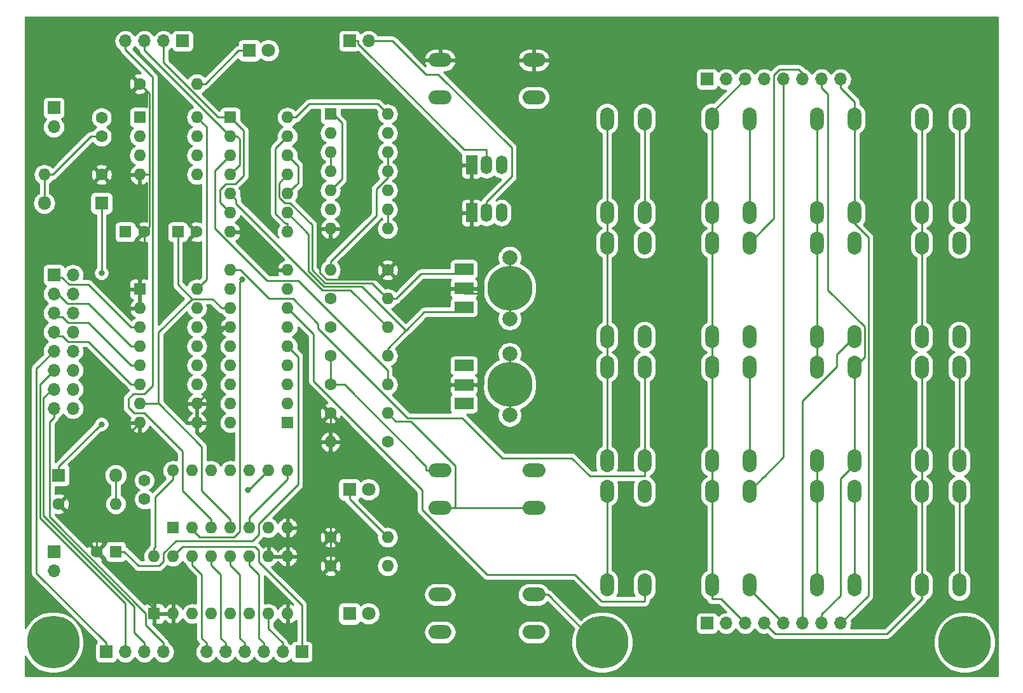
<source format=gbr>
G04 #@! TF.GenerationSoftware,KiCad,Pcbnew,(5.1.4)-1*
G04 #@! TF.CreationDate,2020-05-13T19:15:52-06:00*
G04 #@! TF.ProjectId,keyboard,6b657962-6f61-4726-942e-6b696361645f,rev?*
G04 #@! TF.SameCoordinates,Original*
G04 #@! TF.FileFunction,Copper,L2,Bot*
G04 #@! TF.FilePolarity,Positive*
%FSLAX46Y46*%
G04 Gerber Fmt 4.6, Leading zero omitted, Abs format (unit mm)*
G04 Created by KiCad (PCBNEW (5.1.4)-1) date 2020-05-13 19:15:52*
%MOMM*%
%LPD*%
G04 APERTURE LIST*
%ADD10C,0.240000*%
%ADD11R,2.500000X1.500000*%
%ADD12C,6.000000*%
%ADD13C,2.000000*%
%ADD14O,1.600000X1.600000*%
%ADD15C,1.600000*%
%ADD16O,1.800000X1.800000*%
%ADD17R,1.800000X1.800000*%
%ADD18O,1.700000X1.700000*%
%ADD19R,1.700000X1.700000*%
%ADD20C,1.800000*%
%ADD21R,1.600000X1.600000*%
%ADD22O,1.850000X3.048000*%
%ADD23O,3.048000X1.850000*%
%ADD24R,1.500000X2.500000*%
%ADD25O,1.500000X2.500000*%
%ADD26C,0.800000*%
%ADD27C,7.000000*%
%ADD28C,0.250000*%
%ADD29C,0.254000*%
G04 APERTURE END LIST*
D10*
X89281000Y-59309000D02*
X89281000Y-58801000D01*
X89281000Y-65405000D02*
X89281000Y-64897000D01*
X89281000Y-78232000D02*
X89281000Y-77724000D01*
X89281000Y-72136000D02*
X89281000Y-71628000D01*
D11*
X83185000Y-64643000D03*
X83185000Y-62135000D03*
X83185000Y-59563000D03*
D12*
X89281000Y-62103000D03*
D13*
X89281000Y-66167000D03*
X89281000Y-58039000D03*
X89281000Y-70866000D03*
X89281000Y-78994000D03*
D12*
X89281000Y-74930000D03*
D11*
X83185000Y-72390000D03*
X83185000Y-74962000D03*
X83185000Y-77470000D03*
D14*
X36830000Y-90805000D03*
D15*
X29210000Y-90805000D03*
D14*
X27305000Y-46990000D03*
D15*
X34925000Y-46990000D03*
D16*
X36830000Y-86995000D03*
D17*
X29210000Y-86995000D03*
D16*
X27305000Y-50800000D03*
D17*
X34925000Y-50800000D03*
D15*
X34925000Y-39410000D03*
X34925000Y-41910000D03*
X40640000Y-87670000D03*
X40640000Y-90170000D03*
D18*
X31115000Y-78105000D03*
X28575000Y-78105000D03*
X31115000Y-75565000D03*
X28575000Y-75565000D03*
X31115000Y-73025000D03*
X28575000Y-73025000D03*
X31115000Y-70485000D03*
X28575000Y-70485000D03*
X31115000Y-67945000D03*
X28575000Y-67945000D03*
X31115000Y-65405000D03*
X28575000Y-65405000D03*
X31115000Y-62865000D03*
X28575000Y-62865000D03*
X31115000Y-60325000D03*
D19*
X28575000Y-60325000D03*
D18*
X133350000Y-106680000D03*
X130810000Y-106680000D03*
X128270000Y-106680000D03*
X125730000Y-106680000D03*
X123190000Y-106680000D03*
X120650000Y-106680000D03*
X118110000Y-106680000D03*
D19*
X115570000Y-106680000D03*
D18*
X133350000Y-34290000D03*
X130810000Y-34290000D03*
X128270000Y-34290000D03*
X125730000Y-34290000D03*
X123190000Y-34290000D03*
X120650000Y-34290000D03*
X118110000Y-34290000D03*
D19*
X115570000Y-34290000D03*
D14*
X47625000Y-34925000D03*
D15*
X40005000Y-34925000D03*
D14*
X73025000Y-95250000D03*
D15*
X65405000Y-95250000D03*
D14*
X73025000Y-99060000D03*
D15*
X65405000Y-99060000D03*
D18*
X38100000Y-29210000D03*
X40640000Y-29210000D03*
X43180000Y-29210000D03*
D19*
X45720000Y-29210000D03*
D20*
X57150000Y-30480000D03*
D17*
X54610000Y-30480000D03*
X67945000Y-88900000D03*
D20*
X70485000Y-88900000D03*
D17*
X67945000Y-105410000D03*
D20*
X70485000Y-105410000D03*
D14*
X65405000Y-82550000D03*
D15*
X73025000Y-82550000D03*
D14*
X65405000Y-59690000D03*
D15*
X73025000Y-59690000D03*
D14*
X73025000Y-78740000D03*
D15*
X65405000Y-78740000D03*
D18*
X48895000Y-110490000D03*
X51435000Y-110490000D03*
X53975000Y-110490000D03*
X56515000Y-110490000D03*
X59055000Y-110490000D03*
D19*
X61595000Y-110490000D03*
D15*
X47585000Y-54610000D03*
D21*
X45085000Y-54610000D03*
D14*
X47625000Y-39370000D03*
X40005000Y-46990000D03*
X47625000Y-41910000D03*
X40005000Y-44450000D03*
X47625000Y-44450000D03*
X40005000Y-41910000D03*
X47625000Y-46990000D03*
D21*
X40005000Y-39370000D03*
D22*
X149145000Y-101600000D03*
X144145000Y-101600000D03*
X149145000Y-89100000D03*
X144145000Y-89100000D03*
X135175000Y-101600000D03*
X130175000Y-101600000D03*
X135175000Y-89100000D03*
X130175000Y-89100000D03*
X121205000Y-101600000D03*
X116205000Y-101600000D03*
X121205000Y-89100000D03*
X116205000Y-89100000D03*
X107235000Y-101600000D03*
X102235000Y-101600000D03*
X107235000Y-89100000D03*
X102235000Y-89100000D03*
X149145000Y-85090000D03*
X144145000Y-85090000D03*
X149145000Y-72590000D03*
X144145000Y-72590000D03*
X135175000Y-85090000D03*
X130175000Y-85090000D03*
X135175000Y-72590000D03*
X130175000Y-72590000D03*
X121205000Y-85090000D03*
X116205000Y-85090000D03*
X121205000Y-72590000D03*
X116205000Y-72590000D03*
X107235000Y-85090000D03*
X102235000Y-85090000D03*
X107235000Y-72590000D03*
X102235000Y-72590000D03*
X149145000Y-68580000D03*
X144145000Y-68580000D03*
X149145000Y-56080000D03*
X144145000Y-56080000D03*
X135175000Y-68580000D03*
X130175000Y-68580000D03*
X135175000Y-56080000D03*
X130175000Y-56080000D03*
X121205000Y-68580000D03*
X116205000Y-68580000D03*
X121205000Y-56080000D03*
X116205000Y-56080000D03*
X107235000Y-68580000D03*
X102235000Y-68580000D03*
X107235000Y-56080000D03*
X102235000Y-56080000D03*
X149145000Y-52070000D03*
X144145000Y-52070000D03*
X149145000Y-39570000D03*
X144145000Y-39570000D03*
X135175000Y-52070000D03*
X130175000Y-52070000D03*
X135175000Y-39570000D03*
X130175000Y-39570000D03*
X121205000Y-52070000D03*
X116205000Y-52070000D03*
X121205000Y-39570000D03*
X116205000Y-39570000D03*
X107235000Y-52070000D03*
X102235000Y-52070000D03*
X107235000Y-39570000D03*
X102235000Y-39570000D03*
D14*
X41910000Y-97790000D03*
X59690000Y-105410000D03*
X44450000Y-97790000D03*
X57150000Y-105410000D03*
X46990000Y-97790000D03*
X54610000Y-105410000D03*
X49530000Y-97790000D03*
X52070000Y-105410000D03*
X52070000Y-97790000D03*
X49530000Y-105410000D03*
X54610000Y-97790000D03*
X46990000Y-105410000D03*
X57150000Y-97790000D03*
X44450000Y-105410000D03*
X59690000Y-97790000D03*
D21*
X41910000Y-105410000D03*
D14*
X47625000Y-62230000D03*
X40005000Y-80010000D03*
X47625000Y-64770000D03*
X40005000Y-77470000D03*
X47625000Y-67310000D03*
X40005000Y-74930000D03*
X47625000Y-69850000D03*
X40005000Y-72390000D03*
X47625000Y-72390000D03*
X40005000Y-69850000D03*
X47625000Y-74930000D03*
X40005000Y-67310000D03*
X47625000Y-77470000D03*
X40005000Y-64770000D03*
X47625000Y-80010000D03*
D21*
X40005000Y-62230000D03*
D14*
X52070000Y-80010000D03*
X59690000Y-59690000D03*
X52070000Y-77470000D03*
X59690000Y-62230000D03*
X52070000Y-74930000D03*
X59690000Y-64770000D03*
X52070000Y-72390000D03*
X59690000Y-67310000D03*
X52070000Y-69850000D03*
X59690000Y-69850000D03*
X52070000Y-67310000D03*
X59690000Y-72390000D03*
X52070000Y-64770000D03*
X59690000Y-74930000D03*
X52070000Y-62230000D03*
X59690000Y-77470000D03*
X52070000Y-59690000D03*
D21*
X59690000Y-80010000D03*
D14*
X44450000Y-86360000D03*
X59690000Y-93980000D03*
X46990000Y-86360000D03*
X57150000Y-93980000D03*
X49530000Y-86360000D03*
X54610000Y-93980000D03*
X52070000Y-86360000D03*
X52070000Y-93980000D03*
X54610000Y-86360000D03*
X49530000Y-93980000D03*
X57150000Y-86360000D03*
X46990000Y-93980000D03*
X59690000Y-86360000D03*
D21*
X44450000Y-93980000D03*
D14*
X59690000Y-39370000D03*
X52070000Y-54610000D03*
X59690000Y-41910000D03*
X52070000Y-52070000D03*
X59690000Y-44450000D03*
X52070000Y-49530000D03*
X59690000Y-46990000D03*
X52070000Y-46990000D03*
X59690000Y-49530000D03*
X52070000Y-44450000D03*
X59690000Y-52070000D03*
X52070000Y-41910000D03*
X59690000Y-54610000D03*
D21*
X52070000Y-39370000D03*
D14*
X73025000Y-38945000D03*
X65405000Y-54185000D03*
X73025000Y-41485000D03*
X65405000Y-51645000D03*
X73025000Y-44025000D03*
X65405000Y-49105000D03*
X73025000Y-46565000D03*
X65405000Y-46565000D03*
X73025000Y-49105000D03*
X65405000Y-44025000D03*
X73025000Y-51645000D03*
X65405000Y-41485000D03*
X73025000Y-54185000D03*
D21*
X65405000Y-38945000D03*
D23*
X80010000Y-107870000D03*
X80010000Y-102870000D03*
X92510000Y-107870000D03*
X92510000Y-102870000D03*
X80010000Y-91360000D03*
X80010000Y-86360000D03*
X92510000Y-91360000D03*
X92510000Y-86360000D03*
D24*
X84201000Y-52070000D03*
D25*
X86201000Y-52070000D03*
X88201000Y-52070000D03*
D24*
X84201000Y-45720000D03*
D25*
X86201000Y-45720000D03*
X88201000Y-45720000D03*
D23*
X80010000Y-36750000D03*
X80010000Y-31750000D03*
X92510000Y-36750000D03*
X92510000Y-31750000D03*
D14*
X73025000Y-67310000D03*
D15*
X65405000Y-67310000D03*
D14*
X73025000Y-74930000D03*
D15*
X65405000Y-74930000D03*
D14*
X73025000Y-63500000D03*
D15*
X65405000Y-63500000D03*
D14*
X73025000Y-71120000D03*
D15*
X65405000Y-71120000D03*
D18*
X70485000Y-29210000D03*
D19*
X67945000Y-29210000D03*
D18*
X28575000Y-40640000D03*
D19*
X28575000Y-38100000D03*
D18*
X28575000Y-99695000D03*
D19*
X28575000Y-97155000D03*
D18*
X43180000Y-110490000D03*
X40640000Y-110490000D03*
X38100000Y-110490000D03*
D19*
X35560000Y-110490000D03*
D26*
X30346155Y-107363845D03*
X28490000Y-106595000D03*
X26633845Y-107363845D03*
X25865000Y-109220000D03*
X26633845Y-111076155D03*
X28490000Y-111845000D03*
X30346155Y-111076155D03*
X31115000Y-109220000D03*
D27*
X28490000Y-109220000D03*
D26*
X30431155Y-27988845D03*
X28575000Y-27220000D03*
X26718845Y-27988845D03*
X25950000Y-29845000D03*
X26718845Y-31701155D03*
X28575000Y-32470000D03*
X30431155Y-31701155D03*
X31200000Y-29845000D03*
D27*
X28575000Y-29845000D03*
D26*
X103456155Y-107363845D03*
X101600000Y-106595000D03*
X99743845Y-107363845D03*
X98975000Y-109220000D03*
X99743845Y-111076155D03*
X101600000Y-111845000D03*
X103456155Y-111076155D03*
X104225000Y-109220000D03*
D27*
X101600000Y-109220000D03*
D26*
X103456155Y-27988845D03*
X101600000Y-27220000D03*
X99743845Y-27988845D03*
X98975000Y-29845000D03*
X99743845Y-31701155D03*
X101600000Y-32470000D03*
X103456155Y-31701155D03*
X104225000Y-29845000D03*
D27*
X101600000Y-29845000D03*
D26*
X151716155Y-107363845D03*
X149860000Y-106595000D03*
X148003845Y-107363845D03*
X147235000Y-109220000D03*
X148003845Y-111076155D03*
X149860000Y-111845000D03*
X151716155Y-111076155D03*
X152485000Y-109220000D03*
D27*
X149860000Y-109220000D03*
D26*
X151716155Y-28037645D03*
X149860000Y-27268800D03*
X148003845Y-28037645D03*
X147235000Y-29893800D03*
X148003845Y-31749955D03*
X149860000Y-32518800D03*
X151716155Y-31749955D03*
X152485000Y-29893800D03*
D27*
X149860000Y-29893800D03*
D15*
X34330000Y-97155000D03*
D21*
X36830000Y-97155000D03*
D15*
X40600000Y-54610000D03*
D21*
X38100000Y-54610000D03*
D26*
X53686600Y-60960000D03*
X34925000Y-60071000D03*
X34925000Y-80194002D03*
X54446010Y-88990010D03*
D28*
X152485000Y-29893800D02*
X151716200Y-30662600D01*
X151716200Y-30662600D02*
X151716200Y-31749900D01*
X152485000Y-29893800D02*
X151716200Y-29125000D01*
X151716200Y-29125000D02*
X151716200Y-28037600D01*
X52070000Y-54610000D02*
X53484700Y-54610000D01*
X53484700Y-54610000D02*
X58564700Y-59690000D01*
X59690000Y-59690000D02*
X58564700Y-59690000D01*
X31200000Y-29845000D02*
X30431200Y-29076200D01*
X30431200Y-29076200D02*
X30431200Y-27988800D01*
X147235000Y-29893800D02*
X148003900Y-30662700D01*
X148003900Y-30662700D02*
X148003900Y-31749900D01*
X100831100Y-31701100D02*
X101600000Y-32470000D01*
X99743900Y-31701100D02*
X100831100Y-31701100D01*
X100831100Y-31701100D02*
X100831100Y-30613900D01*
X100831100Y-30613900D02*
X101600000Y-29845000D01*
X90773300Y-31750000D02*
X80010000Y-31750000D01*
X92510000Y-31750000D02*
X90773300Y-31750000D01*
X29210000Y-90805000D02*
X34330000Y-95925000D01*
X34330000Y-95925000D02*
X34330000Y-97155000D01*
X28959400Y-31701100D02*
X28575000Y-32085500D01*
X30431200Y-31701100D02*
X28959400Y-31701100D01*
X28959400Y-31701100D02*
X28959400Y-30229400D01*
X28959400Y-30229400D02*
X28575000Y-29845000D01*
X28575000Y-32085500D02*
X27103300Y-32085500D01*
X27103300Y-32085500D02*
X26718900Y-31701100D01*
X28575000Y-32085500D02*
X28575000Y-32470000D01*
X25950000Y-29845000D02*
X26718900Y-30613900D01*
X26718900Y-30613900D02*
X26718900Y-31701100D01*
X65405000Y-99060000D02*
X65405000Y-95250000D01*
X65405000Y-82550000D02*
X65405000Y-95250000D01*
X65405000Y-78740000D02*
X65405000Y-82550000D01*
X40005000Y-61104700D02*
X40600000Y-60509700D01*
X40600000Y-60509700D02*
X40600000Y-54610000D01*
X40005000Y-62230000D02*
X40005000Y-61104700D01*
X40005000Y-62230000D02*
X40005000Y-64770000D01*
X47625000Y-80010000D02*
X47625000Y-77470000D01*
X59690000Y-93980000D02*
X59690000Y-97790000D01*
X84201000Y-45720000D02*
X84201000Y-52070000D01*
X41275000Y-46990000D02*
X40005000Y-46990000D01*
X40005000Y-34925000D02*
X41275000Y-36195000D01*
X41275000Y-36195000D02*
X41275000Y-46990000D01*
X41275000Y-53935000D02*
X40600000Y-54610000D01*
X41275000Y-46990000D02*
X41275000Y-53935000D01*
X38879700Y-81135300D02*
X29210000Y-90805000D01*
X40005000Y-80010000D02*
X38879700Y-81135300D01*
X41910000Y-104735000D02*
X34330000Y-97155000D01*
X41910000Y-105410000D02*
X41910000Y-104735000D01*
X50038000Y-75057000D02*
X47625000Y-77470000D01*
X50038000Y-68707000D02*
X50038000Y-75057000D01*
X52070000Y-67310000D02*
X51435000Y-67310000D01*
X51435000Y-67310000D02*
X50038000Y-68707000D01*
X71755000Y-60960000D02*
X73025000Y-59690000D01*
X64897000Y-60960000D02*
X71755000Y-60960000D01*
X64008000Y-60071000D02*
X64897000Y-60960000D01*
X64008000Y-56707300D02*
X64008000Y-60071000D01*
X65405000Y-54185000D02*
X65405000Y-55310300D01*
X65405000Y-55310300D02*
X64008000Y-56707300D01*
X85725000Y-61981999D02*
X85725000Y-61208001D01*
X84201000Y-54864000D02*
X84201000Y-52070000D01*
X85725000Y-61208001D02*
X85725000Y-56388000D01*
X85725000Y-56388000D02*
X84201000Y-54864000D01*
X83185000Y-62770000D02*
X85725000Y-62770000D01*
X85725000Y-62770000D02*
X85725000Y-62303000D01*
X85725000Y-74930000D02*
X85725000Y-61208001D01*
X83217000Y-74930000D02*
X85725000Y-74930000D01*
X61087000Y-88220000D02*
X61087000Y-71247000D01*
X55880000Y-93427000D02*
X61087000Y-88220000D01*
X55880000Y-94869000D02*
X55880000Y-93427000D01*
X55046000Y-95703000D02*
X55880000Y-94869000D01*
X61087000Y-71247000D02*
X59690000Y-69850000D01*
X37955300Y-97155000D02*
X39860300Y-99060000D01*
X36830000Y-97155000D02*
X37955300Y-97155000D01*
X44853400Y-95703000D02*
X55046000Y-95703000D01*
X39860300Y-99060000D02*
X42545000Y-99060000D01*
X42545000Y-99060000D02*
X43180000Y-98425000D01*
X43180000Y-98425000D02*
X43180000Y-97376400D01*
X43180000Y-97376400D02*
X44853400Y-95703000D01*
X47261400Y-63520900D02*
X49695600Y-63520900D01*
X49695600Y-63520900D02*
X50944700Y-64770000D01*
X52070000Y-64770000D02*
X50944700Y-64770000D01*
X47010900Y-63520900D02*
X47261400Y-63520900D01*
X45085000Y-54610000D02*
X45085000Y-61595000D01*
X45085000Y-61595000D02*
X47010900Y-63520900D01*
X42533100Y-77470000D02*
X40005000Y-77470000D01*
X42533100Y-67956900D02*
X42533100Y-77470000D01*
X47261400Y-63520900D02*
X46969100Y-63520900D01*
X46969100Y-63520900D02*
X42533100Y-67956900D01*
X42545000Y-77470000D02*
X40005000Y-77470000D01*
X48260000Y-83185000D02*
X42545000Y-77470000D01*
X48260000Y-89044700D02*
X48260000Y-83185000D01*
X52070000Y-93980000D02*
X52070000Y-92854700D01*
X52070000Y-92854700D02*
X48260000Y-89044700D01*
X104225000Y-109220000D02*
X103456200Y-108451200D01*
X103456200Y-108451200D02*
X103456200Y-107363800D01*
X104225000Y-109220000D02*
X103456200Y-109988800D01*
X103456200Y-109988800D02*
X103456200Y-111076100D01*
X65405000Y-74930000D02*
X65405000Y-71120000D01*
X31115000Y-109220000D02*
X30346200Y-109988800D01*
X30346200Y-109988800D02*
X30346200Y-111076100D01*
X31115000Y-109220000D02*
X30346200Y-108451200D01*
X30346200Y-108451200D02*
X30346200Y-107363800D01*
X150244400Y-111076100D02*
X149860000Y-111460500D01*
X151716200Y-111076100D02*
X150244400Y-111076100D01*
X149860000Y-109220000D02*
X150244400Y-109604400D01*
X150244400Y-109604400D02*
X150244400Y-111076100D01*
X149860000Y-111460500D02*
X148388300Y-111460500D01*
X148388300Y-111460500D02*
X148003900Y-111076100D01*
X149860000Y-111460500D02*
X149860000Y-111845000D01*
X152485000Y-109220000D02*
X151716200Y-109988800D01*
X151716200Y-109988800D02*
X151716200Y-111076100D01*
X147235000Y-109220000D02*
X148003900Y-109988900D01*
X148003900Y-109988900D02*
X148003900Y-111076100D01*
X99298500Y-107809200D02*
X99743900Y-107363800D01*
X98975000Y-109220000D02*
X98975000Y-108132700D01*
X98975000Y-108132700D02*
X99298500Y-107809200D01*
X99298500Y-107809200D02*
X94359300Y-102870000D01*
X92510000Y-102870000D02*
X94359300Y-102870000D01*
X152485000Y-109220000D02*
X151716200Y-108451200D01*
X151716200Y-108451200D02*
X151716200Y-107363800D01*
X44450000Y-87485300D02*
X44450000Y-86360000D01*
X42037000Y-89898300D02*
X44450000Y-87485300D01*
X42037000Y-96537700D02*
X42037000Y-89898300D01*
X41910000Y-97790000D02*
X41910000Y-96664700D01*
X41910000Y-96664700D02*
X42037000Y-96537700D01*
X47625000Y-62230000D02*
X48895000Y-60960000D01*
X48895000Y-60960000D02*
X48895000Y-40640000D01*
X48424999Y-40169999D02*
X47625000Y-39370000D01*
X48895000Y-40640000D02*
X48424999Y-40169999D01*
X71672000Y-37592000D02*
X73025000Y-38945000D01*
X62593300Y-37592000D02*
X71672000Y-37592000D01*
X59690000Y-39370000D02*
X60815300Y-39370000D01*
X60815300Y-39370000D02*
X62593300Y-37592000D01*
X67310000Y-74930000D02*
X65405000Y-74930000D01*
X78160700Y-85780700D02*
X67310000Y-74930000D01*
X80010000Y-86360000D02*
X78160700Y-86360000D01*
X78160700Y-86360000D02*
X78160700Y-85780700D01*
X28575000Y-78105000D02*
X28575000Y-79280300D01*
X43180000Y-110490000D02*
X43180000Y-109314700D01*
X43180000Y-109314700D02*
X40784600Y-106919300D01*
X40784600Y-106919300D02*
X40784600Y-105338900D01*
X40784600Y-105338900D02*
X27984700Y-92539000D01*
X27984700Y-92539000D02*
X27984700Y-79870600D01*
X27984700Y-79870600D02*
X28575000Y-79280300D01*
X28321000Y-75565000D02*
X27178000Y-76708000D01*
X28575000Y-75565000D02*
X28321000Y-75565000D01*
X27178000Y-76708000D02*
X27178000Y-92369200D01*
X27178000Y-92369200D02*
X39278100Y-104469300D01*
X40640000Y-109314700D02*
X40640000Y-110490000D01*
X39278100Y-104469300D02*
X39278100Y-107952800D01*
X39278100Y-107952800D02*
X40640000Y-109314700D01*
X38100000Y-109287919D02*
X38100000Y-110490000D01*
X38100000Y-104013000D02*
X38100000Y-109287919D01*
X26727989Y-92640989D02*
X38100000Y-104013000D01*
X28575000Y-73025000D02*
X26727989Y-74872011D01*
X26727989Y-74872011D02*
X26727989Y-92640989D01*
X35560000Y-109390000D02*
X35560000Y-110490000D01*
X35560000Y-109314700D02*
X35560000Y-109390000D01*
X26277978Y-100032678D02*
X35560000Y-109314700D01*
X28575000Y-70485000D02*
X26277978Y-72782022D01*
X26277978Y-72782022D02*
X26277978Y-100032678D01*
X29083000Y-62865000D02*
X28575000Y-62865000D01*
X30353000Y-64135000D02*
X29083000Y-62865000D01*
X33164700Y-64135000D02*
X30353000Y-64135000D01*
X40005000Y-69850000D02*
X38879700Y-69850000D01*
X38879700Y-69850000D02*
X33164700Y-64135000D01*
X48895000Y-109314700D02*
X48895000Y-110490000D01*
X48260000Y-108679700D02*
X48895000Y-109314700D01*
X48260000Y-100185300D02*
X48260000Y-108679700D01*
X46990000Y-97790000D02*
X46990000Y-98915300D01*
X46990000Y-98915300D02*
X48260000Y-100185300D01*
X51435000Y-109314700D02*
X51435000Y-110490000D01*
X50800000Y-108679700D02*
X51435000Y-109314700D01*
X50800000Y-100185300D02*
X50800000Y-108679700D01*
X49530000Y-97790000D02*
X49530000Y-98915300D01*
X49530000Y-98915300D02*
X50800000Y-100185300D01*
X53975000Y-109314700D02*
X53975000Y-110490000D01*
X53340000Y-108679700D02*
X53975000Y-109314700D01*
X53340000Y-100185300D02*
X53340000Y-108679700D01*
X52070000Y-97790000D02*
X52070000Y-98915300D01*
X52070000Y-98915300D02*
X53340000Y-100185300D01*
X56515000Y-109314700D02*
X56515000Y-110490000D01*
X55880000Y-108679700D02*
X56515000Y-109314700D01*
X55880000Y-100185300D02*
X55880000Y-108679700D01*
X54610000Y-97790000D02*
X54610000Y-98915300D01*
X54610000Y-98915300D02*
X55880000Y-100185300D01*
X59055000Y-110490000D02*
X59055000Y-109314700D01*
X57150000Y-105410000D02*
X57150000Y-107409700D01*
X57150000Y-107409700D02*
X59055000Y-109314700D01*
X61595000Y-104273000D02*
X61595000Y-110490000D01*
X55880000Y-98558000D02*
X61595000Y-104273000D01*
X55880000Y-97028000D02*
X55880000Y-98558000D01*
X55372000Y-96520000D02*
X55880000Y-97028000D01*
X44450000Y-97790000D02*
X45720000Y-96520000D01*
X45720000Y-96520000D02*
X55372000Y-96520000D01*
X53340000Y-61306600D02*
X53686600Y-60960000D01*
X53340000Y-94494350D02*
X53340000Y-61306600D01*
X52584350Y-95250000D02*
X53340000Y-94494350D01*
X48006000Y-95250000D02*
X52584350Y-95250000D01*
X46990000Y-93980000D02*
X46990000Y-94234000D01*
X46990000Y-94234000D02*
X48006000Y-95250000D01*
X73660000Y-29210000D02*
X78105000Y-33655000D01*
X70485000Y-29210000D02*
X73660000Y-29210000D01*
X78105000Y-33655000D02*
X79756000Y-33655000D01*
X79756000Y-33655000D02*
X89535000Y-43434000D01*
X89535000Y-43434000D02*
X89535000Y-47244000D01*
X86201000Y-50578000D02*
X86201000Y-52070000D01*
X89535000Y-47244000D02*
X86201000Y-50578000D01*
X86201000Y-43688000D02*
X86201000Y-45720000D01*
X83231000Y-43688000D02*
X86201000Y-43688000D01*
X69120300Y-29577300D02*
X83231000Y-43688000D01*
X67945000Y-29210000D02*
X69120300Y-29210000D01*
X69120300Y-29210000D02*
X69120300Y-29577300D01*
X53340000Y-45720000D02*
X52070000Y-46990000D01*
X53340000Y-42291000D02*
X53340000Y-45720000D01*
X52070000Y-41910000D02*
X52959000Y-41910000D01*
X52959000Y-41910000D02*
X53340000Y-42291000D01*
X40640000Y-30480000D02*
X40640000Y-29210000D01*
X52070000Y-41910000D02*
X40640000Y-30480000D01*
X51521800Y-39370000D02*
X52070000Y-39370000D01*
X51521800Y-39370000D02*
X50944700Y-39370000D01*
X50944700Y-39370000D02*
X50466000Y-39370000D01*
X50466000Y-39370000D02*
X43180000Y-32084000D01*
X43180000Y-32084000D02*
X43180000Y-29210000D01*
X52070000Y-52070000D02*
X51054000Y-51054000D01*
X53848000Y-41148000D02*
X52070000Y-39370000D01*
X50673000Y-50673000D02*
X50673000Y-49022000D01*
X51181000Y-51181000D02*
X50673000Y-50673000D01*
X52705000Y-48260000D02*
X53848000Y-47117000D01*
X50673000Y-49022000D02*
X51435000Y-48260000D01*
X51435000Y-48260000D02*
X52705000Y-48260000D01*
X53848000Y-47117000D02*
X53848000Y-41148000D01*
X62499489Y-54879489D02*
X62499489Y-59835311D01*
X64524200Y-61860022D02*
X69584822Y-61860022D01*
X62499489Y-59835311D02*
X64524200Y-61860022D01*
X69584822Y-61860022D02*
X74917500Y-67192700D01*
X59690000Y-52070000D02*
X62499489Y-54879489D01*
X77926700Y-65278000D02*
X83185000Y-65278000D01*
X75513700Y-67691000D02*
X77926700Y-65278000D01*
X74917500Y-67192700D02*
X75415800Y-67691000D01*
X75415800Y-67691000D02*
X75513700Y-67691000D01*
X73025000Y-70176350D02*
X73025000Y-71120000D01*
X74917500Y-67192700D02*
X75463075Y-67738275D01*
X75463075Y-67738275D02*
X73025000Y-70176350D01*
X64710600Y-61410011D02*
X70935011Y-61410011D01*
X70935011Y-61410011D02*
X72225001Y-62700001D01*
X59339200Y-50800000D02*
X60061700Y-50800000D01*
X72225001Y-62700001D02*
X73025000Y-63500000D01*
X62949500Y-53687800D02*
X62949500Y-59648911D01*
X62949500Y-59648911D02*
X64710600Y-61410011D01*
X60061700Y-50800000D02*
X62949500Y-53687800D01*
X58563400Y-48116600D02*
X58563400Y-50024200D01*
X59690000Y-46990000D02*
X58563400Y-48116600D01*
X58563400Y-50024200D02*
X59339200Y-50800000D01*
X74150300Y-63500000D02*
X73025000Y-63500000D01*
X83185000Y-60198000D02*
X77452300Y-60198000D01*
X77452300Y-60198000D02*
X74150300Y-63500000D01*
X50038000Y-46482000D02*
X52070000Y-44450000D01*
X50038000Y-54169500D02*
X50038000Y-46482000D01*
X56973100Y-61104600D02*
X50038000Y-54169500D01*
X61104600Y-61104600D02*
X56973100Y-61104600D01*
X73025000Y-74930000D02*
X73025000Y-73025000D01*
X73025000Y-73025000D02*
X61104600Y-61104600D01*
X52869999Y-50329999D02*
X52070000Y-49530000D01*
X52869999Y-50842232D02*
X52869999Y-50329999D01*
X64367767Y-62340000D02*
X52869999Y-50842232D01*
X73025000Y-67310000D02*
X68055000Y-62340000D01*
X68055000Y-62340000D02*
X64367767Y-62340000D01*
X65742000Y-38945000D02*
X65405000Y-38945000D01*
X66929000Y-40132000D02*
X65742000Y-38945000D01*
X65405000Y-49105000D02*
X66929000Y-47581000D01*
X66929000Y-47581000D02*
X66929000Y-40132000D01*
X65405000Y-44025000D02*
X65405000Y-46565000D01*
X54610000Y-93980000D02*
X54610000Y-92565300D01*
X54610000Y-92565300D02*
X59690000Y-87485300D01*
X59690000Y-86360000D02*
X59690000Y-87485300D01*
X73025000Y-54185000D02*
X73025000Y-51645000D01*
X60815300Y-48404700D02*
X59690000Y-49530000D01*
X61087000Y-48133000D02*
X60815300Y-48404700D01*
X59690000Y-44450000D02*
X61087000Y-45847000D01*
X61087000Y-45847000D02*
X61087000Y-48133000D01*
X36830000Y-86995000D02*
X36830000Y-90805000D01*
X92510000Y-91360000D02*
X81859300Y-91360000D01*
X80010000Y-91360000D02*
X81859300Y-91360000D01*
X73025000Y-78740000D02*
X74110011Y-79825011D01*
X74110011Y-79825011D02*
X76142011Y-79825011D01*
X76142011Y-79825011D02*
X82042000Y-85725000D01*
X82042000Y-91177300D02*
X81859300Y-91360000D01*
X82042000Y-85725000D02*
X82042000Y-91177300D01*
X73025000Y-46565000D02*
X73025000Y-44025000D01*
X65405000Y-58564700D02*
X65405000Y-59690000D01*
X71501000Y-52468700D02*
X65405000Y-58564700D01*
X71501000Y-48932900D02*
X71501000Y-52468700D01*
X73025000Y-46565000D02*
X73025000Y-47408900D01*
X73025000Y-47408900D02*
X71501000Y-48932900D01*
X67945000Y-90170000D02*
X67945000Y-88900000D01*
X73025000Y-95250000D02*
X67945000Y-90170000D01*
X38100000Y-30385300D02*
X38100000Y-29210000D01*
X40640000Y-76200000D02*
X41735600Y-75104400D01*
X41735600Y-34020900D02*
X38100000Y-30385300D01*
X39116000Y-76200000D02*
X40640000Y-76200000D01*
X41735600Y-75104400D02*
X41735600Y-34020900D01*
X38481000Y-77978000D02*
X38481000Y-76835000D01*
X38481000Y-76835000D02*
X39116000Y-76200000D01*
X49530000Y-93980000D02*
X49530000Y-92854700D01*
X45720000Y-89044700D02*
X45720000Y-83820000D01*
X45720000Y-83820000D02*
X40640000Y-78740000D01*
X49530000Y-92854700D02*
X45720000Y-89044700D01*
X40640000Y-78740000D02*
X39243000Y-78740000D01*
X39243000Y-78740000D02*
X38481000Y-77978000D01*
X47625000Y-34925000D02*
X48750300Y-34925000D01*
X54610000Y-30480000D02*
X53195300Y-30480000D01*
X53195300Y-30480000D02*
X48750300Y-34925000D01*
X38879700Y-67310000D02*
X33164700Y-61595000D01*
X40005000Y-67310000D02*
X38879700Y-67310000D01*
X33164700Y-61595000D02*
X30607000Y-61595000D01*
X30607000Y-61595000D02*
X29750300Y-60738300D01*
X28956000Y-60706000D02*
X28575000Y-60325000D01*
X29750300Y-60738300D02*
X29750300Y-60706000D01*
X29750300Y-60706000D02*
X28956000Y-60706000D01*
X135175000Y-39570000D02*
X135175000Y-52070000D01*
X133350000Y-35465300D02*
X135175000Y-37290300D01*
X135175000Y-37290300D02*
X135175000Y-39570000D01*
X149145000Y-39570000D02*
X149145000Y-52070000D01*
X133350000Y-34290000D02*
X133350000Y-35465300D01*
X121205000Y-39570000D02*
X121205000Y-52070000D01*
X107235000Y-39570000D02*
X107235000Y-52070000D01*
X135175000Y-53514000D02*
X135175000Y-52070000D01*
X137033000Y-55372000D02*
X135175000Y-53514000D01*
X133350000Y-106680000D02*
X137033000Y-102997000D01*
X137033000Y-102997000D02*
X137033000Y-55372000D01*
X135175000Y-85090000D02*
X135175000Y-72590000D01*
X121205000Y-85090000D02*
X121205000Y-72590000D01*
X149145000Y-72590000D02*
X149145000Y-85090000D01*
X107235000Y-72590000D02*
X107235000Y-85090000D01*
X130810000Y-35465300D02*
X130810000Y-34290000D01*
X131641100Y-36296400D02*
X130810000Y-35465300D01*
X131641100Y-62329400D02*
X131641100Y-36296400D01*
X136525000Y-67213300D02*
X131641100Y-62329400D01*
X135175000Y-72590000D02*
X136525000Y-71240000D01*
X136525000Y-71240000D02*
X136525000Y-67213300D01*
X130810000Y-105504700D02*
X130810000Y-106680000D01*
X133325700Y-102989000D02*
X130810000Y-105504700D01*
X133325700Y-87400300D02*
X133325700Y-102989000D01*
X135175000Y-85090000D02*
X135175000Y-85551000D01*
X135175000Y-85551000D02*
X133325700Y-87400300D01*
X53195300Y-59690000D02*
X52070000Y-59690000D01*
X53442400Y-59690000D02*
X53195300Y-59690000D01*
X107235000Y-87122000D02*
X99961300Y-87122000D01*
X99961300Y-87122000D02*
X97539900Y-84700600D01*
X97539900Y-84700600D02*
X88304400Y-84700600D01*
X107235000Y-85090000D02*
X107235000Y-87122000D01*
X88304400Y-84700600D02*
X82978800Y-79375000D01*
X60452000Y-63500000D02*
X57252400Y-63500000D01*
X75692000Y-79375000D02*
X63773200Y-67456200D01*
X63773200Y-67456200D02*
X63773200Y-66821200D01*
X82978800Y-79375000D02*
X75692000Y-79375000D01*
X63773200Y-66821200D02*
X60452000Y-63500000D01*
X57252400Y-63500000D02*
X53442400Y-59690000D01*
X123054300Y-54230700D02*
X121205000Y-56080000D01*
X128270000Y-33528000D02*
X127762000Y-33020000D01*
X127762000Y-33020000D02*
X125202100Y-33020000D01*
X125202100Y-33020000D02*
X124460000Y-33762100D01*
X128270000Y-34290000D02*
X128270000Y-33528000D01*
X124460000Y-33762100D02*
X124460000Y-52825000D01*
X124460000Y-52825000D02*
X123054300Y-54230700D01*
X128270000Y-105504700D02*
X128270000Y-106680000D01*
X128270000Y-77103100D02*
X128270000Y-105504700D01*
X132842000Y-72531100D02*
X128270000Y-77103100D01*
X135175000Y-68580000D02*
X132842000Y-70913000D01*
X132842000Y-70913000D02*
X132842000Y-72531100D01*
X149145000Y-89100000D02*
X149145000Y-101600000D01*
X135175000Y-89100000D02*
X135175000Y-101600000D01*
X107235000Y-103759000D02*
X107235000Y-101600000D01*
X101549000Y-103759000D02*
X107235000Y-103759000D01*
X97991200Y-100201200D02*
X101549000Y-103759000D01*
X63150100Y-68230100D02*
X63150100Y-74453100D01*
X59690000Y-64770000D02*
X63150100Y-68230100D01*
X63150100Y-74453100D02*
X77638600Y-88941600D01*
X77638600Y-88941600D02*
X77638600Y-91608600D01*
X77638600Y-91608600D02*
X86231200Y-100201200D01*
X86231200Y-100201200D02*
X97991200Y-100201200D01*
X125730000Y-84582000D02*
X125730000Y-34290000D01*
X123061300Y-87250700D02*
X125730000Y-84582000D01*
X121205000Y-89100000D02*
X123054300Y-87250700D01*
X123054300Y-87250700D02*
X123061300Y-87250700D01*
X124554700Y-105504700D02*
X125730000Y-106680000D01*
X121205000Y-101600000D02*
X121205000Y-102155000D01*
X121205000Y-102155000D02*
X124554700Y-105504700D01*
X144145000Y-89100000D02*
X144145000Y-101600000D01*
X144145000Y-85090000D02*
X144145000Y-89100000D01*
X144145000Y-72590000D02*
X144145000Y-85090000D01*
X144145000Y-56080000D02*
X144145000Y-68580000D01*
X144145000Y-52070000D02*
X144145000Y-56080000D01*
X144145000Y-39570000D02*
X144145000Y-52070000D01*
X124587000Y-108077000D02*
X123190000Y-106680000D01*
X139517300Y-108077000D02*
X124587000Y-108077000D01*
X144145000Y-101600000D02*
X144145000Y-103449300D01*
X144145000Y-103449300D02*
X139517300Y-108077000D01*
X116205000Y-89100000D02*
X116205000Y-101600000D01*
X116205000Y-85090000D02*
X116205000Y-89100000D01*
X116205000Y-68580000D02*
X116205000Y-56080000D01*
X116205000Y-72590000D02*
X116205000Y-68580000D01*
X116205000Y-72590000D02*
X116205000Y-85090000D01*
X116205000Y-52070000D02*
X116205000Y-39570000D01*
X116205000Y-56080000D02*
X116205000Y-52070000D01*
X116205000Y-38735000D02*
X116205000Y-39570000D01*
X120650000Y-34290000D02*
X116205000Y-38735000D01*
X116205000Y-103449300D02*
X116205000Y-101600000D01*
X120650000Y-106680000D02*
X117419300Y-103449300D01*
X117419300Y-103449300D02*
X116205000Y-103449300D01*
X130175000Y-52070000D02*
X130175000Y-39570000D01*
X130175000Y-56080000D02*
X130175000Y-52070000D01*
X130175000Y-89100000D02*
X130175000Y-101600000D01*
X130175000Y-85090000D02*
X130175000Y-89100000D01*
X130175000Y-68580000D02*
X130175000Y-72590000D01*
X130175000Y-56080000D02*
X130175000Y-68580000D01*
X102235000Y-89100000D02*
X102235000Y-101600000D01*
X102235000Y-72590000D02*
X102235000Y-85090000D01*
X102235000Y-68580000D02*
X102235000Y-72590000D01*
X102235000Y-56080000D02*
X102235000Y-68580000D01*
X102235000Y-52070000D02*
X102235000Y-56080000D01*
X102235000Y-39570000D02*
X102235000Y-52070000D01*
X38879700Y-74930000D02*
X33164700Y-69215000D01*
X40005000Y-74930000D02*
X38879700Y-74930000D01*
X33164700Y-69215000D02*
X30480000Y-69215000D01*
X30480000Y-69215000D02*
X29750300Y-68485300D01*
X29083000Y-68453000D02*
X28575000Y-67945000D01*
X29718000Y-68453000D02*
X29083000Y-68453000D01*
X29083000Y-65913000D02*
X28575000Y-65405000D01*
X29718000Y-65913000D02*
X29083000Y-65913000D01*
X30480000Y-66675000D02*
X29718000Y-65913000D01*
X33164700Y-66675000D02*
X30480000Y-66675000D01*
X40005000Y-72390000D02*
X38879700Y-72390000D01*
X38879700Y-72390000D02*
X33164700Y-66675000D01*
X59690000Y-53484700D02*
X59690000Y-54610000D01*
X59408700Y-53484700D02*
X59690000Y-53484700D01*
X58113000Y-52189000D02*
X59408700Y-53484700D01*
X59690000Y-41910000D02*
X58113000Y-43487000D01*
X58113000Y-43487000D02*
X58113000Y-52189000D01*
X27305000Y-50800000D02*
X27305000Y-46990000D01*
X27305000Y-46990000D02*
X28430300Y-46990000D01*
X34925000Y-41910000D02*
X33510300Y-41910000D01*
X33510300Y-41910000D02*
X28430300Y-46990000D01*
X34925000Y-50800000D02*
X34925000Y-60071000D01*
X34925000Y-60071000D02*
X34925000Y-60071000D01*
X34860998Y-80194002D02*
X34925000Y-80194002D01*
X29210000Y-85845000D02*
X34860998Y-80194002D01*
X29210000Y-86995000D02*
X29210000Y-85845000D01*
X54519990Y-88990010D02*
X54446010Y-88990010D01*
X57150000Y-86360000D02*
X54519990Y-88990010D01*
D29*
G36*
X154280001Y-113640000D02*
G01*
X24790000Y-113640000D01*
X24790000Y-111092684D01*
X24825611Y-111178657D01*
X25278136Y-111855909D01*
X25854091Y-112431864D01*
X26531343Y-112884389D01*
X27283865Y-113196094D01*
X28082738Y-113355000D01*
X28897262Y-113355000D01*
X29696135Y-113196094D01*
X30448657Y-112884389D01*
X31125909Y-112431864D01*
X31701864Y-111855909D01*
X32154389Y-111178657D01*
X32466094Y-110426135D01*
X32625000Y-109627262D01*
X32625000Y-108812738D01*
X32466094Y-108013865D01*
X32154389Y-107261343D01*
X31701864Y-106584091D01*
X31125909Y-106008136D01*
X30448657Y-105555611D01*
X29696135Y-105243906D01*
X28897262Y-105085000D01*
X28082738Y-105085000D01*
X27283865Y-105243906D01*
X26531343Y-105555611D01*
X25854091Y-106008136D01*
X25278136Y-106584091D01*
X24825611Y-107261343D01*
X24790000Y-107347316D01*
X24790000Y-72782022D01*
X25514302Y-72782022D01*
X25517978Y-72819344D01*
X25517979Y-99995345D01*
X25514302Y-100032678D01*
X25528976Y-100181663D01*
X25572432Y-100324924D01*
X25643004Y-100456954D01*
X25714179Y-100543680D01*
X25737978Y-100572679D01*
X25766976Y-100596477D01*
X34314013Y-109143516D01*
X34258815Y-109188815D01*
X34179463Y-109285506D01*
X34120498Y-109395820D01*
X34084188Y-109515518D01*
X34071928Y-109640000D01*
X34071928Y-111340000D01*
X34084188Y-111464482D01*
X34120498Y-111584180D01*
X34179463Y-111694494D01*
X34258815Y-111791185D01*
X34355506Y-111870537D01*
X34465820Y-111929502D01*
X34585518Y-111965812D01*
X34710000Y-111978072D01*
X36410000Y-111978072D01*
X36534482Y-111965812D01*
X36654180Y-111929502D01*
X36764494Y-111870537D01*
X36861185Y-111791185D01*
X36940537Y-111694494D01*
X36999502Y-111584180D01*
X37020393Y-111515313D01*
X37044866Y-111545134D01*
X37270986Y-111730706D01*
X37528966Y-111868599D01*
X37808889Y-111953513D01*
X38027050Y-111975000D01*
X38172950Y-111975000D01*
X38391111Y-111953513D01*
X38671034Y-111868599D01*
X38929014Y-111730706D01*
X39155134Y-111545134D01*
X39340706Y-111319014D01*
X39370000Y-111264209D01*
X39399294Y-111319014D01*
X39584866Y-111545134D01*
X39810986Y-111730706D01*
X40068966Y-111868599D01*
X40348889Y-111953513D01*
X40567050Y-111975000D01*
X40712950Y-111975000D01*
X40931111Y-111953513D01*
X41211034Y-111868599D01*
X41469014Y-111730706D01*
X41695134Y-111545134D01*
X41880706Y-111319014D01*
X41910000Y-111264209D01*
X41939294Y-111319014D01*
X42124866Y-111545134D01*
X42350986Y-111730706D01*
X42608966Y-111868599D01*
X42888889Y-111953513D01*
X43107050Y-111975000D01*
X43252950Y-111975000D01*
X43471111Y-111953513D01*
X43751034Y-111868599D01*
X44009014Y-111730706D01*
X44235134Y-111545134D01*
X44420706Y-111319014D01*
X44558599Y-111061034D01*
X44643513Y-110781111D01*
X44672185Y-110490000D01*
X44643513Y-110198889D01*
X44558599Y-109918966D01*
X44420706Y-109660986D01*
X44235134Y-109434866D01*
X44009014Y-109249294D01*
X43933246Y-109208795D01*
X43929003Y-109165714D01*
X43885546Y-109022453D01*
X43814974Y-108890424D01*
X43720001Y-108774699D01*
X43691003Y-108750901D01*
X41704676Y-106764574D01*
X41783000Y-106686250D01*
X41783000Y-105537000D01*
X42037000Y-105537000D01*
X42037000Y-106686250D01*
X42195750Y-106845000D01*
X42710000Y-106848072D01*
X42834482Y-106835812D01*
X42954180Y-106799502D01*
X43064494Y-106740537D01*
X43161185Y-106661185D01*
X43240537Y-106564494D01*
X43299502Y-106454180D01*
X43335812Y-106334482D01*
X43338231Y-106309920D01*
X43486586Y-106473519D01*
X43712580Y-106641037D01*
X43966913Y-106761246D01*
X44100961Y-106801904D01*
X44323000Y-106679915D01*
X44323000Y-105537000D01*
X42037000Y-105537000D01*
X41783000Y-105537000D01*
X41763000Y-105537000D01*
X41763000Y-105283000D01*
X41783000Y-105283000D01*
X41783000Y-104133750D01*
X42037000Y-104133750D01*
X42037000Y-105283000D01*
X44323000Y-105283000D01*
X44323000Y-104140085D01*
X44100961Y-104018096D01*
X43966913Y-104058754D01*
X43712580Y-104178963D01*
X43486586Y-104346481D01*
X43338231Y-104510080D01*
X43335812Y-104485518D01*
X43299502Y-104365820D01*
X43240537Y-104255506D01*
X43161185Y-104158815D01*
X43064494Y-104079463D01*
X42954180Y-104020498D01*
X42834482Y-103984188D01*
X42710000Y-103971928D01*
X42195750Y-103975000D01*
X42037000Y-104133750D01*
X41783000Y-104133750D01*
X41624250Y-103975000D01*
X41110000Y-103971928D01*
X40985518Y-103984188D01*
X40865820Y-104020498D01*
X40755506Y-104079463D01*
X40670076Y-104149574D01*
X34967675Y-98447174D01*
X35071514Y-98391671D01*
X35143097Y-98147702D01*
X34330000Y-97334605D01*
X34315858Y-97348748D01*
X34136253Y-97169143D01*
X34150395Y-97155000D01*
X33337298Y-96341903D01*
X33093329Y-96413486D01*
X33042150Y-96521648D01*
X32682800Y-96162298D01*
X33516903Y-96162298D01*
X34330000Y-96975395D01*
X35143097Y-96162298D01*
X35071514Y-95918329D01*
X34816004Y-95797429D01*
X34541816Y-95728700D01*
X34259488Y-95714783D01*
X33979870Y-95756213D01*
X33713708Y-95851397D01*
X33588486Y-95918329D01*
X33516903Y-96162298D01*
X32682800Y-96162298D01*
X28744700Y-92224199D01*
X28744700Y-92167761D01*
X28998184Y-92231300D01*
X29280512Y-92245217D01*
X29560130Y-92203787D01*
X29826292Y-92108603D01*
X29951514Y-92041671D01*
X30023097Y-91797702D01*
X29210000Y-90984605D01*
X29195858Y-90998748D01*
X29016253Y-90819143D01*
X29030395Y-90805000D01*
X29389605Y-90805000D01*
X30202702Y-91618097D01*
X30446671Y-91546514D01*
X30567571Y-91291004D01*
X30636300Y-91016816D01*
X30650217Y-90734488D01*
X30608787Y-90454870D01*
X30513603Y-90188708D01*
X30446671Y-90063486D01*
X30202702Y-89991903D01*
X29389605Y-90805000D01*
X29030395Y-90805000D01*
X29016253Y-90790858D01*
X29195858Y-90611253D01*
X29210000Y-90625395D01*
X30023097Y-89812298D01*
X29951514Y-89568329D01*
X29696004Y-89447429D01*
X29421816Y-89378700D01*
X29139488Y-89364783D01*
X28859870Y-89406213D01*
X28744700Y-89447400D01*
X28744700Y-88533072D01*
X30110000Y-88533072D01*
X30234482Y-88520812D01*
X30354180Y-88484502D01*
X30464494Y-88425537D01*
X30561185Y-88346185D01*
X30640537Y-88249494D01*
X30699502Y-88139180D01*
X30735812Y-88019482D01*
X30748072Y-87895000D01*
X30748072Y-86995000D01*
X35287573Y-86995000D01*
X35317210Y-87295913D01*
X35404983Y-87585261D01*
X35547519Y-87851927D01*
X35739339Y-88085661D01*
X35973073Y-88277481D01*
X36070000Y-88329290D01*
X36070001Y-89584099D01*
X36028899Y-89606068D01*
X35810392Y-89785392D01*
X35631068Y-90003899D01*
X35497818Y-90253192D01*
X35415764Y-90523691D01*
X35388057Y-90805000D01*
X35415764Y-91086309D01*
X35497818Y-91356808D01*
X35631068Y-91606101D01*
X35810392Y-91824608D01*
X36028899Y-92003932D01*
X36278192Y-92137182D01*
X36548691Y-92219236D01*
X36759508Y-92240000D01*
X36900492Y-92240000D01*
X37111309Y-92219236D01*
X37381808Y-92137182D01*
X37631101Y-92003932D01*
X37849608Y-91824608D01*
X38028932Y-91606101D01*
X38162182Y-91356808D01*
X38244236Y-91086309D01*
X38271943Y-90805000D01*
X38244236Y-90523691D01*
X38162182Y-90253192D01*
X38028932Y-90003899D01*
X37849608Y-89785392D01*
X37631101Y-89606068D01*
X37590000Y-89584099D01*
X37590000Y-88329290D01*
X37686927Y-88277481D01*
X37920661Y-88085661D01*
X38112481Y-87851927D01*
X38255017Y-87585261D01*
X38342790Y-87295913D01*
X38372427Y-86995000D01*
X38342790Y-86694087D01*
X38255017Y-86404739D01*
X38112481Y-86138073D01*
X37920661Y-85904339D01*
X37686927Y-85712519D01*
X37420261Y-85569983D01*
X37130913Y-85482210D01*
X36905408Y-85460000D01*
X36754592Y-85460000D01*
X36529087Y-85482210D01*
X36239739Y-85569983D01*
X35973073Y-85712519D01*
X35739339Y-85904339D01*
X35547519Y-86138073D01*
X35404983Y-86404739D01*
X35317210Y-86694087D01*
X35287573Y-86995000D01*
X30748072Y-86995000D01*
X30748072Y-86095000D01*
X30735812Y-85970518D01*
X30699502Y-85850820D01*
X30640537Y-85740506D01*
X30561185Y-85643815D01*
X30519882Y-85609919D01*
X34900800Y-81229002D01*
X35026939Y-81229002D01*
X35226898Y-81189228D01*
X35415256Y-81111207D01*
X35584774Y-80997939D01*
X35728937Y-80853776D01*
X35842205Y-80684258D01*
X35920226Y-80495900D01*
X35947449Y-80359039D01*
X38613096Y-80359039D01*
X38653754Y-80493087D01*
X38773963Y-80747420D01*
X38941481Y-80973414D01*
X39149869Y-81162385D01*
X39391119Y-81307070D01*
X39655960Y-81401909D01*
X39878000Y-81280624D01*
X39878000Y-80137000D01*
X38735085Y-80137000D01*
X38613096Y-80359039D01*
X35947449Y-80359039D01*
X35960000Y-80295941D01*
X35960000Y-80092063D01*
X35920226Y-79892104D01*
X35842205Y-79703746D01*
X35728937Y-79534228D01*
X35584774Y-79390065D01*
X35415256Y-79276797D01*
X35226898Y-79198776D01*
X35026939Y-79159002D01*
X34823061Y-79159002D01*
X34623102Y-79198776D01*
X34434744Y-79276797D01*
X34265226Y-79390065D01*
X34121063Y-79534228D01*
X34007795Y-79703746D01*
X33929774Y-79892104D01*
X33890463Y-80089735D01*
X28744700Y-85235499D01*
X28744700Y-80185401D01*
X29086002Y-79844100D01*
X29115001Y-79820301D01*
X29209974Y-79704576D01*
X29280546Y-79572547D01*
X29324003Y-79429286D01*
X29328246Y-79386205D01*
X29404014Y-79345706D01*
X29630134Y-79160134D01*
X29815706Y-78934014D01*
X29845000Y-78879209D01*
X29874294Y-78934014D01*
X30059866Y-79160134D01*
X30285986Y-79345706D01*
X30543966Y-79483599D01*
X30823889Y-79568513D01*
X31042050Y-79590000D01*
X31187950Y-79590000D01*
X31406111Y-79568513D01*
X31686034Y-79483599D01*
X31944014Y-79345706D01*
X32170134Y-79160134D01*
X32355706Y-78934014D01*
X32493599Y-78676034D01*
X32578513Y-78396111D01*
X32607185Y-78105000D01*
X32578513Y-77813889D01*
X32493599Y-77533966D01*
X32355706Y-77275986D01*
X32170134Y-77049866D01*
X31944014Y-76864294D01*
X31889209Y-76835000D01*
X31944014Y-76805706D01*
X32170134Y-76620134D01*
X32355706Y-76394014D01*
X32493599Y-76136034D01*
X32578513Y-75856111D01*
X32607185Y-75565000D01*
X32578513Y-75273889D01*
X32493599Y-74993966D01*
X32355706Y-74735986D01*
X32170134Y-74509866D01*
X31944014Y-74324294D01*
X31889209Y-74295000D01*
X31944014Y-74265706D01*
X32170134Y-74080134D01*
X32355706Y-73854014D01*
X32493599Y-73596034D01*
X32578513Y-73316111D01*
X32607185Y-73025000D01*
X32578513Y-72733889D01*
X32493599Y-72453966D01*
X32355706Y-72195986D01*
X32170134Y-71969866D01*
X31944014Y-71784294D01*
X31889209Y-71755000D01*
X31944014Y-71725706D01*
X32170134Y-71540134D01*
X32355706Y-71314014D01*
X32493599Y-71056034D01*
X32578513Y-70776111D01*
X32607185Y-70485000D01*
X32578513Y-70193889D01*
X32512114Y-69975000D01*
X32849899Y-69975000D01*
X38315900Y-75441002D01*
X38339699Y-75470001D01*
X38368697Y-75493799D01*
X38455424Y-75564974D01*
X38587453Y-75635546D01*
X38600845Y-75639608D01*
X38575999Y-75659999D01*
X38552200Y-75688998D01*
X37969998Y-76271201D01*
X37941000Y-76294999D01*
X37917202Y-76323997D01*
X37917201Y-76323998D01*
X37846026Y-76410724D01*
X37775454Y-76542754D01*
X37759449Y-76595518D01*
X37731998Y-76686014D01*
X37728552Y-76720998D01*
X37717324Y-76835000D01*
X37721001Y-76872332D01*
X37721000Y-77940677D01*
X37717324Y-77978000D01*
X37721000Y-78015322D01*
X37721000Y-78015332D01*
X37731997Y-78126985D01*
X37763246Y-78230000D01*
X37775454Y-78270246D01*
X37846026Y-78402276D01*
X37864929Y-78425309D01*
X37940999Y-78518001D01*
X37970002Y-78541803D01*
X38679201Y-79251002D01*
X38702999Y-79280001D01*
X38751603Y-79319889D01*
X38653754Y-79526913D01*
X38613096Y-79660961D01*
X38735085Y-79883000D01*
X39878000Y-79883000D01*
X39878000Y-79863000D01*
X40132000Y-79863000D01*
X40132000Y-79883000D01*
X40152000Y-79883000D01*
X40152000Y-80137000D01*
X40132000Y-80137000D01*
X40132000Y-81280624D01*
X40354040Y-81401909D01*
X40618881Y-81307070D01*
X40860131Y-81162385D01*
X41068519Y-80973414D01*
X41236037Y-80747420D01*
X41344063Y-80518864D01*
X44960001Y-84134803D01*
X44960001Y-85015136D01*
X44731309Y-84945764D01*
X44520492Y-84925000D01*
X44379508Y-84925000D01*
X44168691Y-84945764D01*
X43898192Y-85027818D01*
X43648899Y-85161068D01*
X43430392Y-85340392D01*
X43251068Y-85558899D01*
X43117818Y-85808192D01*
X43035764Y-86078691D01*
X43008057Y-86360000D01*
X43035764Y-86641309D01*
X43117818Y-86911808D01*
X43251068Y-87161101D01*
X43430392Y-87379608D01*
X43458128Y-87402370D01*
X41679947Y-89180551D01*
X41554759Y-89055363D01*
X41352173Y-88920000D01*
X41554759Y-88784637D01*
X41754637Y-88584759D01*
X41911680Y-88349727D01*
X42019853Y-88088574D01*
X42075000Y-87811335D01*
X42075000Y-87528665D01*
X42019853Y-87251426D01*
X41911680Y-86990273D01*
X41754637Y-86755241D01*
X41554759Y-86555363D01*
X41319727Y-86398320D01*
X41058574Y-86290147D01*
X40781335Y-86235000D01*
X40498665Y-86235000D01*
X40221426Y-86290147D01*
X39960273Y-86398320D01*
X39725241Y-86555363D01*
X39525363Y-86755241D01*
X39368320Y-86990273D01*
X39260147Y-87251426D01*
X39205000Y-87528665D01*
X39205000Y-87811335D01*
X39260147Y-88088574D01*
X39368320Y-88349727D01*
X39525363Y-88584759D01*
X39725241Y-88784637D01*
X39927827Y-88920000D01*
X39725241Y-89055363D01*
X39525363Y-89255241D01*
X39368320Y-89490273D01*
X39260147Y-89751426D01*
X39205000Y-90028665D01*
X39205000Y-90311335D01*
X39260147Y-90588574D01*
X39368320Y-90849727D01*
X39525363Y-91084759D01*
X39725241Y-91284637D01*
X39960273Y-91441680D01*
X40221426Y-91549853D01*
X40498665Y-91605000D01*
X40781335Y-91605000D01*
X41058574Y-91549853D01*
X41277001Y-91459378D01*
X41277000Y-96238019D01*
X41275026Y-96240424D01*
X41204454Y-96372454D01*
X41194279Y-96405998D01*
X41160998Y-96515714D01*
X41158733Y-96538708D01*
X41156059Y-96565860D01*
X41108899Y-96591068D01*
X40890392Y-96770392D01*
X40711068Y-96988899D01*
X40577818Y-97238192D01*
X40495764Y-97508691D01*
X40468057Y-97790000D01*
X40495764Y-98071309D01*
X40565136Y-98300000D01*
X40175102Y-98300000D01*
X38519104Y-96644003D01*
X38495301Y-96614999D01*
X38379576Y-96520026D01*
X38268072Y-96460425D01*
X38268072Y-96355000D01*
X38255812Y-96230518D01*
X38219502Y-96110820D01*
X38160537Y-96000506D01*
X38081185Y-95903815D01*
X37984494Y-95824463D01*
X37874180Y-95765498D01*
X37754482Y-95729188D01*
X37630000Y-95716928D01*
X36030000Y-95716928D01*
X35905518Y-95729188D01*
X35785820Y-95765498D01*
X35675506Y-95824463D01*
X35578815Y-95903815D01*
X35499463Y-96000506D01*
X35440498Y-96110820D01*
X35404188Y-96230518D01*
X35391928Y-96355000D01*
X35391928Y-96362215D01*
X35322702Y-96341903D01*
X34509605Y-97155000D01*
X35322702Y-97968097D01*
X35391928Y-97947785D01*
X35391928Y-97955000D01*
X35404188Y-98079482D01*
X35440498Y-98199180D01*
X35499463Y-98309494D01*
X35578815Y-98406185D01*
X35675506Y-98485537D01*
X35785820Y-98544502D01*
X35905518Y-98580812D01*
X36030000Y-98593072D01*
X37630000Y-98593072D01*
X37754482Y-98580812D01*
X37874180Y-98544502D01*
X37984494Y-98485537D01*
X38081185Y-98406185D01*
X38103947Y-98378449D01*
X39296501Y-99571003D01*
X39320299Y-99600001D01*
X39436024Y-99694974D01*
X39568053Y-99765546D01*
X39711314Y-99809003D01*
X39822967Y-99820000D01*
X39822977Y-99820000D01*
X39860300Y-99823676D01*
X39897623Y-99820000D01*
X42507678Y-99820000D01*
X42545000Y-99823676D01*
X42582322Y-99820000D01*
X42582333Y-99820000D01*
X42693986Y-99809003D01*
X42837247Y-99765546D01*
X42969276Y-99694974D01*
X43085001Y-99600001D01*
X43108803Y-99570998D01*
X43676250Y-99003552D01*
X43898192Y-99122182D01*
X44168691Y-99204236D01*
X44379508Y-99225000D01*
X44520492Y-99225000D01*
X44731309Y-99204236D01*
X45001808Y-99122182D01*
X45251101Y-98988932D01*
X45469608Y-98809608D01*
X45648932Y-98591101D01*
X45720000Y-98458142D01*
X45791068Y-98591101D01*
X45970392Y-98809608D01*
X46188899Y-98988932D01*
X46236059Y-99014140D01*
X46240568Y-99059915D01*
X46240998Y-99064285D01*
X46284454Y-99207546D01*
X46355026Y-99339576D01*
X46402731Y-99397704D01*
X46450000Y-99455301D01*
X46478998Y-99479099D01*
X47500000Y-100500102D01*
X47500000Y-104065136D01*
X47271309Y-103995764D01*
X47060492Y-103975000D01*
X46919508Y-103975000D01*
X46708691Y-103995764D01*
X46438192Y-104077818D01*
X46188899Y-104211068D01*
X45970392Y-104390392D01*
X45791068Y-104608899D01*
X45717421Y-104746682D01*
X45602385Y-104554869D01*
X45413414Y-104346481D01*
X45187420Y-104178963D01*
X44933087Y-104058754D01*
X44799039Y-104018096D01*
X44577000Y-104140085D01*
X44577000Y-105283000D01*
X44597000Y-105283000D01*
X44597000Y-105537000D01*
X44577000Y-105537000D01*
X44577000Y-106679915D01*
X44799039Y-106801904D01*
X44933087Y-106761246D01*
X45187420Y-106641037D01*
X45413414Y-106473519D01*
X45602385Y-106265131D01*
X45717421Y-106073318D01*
X45791068Y-106211101D01*
X45970392Y-106429608D01*
X46188899Y-106608932D01*
X46438192Y-106742182D01*
X46708691Y-106824236D01*
X46919508Y-106845000D01*
X47060492Y-106845000D01*
X47271309Y-106824236D01*
X47500001Y-106754864D01*
X47500001Y-108642368D01*
X47496324Y-108679700D01*
X47500001Y-108717033D01*
X47510998Y-108828686D01*
X47517463Y-108849999D01*
X47554454Y-108971946D01*
X47625026Y-109103976D01*
X47696201Y-109190702D01*
X47720000Y-109219701D01*
X47748998Y-109243499D01*
X47895064Y-109389566D01*
X47839866Y-109434866D01*
X47654294Y-109660986D01*
X47516401Y-109918966D01*
X47431487Y-110198889D01*
X47402815Y-110490000D01*
X47431487Y-110781111D01*
X47516401Y-111061034D01*
X47654294Y-111319014D01*
X47839866Y-111545134D01*
X48065986Y-111730706D01*
X48323966Y-111868599D01*
X48603889Y-111953513D01*
X48822050Y-111975000D01*
X48967950Y-111975000D01*
X49186111Y-111953513D01*
X49466034Y-111868599D01*
X49724014Y-111730706D01*
X49950134Y-111545134D01*
X50135706Y-111319014D01*
X50165000Y-111264209D01*
X50194294Y-111319014D01*
X50379866Y-111545134D01*
X50605986Y-111730706D01*
X50863966Y-111868599D01*
X51143889Y-111953513D01*
X51362050Y-111975000D01*
X51507950Y-111975000D01*
X51726111Y-111953513D01*
X52006034Y-111868599D01*
X52264014Y-111730706D01*
X52490134Y-111545134D01*
X52675706Y-111319014D01*
X52705000Y-111264209D01*
X52734294Y-111319014D01*
X52919866Y-111545134D01*
X53145986Y-111730706D01*
X53403966Y-111868599D01*
X53683889Y-111953513D01*
X53902050Y-111975000D01*
X54047950Y-111975000D01*
X54266111Y-111953513D01*
X54546034Y-111868599D01*
X54804014Y-111730706D01*
X55030134Y-111545134D01*
X55215706Y-111319014D01*
X55245000Y-111264209D01*
X55274294Y-111319014D01*
X55459866Y-111545134D01*
X55685986Y-111730706D01*
X55943966Y-111868599D01*
X56223889Y-111953513D01*
X56442050Y-111975000D01*
X56587950Y-111975000D01*
X56806111Y-111953513D01*
X57086034Y-111868599D01*
X57344014Y-111730706D01*
X57570134Y-111545134D01*
X57755706Y-111319014D01*
X57785000Y-111264209D01*
X57814294Y-111319014D01*
X57999866Y-111545134D01*
X58225986Y-111730706D01*
X58483966Y-111868599D01*
X58763889Y-111953513D01*
X58982050Y-111975000D01*
X59127950Y-111975000D01*
X59346111Y-111953513D01*
X59626034Y-111868599D01*
X59884014Y-111730706D01*
X60110134Y-111545134D01*
X60134607Y-111515313D01*
X60155498Y-111584180D01*
X60214463Y-111694494D01*
X60293815Y-111791185D01*
X60390506Y-111870537D01*
X60500820Y-111929502D01*
X60620518Y-111965812D01*
X60745000Y-111978072D01*
X62445000Y-111978072D01*
X62569482Y-111965812D01*
X62689180Y-111929502D01*
X62799494Y-111870537D01*
X62896185Y-111791185D01*
X62975537Y-111694494D01*
X63034502Y-111584180D01*
X63070812Y-111464482D01*
X63083072Y-111340000D01*
X63083072Y-109640000D01*
X63070812Y-109515518D01*
X63034502Y-109395820D01*
X62975537Y-109285506D01*
X62896185Y-109188815D01*
X62799494Y-109109463D01*
X62689180Y-109050498D01*
X62569482Y-109014188D01*
X62445000Y-109001928D01*
X62355000Y-109001928D01*
X62355000Y-107870000D01*
X77843452Y-107870000D01*
X77873572Y-108175813D01*
X77962774Y-108469875D01*
X78107631Y-108740883D01*
X78302576Y-108978424D01*
X78540117Y-109173369D01*
X78811125Y-109318226D01*
X79105187Y-109407428D01*
X79334364Y-109430000D01*
X80685636Y-109430000D01*
X80914813Y-109407428D01*
X81208875Y-109318226D01*
X81479883Y-109173369D01*
X81717424Y-108978424D01*
X81912369Y-108740883D01*
X82057226Y-108469875D01*
X82146428Y-108175813D01*
X82176548Y-107870000D01*
X90343452Y-107870000D01*
X90373572Y-108175813D01*
X90462774Y-108469875D01*
X90607631Y-108740883D01*
X90802576Y-108978424D01*
X91040117Y-109173369D01*
X91311125Y-109318226D01*
X91605187Y-109407428D01*
X91834364Y-109430000D01*
X93185636Y-109430000D01*
X93414813Y-109407428D01*
X93708875Y-109318226D01*
X93979883Y-109173369D01*
X94217424Y-108978424D01*
X94412369Y-108740883D01*
X94557226Y-108469875D01*
X94646428Y-108175813D01*
X94676548Y-107870000D01*
X94646428Y-107564187D01*
X94557226Y-107270125D01*
X94412369Y-106999117D01*
X94217424Y-106761576D01*
X93979883Y-106566631D01*
X93708875Y-106421774D01*
X93414813Y-106332572D01*
X93185636Y-106310000D01*
X91834364Y-106310000D01*
X91605187Y-106332572D01*
X91311125Y-106421774D01*
X91040117Y-106566631D01*
X90802576Y-106761576D01*
X90607631Y-106999117D01*
X90462774Y-107270125D01*
X90373572Y-107564187D01*
X90343452Y-107870000D01*
X82176548Y-107870000D01*
X82146428Y-107564187D01*
X82057226Y-107270125D01*
X81912369Y-106999117D01*
X81717424Y-106761576D01*
X81479883Y-106566631D01*
X81208875Y-106421774D01*
X80914813Y-106332572D01*
X80685636Y-106310000D01*
X79334364Y-106310000D01*
X79105187Y-106332572D01*
X78811125Y-106421774D01*
X78540117Y-106566631D01*
X78302576Y-106761576D01*
X78107631Y-106999117D01*
X77962774Y-107270125D01*
X77873572Y-107564187D01*
X77843452Y-107870000D01*
X62355000Y-107870000D01*
X62355000Y-104510000D01*
X66406928Y-104510000D01*
X66406928Y-106310000D01*
X66419188Y-106434482D01*
X66455498Y-106554180D01*
X66514463Y-106664494D01*
X66593815Y-106761185D01*
X66690506Y-106840537D01*
X66800820Y-106899502D01*
X66920518Y-106935812D01*
X67045000Y-106948072D01*
X68845000Y-106948072D01*
X68969482Y-106935812D01*
X69089180Y-106899502D01*
X69199494Y-106840537D01*
X69296185Y-106761185D01*
X69375537Y-106664494D01*
X69434502Y-106554180D01*
X69440056Y-106535873D01*
X69506495Y-106602312D01*
X69757905Y-106770299D01*
X70037257Y-106886011D01*
X70333816Y-106945000D01*
X70636184Y-106945000D01*
X70932743Y-106886011D01*
X71212095Y-106770299D01*
X71463505Y-106602312D01*
X71677312Y-106388505D01*
X71845299Y-106137095D01*
X71961011Y-105857743D01*
X72020000Y-105561184D01*
X72020000Y-105258816D01*
X71961011Y-104962257D01*
X71845299Y-104682905D01*
X71677312Y-104431495D01*
X71463505Y-104217688D01*
X71212095Y-104049701D01*
X70932743Y-103933989D01*
X70636184Y-103875000D01*
X70333816Y-103875000D01*
X70037257Y-103933989D01*
X69757905Y-104049701D01*
X69506495Y-104217688D01*
X69440056Y-104284127D01*
X69434502Y-104265820D01*
X69375537Y-104155506D01*
X69296185Y-104058815D01*
X69199494Y-103979463D01*
X69089180Y-103920498D01*
X68969482Y-103884188D01*
X68845000Y-103871928D01*
X67045000Y-103871928D01*
X66920518Y-103884188D01*
X66800820Y-103920498D01*
X66690506Y-103979463D01*
X66593815Y-104058815D01*
X66514463Y-104155506D01*
X66455498Y-104265820D01*
X66419188Y-104385518D01*
X66406928Y-104510000D01*
X62355000Y-104510000D01*
X62355000Y-104310333D01*
X62358677Y-104273000D01*
X62344003Y-104124014D01*
X62300546Y-103980753D01*
X62229974Y-103848724D01*
X62158799Y-103761997D01*
X62135001Y-103732999D01*
X62106004Y-103709202D01*
X61266802Y-102870000D01*
X77843452Y-102870000D01*
X77873572Y-103175813D01*
X77962774Y-103469875D01*
X78107631Y-103740883D01*
X78302576Y-103978424D01*
X78540117Y-104173369D01*
X78811125Y-104318226D01*
X79105187Y-104407428D01*
X79334364Y-104430000D01*
X80685636Y-104430000D01*
X80914813Y-104407428D01*
X81208875Y-104318226D01*
X81479883Y-104173369D01*
X81717424Y-103978424D01*
X81912369Y-103740883D01*
X82057226Y-103469875D01*
X82146428Y-103175813D01*
X82176548Y-102870000D01*
X90343452Y-102870000D01*
X90373572Y-103175813D01*
X90462774Y-103469875D01*
X90607631Y-103740883D01*
X90802576Y-103978424D01*
X91040117Y-104173369D01*
X91311125Y-104318226D01*
X91605187Y-104407428D01*
X91834364Y-104430000D01*
X93185636Y-104430000D01*
X93414813Y-104407428D01*
X93708875Y-104318226D01*
X93979883Y-104173369D01*
X94217424Y-103978424D01*
X94296531Y-103882032D01*
X97859526Y-107445028D01*
X97623906Y-108013865D01*
X97465000Y-108812738D01*
X97465000Y-109627262D01*
X97623906Y-110426135D01*
X97935611Y-111178657D01*
X98388136Y-111855909D01*
X98964091Y-112431864D01*
X99641343Y-112884389D01*
X100393865Y-113196094D01*
X101192738Y-113355000D01*
X102007262Y-113355000D01*
X102806135Y-113196094D01*
X103558657Y-112884389D01*
X104235909Y-112431864D01*
X104811864Y-111855909D01*
X105264389Y-111178657D01*
X105576094Y-110426135D01*
X105735000Y-109627262D01*
X105735000Y-108812738D01*
X105576094Y-108013865D01*
X105264389Y-107261343D01*
X104811864Y-106584091D01*
X104235909Y-106008136D01*
X103558657Y-105555611D01*
X102806135Y-105243906D01*
X102007262Y-105085000D01*
X101192738Y-105085000D01*
X100393865Y-105243906D01*
X99641343Y-105555611D01*
X98964091Y-106008136D01*
X98768164Y-106204063D01*
X94923104Y-102359003D01*
X94899301Y-102329999D01*
X94783576Y-102235026D01*
X94651547Y-102164454D01*
X94508286Y-102120997D01*
X94475805Y-102117798D01*
X94412369Y-101999117D01*
X94217424Y-101761576D01*
X93979883Y-101566631D01*
X93708875Y-101421774D01*
X93414813Y-101332572D01*
X93185636Y-101310000D01*
X91834364Y-101310000D01*
X91605187Y-101332572D01*
X91311125Y-101421774D01*
X91040117Y-101566631D01*
X90802576Y-101761576D01*
X90607631Y-101999117D01*
X90462774Y-102270125D01*
X90373572Y-102564187D01*
X90343452Y-102870000D01*
X82176548Y-102870000D01*
X82146428Y-102564187D01*
X82057226Y-102270125D01*
X81912369Y-101999117D01*
X81717424Y-101761576D01*
X81479883Y-101566631D01*
X81208875Y-101421774D01*
X80914813Y-101332572D01*
X80685636Y-101310000D01*
X79334364Y-101310000D01*
X79105187Y-101332572D01*
X78811125Y-101421774D01*
X78540117Y-101566631D01*
X78302576Y-101761576D01*
X78107631Y-101999117D01*
X77962774Y-102270125D01*
X77873572Y-102564187D01*
X77843452Y-102870000D01*
X61266802Y-102870000D01*
X58449504Y-100052702D01*
X64591903Y-100052702D01*
X64663486Y-100296671D01*
X64918996Y-100417571D01*
X65193184Y-100486300D01*
X65475512Y-100500217D01*
X65755130Y-100458787D01*
X66021292Y-100363603D01*
X66146514Y-100296671D01*
X66218097Y-100052702D01*
X65405000Y-99239605D01*
X64591903Y-100052702D01*
X58449504Y-100052702D01*
X57560165Y-99163364D01*
X57633087Y-99141246D01*
X57887420Y-99021037D01*
X58113414Y-98853519D01*
X58302385Y-98645131D01*
X58420000Y-98449018D01*
X58537615Y-98645131D01*
X58726586Y-98853519D01*
X58952580Y-99021037D01*
X59206913Y-99141246D01*
X59340961Y-99181904D01*
X59563000Y-99059915D01*
X59563000Y-97917000D01*
X59817000Y-97917000D01*
X59817000Y-99059915D01*
X60039039Y-99181904D01*
X60173087Y-99141246D01*
X60195797Y-99130512D01*
X63964783Y-99130512D01*
X64006213Y-99410130D01*
X64101397Y-99676292D01*
X64168329Y-99801514D01*
X64412298Y-99873097D01*
X65225395Y-99060000D01*
X65584605Y-99060000D01*
X66397702Y-99873097D01*
X66641671Y-99801514D01*
X66762571Y-99546004D01*
X66831300Y-99271816D01*
X66841741Y-99060000D01*
X71583057Y-99060000D01*
X71610764Y-99341309D01*
X71692818Y-99611808D01*
X71826068Y-99861101D01*
X72005392Y-100079608D01*
X72223899Y-100258932D01*
X72473192Y-100392182D01*
X72743691Y-100474236D01*
X72954508Y-100495000D01*
X73095492Y-100495000D01*
X73306309Y-100474236D01*
X73576808Y-100392182D01*
X73826101Y-100258932D01*
X74044608Y-100079608D01*
X74223932Y-99861101D01*
X74357182Y-99611808D01*
X74439236Y-99341309D01*
X74466943Y-99060000D01*
X74439236Y-98778691D01*
X74357182Y-98508192D01*
X74223932Y-98258899D01*
X74044608Y-98040392D01*
X73826101Y-97861068D01*
X73576808Y-97727818D01*
X73306309Y-97645764D01*
X73095492Y-97625000D01*
X72954508Y-97625000D01*
X72743691Y-97645764D01*
X72473192Y-97727818D01*
X72223899Y-97861068D01*
X72005392Y-98040392D01*
X71826068Y-98258899D01*
X71692818Y-98508192D01*
X71610764Y-98778691D01*
X71583057Y-99060000D01*
X66841741Y-99060000D01*
X66845217Y-98989488D01*
X66803787Y-98709870D01*
X66708603Y-98443708D01*
X66641671Y-98318486D01*
X66397702Y-98246903D01*
X65584605Y-99060000D01*
X65225395Y-99060000D01*
X64412298Y-98246903D01*
X64168329Y-98318486D01*
X64047429Y-98573996D01*
X63978700Y-98848184D01*
X63964783Y-99130512D01*
X60195797Y-99130512D01*
X60427420Y-99021037D01*
X60653414Y-98853519D01*
X60842385Y-98645131D01*
X60987070Y-98403881D01*
X61081909Y-98139040D01*
X61042722Y-98067298D01*
X64591903Y-98067298D01*
X65405000Y-98880395D01*
X66218097Y-98067298D01*
X66146514Y-97823329D01*
X65891004Y-97702429D01*
X65616816Y-97633700D01*
X65334488Y-97619783D01*
X65054870Y-97661213D01*
X64788708Y-97756397D01*
X64663486Y-97823329D01*
X64591903Y-98067298D01*
X61042722Y-98067298D01*
X60960624Y-97917000D01*
X59817000Y-97917000D01*
X59563000Y-97917000D01*
X57277000Y-97917000D01*
X57277000Y-97937000D01*
X57023000Y-97937000D01*
X57023000Y-97917000D01*
X57003000Y-97917000D01*
X57003000Y-97663000D01*
X57023000Y-97663000D01*
X57023000Y-96520085D01*
X57277000Y-96520085D01*
X57277000Y-97663000D01*
X59563000Y-97663000D01*
X59563000Y-96520085D01*
X59817000Y-96520085D01*
X59817000Y-97663000D01*
X60960624Y-97663000D01*
X61081909Y-97440960D01*
X60987070Y-97176119D01*
X60842385Y-96934869D01*
X60653414Y-96726481D01*
X60427420Y-96558963D01*
X60173087Y-96438754D01*
X60039039Y-96398096D01*
X59817000Y-96520085D01*
X59563000Y-96520085D01*
X59340961Y-96398096D01*
X59206913Y-96438754D01*
X58952580Y-96558963D01*
X58726586Y-96726481D01*
X58537615Y-96934869D01*
X58420000Y-97130982D01*
X58302385Y-96934869D01*
X58113414Y-96726481D01*
X57887420Y-96558963D01*
X57633087Y-96438754D01*
X57499039Y-96398096D01*
X57277000Y-96520085D01*
X57023000Y-96520085D01*
X56800961Y-96398096D01*
X56666913Y-96438754D01*
X56459889Y-96536603D01*
X56420001Y-96487999D01*
X56391003Y-96464202D01*
X56169503Y-96242702D01*
X64591903Y-96242702D01*
X64663486Y-96486671D01*
X64918996Y-96607571D01*
X65193184Y-96676300D01*
X65475512Y-96690217D01*
X65755130Y-96648787D01*
X66021292Y-96553603D01*
X66146514Y-96486671D01*
X66218097Y-96242702D01*
X65405000Y-95429605D01*
X64591903Y-96242702D01*
X56169503Y-96242702D01*
X55935803Y-96009002D01*
X55912001Y-95979999D01*
X55874543Y-95949258D01*
X56391004Y-95432798D01*
X56420001Y-95409001D01*
X56483813Y-95331246D01*
X56514974Y-95293277D01*
X56525607Y-95273384D01*
X56598192Y-95312182D01*
X56868691Y-95394236D01*
X57079508Y-95415000D01*
X57220492Y-95415000D01*
X57431309Y-95394236D01*
X57701808Y-95312182D01*
X57951101Y-95178932D01*
X58169608Y-94999608D01*
X58348932Y-94781101D01*
X58422579Y-94643318D01*
X58537615Y-94835131D01*
X58726586Y-95043519D01*
X58952580Y-95211037D01*
X59206913Y-95331246D01*
X59340961Y-95371904D01*
X59563000Y-95249915D01*
X59563000Y-94107000D01*
X59817000Y-94107000D01*
X59817000Y-95249915D01*
X60039039Y-95371904D01*
X60173087Y-95331246D01*
X60195797Y-95320512D01*
X63964783Y-95320512D01*
X64006213Y-95600130D01*
X64101397Y-95866292D01*
X64168329Y-95991514D01*
X64412298Y-96063097D01*
X65225395Y-95250000D01*
X65584605Y-95250000D01*
X66397702Y-96063097D01*
X66641671Y-95991514D01*
X66762571Y-95736004D01*
X66831300Y-95461816D01*
X66845217Y-95179488D01*
X66803787Y-94899870D01*
X66708603Y-94633708D01*
X66641671Y-94508486D01*
X66397702Y-94436903D01*
X65584605Y-95250000D01*
X65225395Y-95250000D01*
X64412298Y-94436903D01*
X64168329Y-94508486D01*
X64047429Y-94763996D01*
X63978700Y-95038184D01*
X63964783Y-95320512D01*
X60195797Y-95320512D01*
X60427420Y-95211037D01*
X60653414Y-95043519D01*
X60842385Y-94835131D01*
X60987070Y-94593881D01*
X61081909Y-94329040D01*
X61042722Y-94257298D01*
X64591903Y-94257298D01*
X65405000Y-95070395D01*
X66218097Y-94257298D01*
X66146514Y-94013329D01*
X65891004Y-93892429D01*
X65616816Y-93823700D01*
X65334488Y-93809783D01*
X65054870Y-93851213D01*
X64788708Y-93946397D01*
X64663486Y-94013329D01*
X64591903Y-94257298D01*
X61042722Y-94257298D01*
X60960624Y-94107000D01*
X59817000Y-94107000D01*
X59563000Y-94107000D01*
X59543000Y-94107000D01*
X59543000Y-93853000D01*
X59563000Y-93853000D01*
X59563000Y-92710085D01*
X59817000Y-92710085D01*
X59817000Y-93853000D01*
X60960624Y-93853000D01*
X61081909Y-93630960D01*
X60987070Y-93366119D01*
X60842385Y-93124869D01*
X60653414Y-92916481D01*
X60427420Y-92748963D01*
X60173087Y-92628754D01*
X60039039Y-92588096D01*
X59817000Y-92710085D01*
X59563000Y-92710085D01*
X59340961Y-92588096D01*
X59206913Y-92628754D01*
X58952580Y-92748963D01*
X58726586Y-92916481D01*
X58537615Y-93124869D01*
X58422579Y-93316682D01*
X58348932Y-93178899D01*
X58169608Y-92960392D01*
X57951101Y-92781068D01*
X57722776Y-92659026D01*
X61598004Y-88783798D01*
X61627001Y-88760001D01*
X61678078Y-88697764D01*
X61721974Y-88644277D01*
X61792546Y-88512247D01*
X61800962Y-88484502D01*
X61836003Y-88368986D01*
X61847000Y-88257333D01*
X61847000Y-88257323D01*
X61850676Y-88220001D01*
X61847000Y-88182678D01*
X61847000Y-88000000D01*
X66406928Y-88000000D01*
X66406928Y-89800000D01*
X66419188Y-89924482D01*
X66455498Y-90044180D01*
X66514463Y-90154494D01*
X66593815Y-90251185D01*
X66690506Y-90330537D01*
X66800820Y-90389502D01*
X66920518Y-90425812D01*
X67045000Y-90438072D01*
X67232121Y-90438072D01*
X67237217Y-90454870D01*
X67239454Y-90462246D01*
X67310026Y-90594276D01*
X67349871Y-90642826D01*
X67404999Y-90710001D01*
X67434003Y-90733804D01*
X71624292Y-94924094D01*
X71610764Y-94968691D01*
X71583057Y-95250000D01*
X71610764Y-95531309D01*
X71692818Y-95801808D01*
X71826068Y-96051101D01*
X72005392Y-96269608D01*
X72223899Y-96448932D01*
X72473192Y-96582182D01*
X72743691Y-96664236D01*
X72954508Y-96685000D01*
X73095492Y-96685000D01*
X73306309Y-96664236D01*
X73576808Y-96582182D01*
X73826101Y-96448932D01*
X74044608Y-96269608D01*
X74223932Y-96051101D01*
X74357182Y-95801808D01*
X74439236Y-95531309D01*
X74466943Y-95250000D01*
X74439236Y-94968691D01*
X74357182Y-94698192D01*
X74223932Y-94448899D01*
X74044608Y-94230392D01*
X73826101Y-94051068D01*
X73576808Y-93917818D01*
X73306309Y-93835764D01*
X73095492Y-93815000D01*
X72954508Y-93815000D01*
X72743691Y-93835764D01*
X72699094Y-93849292D01*
X69187011Y-90337210D01*
X69199494Y-90330537D01*
X69296185Y-90251185D01*
X69375537Y-90154494D01*
X69434502Y-90044180D01*
X69440056Y-90025873D01*
X69506495Y-90092312D01*
X69757905Y-90260299D01*
X70037257Y-90376011D01*
X70333816Y-90435000D01*
X70636184Y-90435000D01*
X70932743Y-90376011D01*
X71212095Y-90260299D01*
X71463505Y-90092312D01*
X71677312Y-89878505D01*
X71845299Y-89627095D01*
X71961011Y-89347743D01*
X72020000Y-89051184D01*
X72020000Y-88748816D01*
X71961011Y-88452257D01*
X71845299Y-88172905D01*
X71677312Y-87921495D01*
X71463505Y-87707688D01*
X71212095Y-87539701D01*
X70932743Y-87423989D01*
X70636184Y-87365000D01*
X70333816Y-87365000D01*
X70037257Y-87423989D01*
X69757905Y-87539701D01*
X69506495Y-87707688D01*
X69440056Y-87774127D01*
X69434502Y-87755820D01*
X69375537Y-87645506D01*
X69296185Y-87548815D01*
X69199494Y-87469463D01*
X69089180Y-87410498D01*
X68969482Y-87374188D01*
X68845000Y-87361928D01*
X67045000Y-87361928D01*
X66920518Y-87374188D01*
X66800820Y-87410498D01*
X66690506Y-87469463D01*
X66593815Y-87548815D01*
X66514463Y-87645506D01*
X66455498Y-87755820D01*
X66419188Y-87875518D01*
X66406928Y-88000000D01*
X61847000Y-88000000D01*
X61847000Y-82899039D01*
X64013096Y-82899039D01*
X64053754Y-83033087D01*
X64173963Y-83287420D01*
X64341481Y-83513414D01*
X64549869Y-83702385D01*
X64791119Y-83847070D01*
X65055960Y-83941909D01*
X65278000Y-83820624D01*
X65278000Y-82677000D01*
X65532000Y-82677000D01*
X65532000Y-83820624D01*
X65754040Y-83941909D01*
X66018881Y-83847070D01*
X66260131Y-83702385D01*
X66468519Y-83513414D01*
X66636037Y-83287420D01*
X66756246Y-83033087D01*
X66796904Y-82899039D01*
X66674915Y-82677000D01*
X65532000Y-82677000D01*
X65278000Y-82677000D01*
X64135085Y-82677000D01*
X64013096Y-82899039D01*
X61847000Y-82899039D01*
X61847000Y-82200961D01*
X64013096Y-82200961D01*
X64135085Y-82423000D01*
X65278000Y-82423000D01*
X65278000Y-81279376D01*
X65532000Y-81279376D01*
X65532000Y-82423000D01*
X66674915Y-82423000D01*
X66796904Y-82200961D01*
X66756246Y-82066913D01*
X66636037Y-81812580D01*
X66468519Y-81586586D01*
X66260131Y-81397615D01*
X66018881Y-81252930D01*
X65754040Y-81158091D01*
X65532000Y-81279376D01*
X65278000Y-81279376D01*
X65055960Y-81158091D01*
X64791119Y-81252930D01*
X64549869Y-81397615D01*
X64341481Y-81586586D01*
X64173963Y-81812580D01*
X64053754Y-82066913D01*
X64013096Y-82200961D01*
X61847000Y-82200961D01*
X61847000Y-79732702D01*
X64591903Y-79732702D01*
X64663486Y-79976671D01*
X64918996Y-80097571D01*
X65193184Y-80166300D01*
X65475512Y-80180217D01*
X65755130Y-80138787D01*
X66021292Y-80043603D01*
X66146514Y-79976671D01*
X66218097Y-79732702D01*
X65405000Y-78919605D01*
X64591903Y-79732702D01*
X61847000Y-79732702D01*
X61847000Y-78810512D01*
X63964783Y-78810512D01*
X64006213Y-79090130D01*
X64101397Y-79356292D01*
X64168329Y-79481514D01*
X64412298Y-79553097D01*
X65225395Y-78740000D01*
X64412298Y-77926903D01*
X64168329Y-77998486D01*
X64047429Y-78253996D01*
X63978700Y-78528184D01*
X63964783Y-78810512D01*
X61847000Y-78810512D01*
X61847000Y-71284322D01*
X61850676Y-71246999D01*
X61847000Y-71209676D01*
X61847000Y-71209667D01*
X61836003Y-71098014D01*
X61792546Y-70954753D01*
X61721974Y-70822724D01*
X61627001Y-70706999D01*
X61598003Y-70683201D01*
X61090708Y-70175906D01*
X61104236Y-70131309D01*
X61131943Y-69850000D01*
X61104236Y-69568691D01*
X61022182Y-69298192D01*
X60888932Y-69048899D01*
X60709608Y-68830392D01*
X60491101Y-68651068D01*
X60358142Y-68580000D01*
X60491101Y-68508932D01*
X60709608Y-68329608D01*
X60888932Y-68111101D01*
X61022182Y-67861808D01*
X61104236Y-67591309D01*
X61131943Y-67310000D01*
X61129402Y-67284204D01*
X62390100Y-68544902D01*
X62390101Y-74415768D01*
X62386424Y-74453100D01*
X62390101Y-74490433D01*
X62398900Y-74579764D01*
X62401098Y-74602085D01*
X62444554Y-74745346D01*
X62515126Y-74877376D01*
X62579172Y-74955415D01*
X62610100Y-74993101D01*
X62639098Y-75016899D01*
X64987503Y-77365304D01*
X64788708Y-77436397D01*
X64663486Y-77503329D01*
X64591903Y-77747298D01*
X65405000Y-78560395D01*
X65419143Y-78546253D01*
X65598748Y-78725858D01*
X65584605Y-78740000D01*
X66397702Y-79553097D01*
X66641671Y-79481514D01*
X66762571Y-79226004D01*
X66779734Y-79157535D01*
X76878600Y-89256402D01*
X76878601Y-91571268D01*
X76874924Y-91608600D01*
X76889598Y-91757585D01*
X76933054Y-91900846D01*
X77003626Y-92032876D01*
X77066102Y-92109002D01*
X77098600Y-92148601D01*
X77127598Y-92172399D01*
X85667405Y-100712208D01*
X85691199Y-100741201D01*
X85720192Y-100764995D01*
X85720196Y-100764999D01*
X85758404Y-100796355D01*
X85806924Y-100836174D01*
X85938953Y-100906746D01*
X86082214Y-100950203D01*
X86193867Y-100961200D01*
X86193876Y-100961200D01*
X86231199Y-100964876D01*
X86268522Y-100961200D01*
X97676399Y-100961200D01*
X100985201Y-104270003D01*
X101008999Y-104299001D01*
X101037997Y-104322799D01*
X101124723Y-104393974D01*
X101205733Y-104437275D01*
X101256753Y-104464546D01*
X101400014Y-104508003D01*
X101511667Y-104519000D01*
X101511677Y-104519000D01*
X101548999Y-104522676D01*
X101586322Y-104519000D01*
X107197667Y-104519000D01*
X107235000Y-104522677D01*
X107272333Y-104519000D01*
X107383986Y-104508003D01*
X107527247Y-104464546D01*
X107659276Y-104393974D01*
X107775001Y-104299001D01*
X107869974Y-104183276D01*
X107940546Y-104051247D01*
X107984003Y-103907986D01*
X107998677Y-103759000D01*
X107995000Y-103721667D01*
X107995000Y-103561637D01*
X108105883Y-103502369D01*
X108343424Y-103307424D01*
X108538369Y-103069883D01*
X108683226Y-102798875D01*
X108772428Y-102504813D01*
X108795000Y-102275636D01*
X108795000Y-100924364D01*
X108772428Y-100695187D01*
X108683226Y-100401125D01*
X108538369Y-100130117D01*
X108343424Y-99892576D01*
X108105882Y-99697631D01*
X107834874Y-99552774D01*
X107540812Y-99463572D01*
X107235000Y-99433452D01*
X106929187Y-99463572D01*
X106635125Y-99552774D01*
X106364117Y-99697631D01*
X106126576Y-99892576D01*
X105931631Y-100130118D01*
X105786774Y-100401126D01*
X105697572Y-100695188D01*
X105675000Y-100924365D01*
X105675000Y-102275636D01*
X105697572Y-102504813D01*
X105786774Y-102798875D01*
X105893744Y-102999000D01*
X103576257Y-102999000D01*
X103683226Y-102798875D01*
X103772428Y-102504813D01*
X103795000Y-102275636D01*
X103795000Y-100924364D01*
X103772428Y-100695187D01*
X103683226Y-100401125D01*
X103538369Y-100130117D01*
X103343424Y-99892576D01*
X103105882Y-99697631D01*
X102995000Y-99638363D01*
X102995000Y-91061637D01*
X103105883Y-91002369D01*
X103343424Y-90807424D01*
X103538369Y-90569883D01*
X103683226Y-90298875D01*
X103772428Y-90004813D01*
X103795000Y-89775636D01*
X103795000Y-88424364D01*
X103772428Y-88195187D01*
X103683226Y-87901125D01*
X103673003Y-87882000D01*
X105796997Y-87882000D01*
X105786774Y-87901126D01*
X105697572Y-88195188D01*
X105675000Y-88424365D01*
X105675000Y-89775636D01*
X105697572Y-90004813D01*
X105786774Y-90298875D01*
X105931632Y-90569883D01*
X106126577Y-90807424D01*
X106364118Y-91002369D01*
X106635126Y-91147226D01*
X106929188Y-91236428D01*
X107235000Y-91266548D01*
X107540813Y-91236428D01*
X107834875Y-91147226D01*
X108105883Y-91002369D01*
X108343424Y-90807424D01*
X108538369Y-90569883D01*
X108683226Y-90298875D01*
X108772428Y-90004813D01*
X108795000Y-89775636D01*
X108795000Y-88424364D01*
X108772428Y-88195187D01*
X108683226Y-87901125D01*
X108538369Y-87630117D01*
X108343424Y-87392576D01*
X108105882Y-87197631D01*
X107996962Y-87139412D01*
X107998677Y-87122000D01*
X107995000Y-87084667D01*
X107995000Y-87051637D01*
X108105883Y-86992369D01*
X108343424Y-86797424D01*
X108538369Y-86559883D01*
X108683226Y-86288875D01*
X108772428Y-85994813D01*
X108795000Y-85765636D01*
X108795000Y-84414364D01*
X108772428Y-84185187D01*
X108683226Y-83891125D01*
X108538369Y-83620117D01*
X108343424Y-83382576D01*
X108105882Y-83187631D01*
X107995000Y-83128363D01*
X107995000Y-74551637D01*
X108105883Y-74492369D01*
X108343424Y-74297424D01*
X108538369Y-74059883D01*
X108683226Y-73788875D01*
X108772428Y-73494813D01*
X108795000Y-73265636D01*
X108795000Y-71914364D01*
X108772428Y-71685187D01*
X108683226Y-71391125D01*
X108538369Y-71120117D01*
X108343424Y-70882576D01*
X108105882Y-70687631D01*
X107913874Y-70585000D01*
X108105883Y-70482369D01*
X108343424Y-70287424D01*
X108538369Y-70049883D01*
X108683226Y-69778875D01*
X108772428Y-69484813D01*
X108795000Y-69255636D01*
X108795000Y-67904364D01*
X108772428Y-67675187D01*
X108683226Y-67381125D01*
X108538369Y-67110117D01*
X108343424Y-66872576D01*
X108105882Y-66677631D01*
X107834874Y-66532774D01*
X107540812Y-66443572D01*
X107235000Y-66413452D01*
X106929187Y-66443572D01*
X106635125Y-66532774D01*
X106364117Y-66677631D01*
X106126576Y-66872576D01*
X105931631Y-67110118D01*
X105786774Y-67381126D01*
X105697572Y-67675188D01*
X105675000Y-67904365D01*
X105675000Y-69255636D01*
X105697572Y-69484813D01*
X105786774Y-69778875D01*
X105931632Y-70049883D01*
X106126577Y-70287424D01*
X106364118Y-70482369D01*
X106556126Y-70585000D01*
X106364117Y-70687631D01*
X106126576Y-70882576D01*
X105931631Y-71120118D01*
X105786774Y-71391126D01*
X105697572Y-71685188D01*
X105675000Y-71914365D01*
X105675000Y-73265636D01*
X105697572Y-73494813D01*
X105786774Y-73788875D01*
X105931632Y-74059883D01*
X106126577Y-74297424D01*
X106364118Y-74492369D01*
X106475000Y-74551637D01*
X106475001Y-83128362D01*
X106364117Y-83187631D01*
X106126576Y-83382576D01*
X105931631Y-83620118D01*
X105786774Y-83891126D01*
X105697572Y-84185188D01*
X105675000Y-84414365D01*
X105675000Y-85765636D01*
X105697572Y-85994813D01*
X105786774Y-86288875D01*
X105825860Y-86362000D01*
X103644140Y-86362000D01*
X103683226Y-86288875D01*
X103772428Y-85994813D01*
X103795000Y-85765636D01*
X103795000Y-84414364D01*
X103772428Y-84185187D01*
X103683226Y-83891125D01*
X103538369Y-83620117D01*
X103343424Y-83382576D01*
X103105882Y-83187631D01*
X102995000Y-83128363D01*
X102995000Y-74551637D01*
X103105883Y-74492369D01*
X103343424Y-74297424D01*
X103538369Y-74059883D01*
X103683226Y-73788875D01*
X103772428Y-73494813D01*
X103795000Y-73265636D01*
X103795000Y-71914364D01*
X103772428Y-71685187D01*
X103683226Y-71391125D01*
X103538369Y-71120117D01*
X103343424Y-70882576D01*
X103105882Y-70687631D01*
X102995000Y-70628363D01*
X102995000Y-70541637D01*
X103105883Y-70482369D01*
X103343424Y-70287424D01*
X103538369Y-70049883D01*
X103683226Y-69778875D01*
X103772428Y-69484813D01*
X103795000Y-69255636D01*
X103795000Y-67904364D01*
X103772428Y-67675187D01*
X103683226Y-67381125D01*
X103538369Y-67110117D01*
X103343424Y-66872576D01*
X103105882Y-66677631D01*
X102995000Y-66618363D01*
X102995000Y-58041637D01*
X103105883Y-57982369D01*
X103343424Y-57787424D01*
X103538369Y-57549883D01*
X103683226Y-57278875D01*
X103772428Y-56984813D01*
X103795000Y-56755636D01*
X103795000Y-55404364D01*
X103772428Y-55175187D01*
X103683226Y-54881125D01*
X103538369Y-54610117D01*
X103343424Y-54372576D01*
X103105882Y-54177631D01*
X102995000Y-54118363D01*
X102995000Y-54031637D01*
X103105883Y-53972369D01*
X103343424Y-53777424D01*
X103538369Y-53539883D01*
X103683226Y-53268875D01*
X103772428Y-52974813D01*
X103795000Y-52745636D01*
X103795000Y-51394364D01*
X103772428Y-51165187D01*
X103683226Y-50871125D01*
X103538369Y-50600117D01*
X103343424Y-50362576D01*
X103105882Y-50167631D01*
X102995000Y-50108363D01*
X102995000Y-41531637D01*
X103105883Y-41472369D01*
X103343424Y-41277424D01*
X103538369Y-41039883D01*
X103683226Y-40768875D01*
X103772428Y-40474813D01*
X103795000Y-40245636D01*
X103795000Y-38894365D01*
X105675000Y-38894365D01*
X105675000Y-40245636D01*
X105697572Y-40474813D01*
X105786774Y-40768875D01*
X105931632Y-41039883D01*
X106126577Y-41277424D01*
X106364118Y-41472369D01*
X106475000Y-41531637D01*
X106475001Y-50108362D01*
X106364117Y-50167631D01*
X106126576Y-50362576D01*
X105931631Y-50600118D01*
X105786774Y-50871126D01*
X105697572Y-51165188D01*
X105675000Y-51394365D01*
X105675000Y-52745636D01*
X105697572Y-52974813D01*
X105786774Y-53268875D01*
X105931632Y-53539883D01*
X106126577Y-53777424D01*
X106364118Y-53972369D01*
X106556126Y-54075000D01*
X106364117Y-54177631D01*
X106126576Y-54372576D01*
X105931631Y-54610118D01*
X105786774Y-54881126D01*
X105697572Y-55175188D01*
X105675000Y-55404365D01*
X105675000Y-56755636D01*
X105697572Y-56984813D01*
X105786774Y-57278875D01*
X105931632Y-57549883D01*
X106126577Y-57787424D01*
X106364118Y-57982369D01*
X106635126Y-58127226D01*
X106929188Y-58216428D01*
X107235000Y-58246548D01*
X107540813Y-58216428D01*
X107834875Y-58127226D01*
X108105883Y-57982369D01*
X108343424Y-57787424D01*
X108538369Y-57549883D01*
X108683226Y-57278875D01*
X108772428Y-56984813D01*
X108795000Y-56755636D01*
X108795000Y-55404364D01*
X108772428Y-55175187D01*
X108683226Y-54881125D01*
X108538369Y-54610117D01*
X108343424Y-54372576D01*
X108105882Y-54177631D01*
X107913874Y-54075000D01*
X108105883Y-53972369D01*
X108343424Y-53777424D01*
X108538369Y-53539883D01*
X108683226Y-53268875D01*
X108772428Y-52974813D01*
X108795000Y-52745636D01*
X108795000Y-51394364D01*
X108772428Y-51165187D01*
X108683226Y-50871125D01*
X108538369Y-50600117D01*
X108343424Y-50362576D01*
X108105882Y-50167631D01*
X107995000Y-50108363D01*
X107995000Y-41531637D01*
X108105883Y-41472369D01*
X108343424Y-41277424D01*
X108538369Y-41039883D01*
X108683226Y-40768875D01*
X108772428Y-40474813D01*
X108795000Y-40245636D01*
X108795000Y-38894364D01*
X108772428Y-38665187D01*
X108683226Y-38371125D01*
X108538369Y-38100117D01*
X108343424Y-37862576D01*
X108105882Y-37667631D01*
X107834874Y-37522774D01*
X107540812Y-37433572D01*
X107235000Y-37403452D01*
X106929187Y-37433572D01*
X106635125Y-37522774D01*
X106364117Y-37667631D01*
X106126576Y-37862576D01*
X105931631Y-38100118D01*
X105786774Y-38371126D01*
X105697572Y-38665188D01*
X105675000Y-38894365D01*
X103795000Y-38894365D01*
X103795000Y-38894364D01*
X103772428Y-38665187D01*
X103683226Y-38371125D01*
X103538369Y-38100117D01*
X103343424Y-37862576D01*
X103105882Y-37667631D01*
X102834874Y-37522774D01*
X102540812Y-37433572D01*
X102235000Y-37403452D01*
X101929187Y-37433572D01*
X101635125Y-37522774D01*
X101364117Y-37667631D01*
X101126576Y-37862576D01*
X100931631Y-38100118D01*
X100786774Y-38371126D01*
X100697572Y-38665188D01*
X100675000Y-38894365D01*
X100675000Y-40245636D01*
X100697572Y-40474813D01*
X100786774Y-40768875D01*
X100931632Y-41039883D01*
X101126577Y-41277424D01*
X101364118Y-41472369D01*
X101475000Y-41531637D01*
X101475001Y-50108362D01*
X101364117Y-50167631D01*
X101126576Y-50362576D01*
X100931631Y-50600118D01*
X100786774Y-50871126D01*
X100697572Y-51165188D01*
X100675000Y-51394365D01*
X100675000Y-52745636D01*
X100697572Y-52974813D01*
X100786774Y-53268875D01*
X100931632Y-53539883D01*
X101126577Y-53777424D01*
X101364118Y-53972369D01*
X101475000Y-54031637D01*
X101475001Y-54118362D01*
X101364117Y-54177631D01*
X101126576Y-54372576D01*
X100931631Y-54610118D01*
X100786774Y-54881126D01*
X100697572Y-55175188D01*
X100675000Y-55404365D01*
X100675000Y-56755636D01*
X100697572Y-56984813D01*
X100786774Y-57278875D01*
X100931632Y-57549883D01*
X101126577Y-57787424D01*
X101364118Y-57982369D01*
X101475000Y-58041637D01*
X101475001Y-66618362D01*
X101364117Y-66677631D01*
X101126576Y-66872576D01*
X100931631Y-67110118D01*
X100786774Y-67381126D01*
X100697572Y-67675188D01*
X100675000Y-67904365D01*
X100675000Y-69255636D01*
X100697572Y-69484813D01*
X100786774Y-69778875D01*
X100931632Y-70049883D01*
X101126577Y-70287424D01*
X101364118Y-70482369D01*
X101475000Y-70541637D01*
X101475001Y-70628362D01*
X101364117Y-70687631D01*
X101126576Y-70882576D01*
X100931631Y-71120118D01*
X100786774Y-71391126D01*
X100697572Y-71685188D01*
X100675000Y-71914365D01*
X100675000Y-73265636D01*
X100697572Y-73494813D01*
X100786774Y-73788875D01*
X100931632Y-74059883D01*
X101126577Y-74297424D01*
X101364118Y-74492369D01*
X101475000Y-74551637D01*
X101475001Y-83128362D01*
X101364117Y-83187631D01*
X101126576Y-83382576D01*
X100931631Y-83620118D01*
X100786774Y-83891126D01*
X100697572Y-84185188D01*
X100675000Y-84414365D01*
X100675000Y-85765636D01*
X100697572Y-85994813D01*
X100786774Y-86288875D01*
X100825860Y-86362000D01*
X100276102Y-86362000D01*
X98103704Y-84189603D01*
X98079901Y-84160599D01*
X97964176Y-84065626D01*
X97832147Y-83995054D01*
X97688886Y-83951597D01*
X97577233Y-83940600D01*
X97577222Y-83940600D01*
X97539900Y-83936924D01*
X97502578Y-83940600D01*
X88619202Y-83940600D01*
X83542604Y-78864003D01*
X83537737Y-78858072D01*
X84435000Y-78858072D01*
X84559482Y-78845812D01*
X84679180Y-78809502D01*
X84789494Y-78750537D01*
X84886185Y-78671185D01*
X84965537Y-78574494D01*
X85024502Y-78464180D01*
X85060812Y-78344482D01*
X85073072Y-78220000D01*
X85073072Y-76720000D01*
X85060812Y-76595518D01*
X85024502Y-76475820D01*
X84965537Y-76365506D01*
X84886185Y-76268815D01*
X84821830Y-76216000D01*
X84886185Y-76163185D01*
X84965537Y-76066494D01*
X85024502Y-75956180D01*
X85060812Y-75836482D01*
X85073072Y-75712000D01*
X85070000Y-75247750D01*
X84911250Y-75089000D01*
X83312000Y-75089000D01*
X83312000Y-75109000D01*
X83058000Y-75109000D01*
X83058000Y-75089000D01*
X81458750Y-75089000D01*
X81300000Y-75247750D01*
X81296928Y-75712000D01*
X81309188Y-75836482D01*
X81345498Y-75956180D01*
X81404463Y-76066494D01*
X81483815Y-76163185D01*
X81548170Y-76216000D01*
X81483815Y-76268815D01*
X81404463Y-76365506D01*
X81345498Y-76475820D01*
X81309188Y-76595518D01*
X81296928Y-76720000D01*
X81296928Y-78220000D01*
X81309188Y-78344482D01*
X81345498Y-78464180D01*
X81404463Y-78574494D01*
X81437705Y-78615000D01*
X76006802Y-78615000D01*
X73627101Y-76235300D01*
X73826101Y-76128932D01*
X74044608Y-75949608D01*
X74223932Y-75731101D01*
X74357182Y-75481808D01*
X74439236Y-75211309D01*
X74466943Y-74930000D01*
X74439236Y-74648691D01*
X74357182Y-74378192D01*
X74223932Y-74128899D01*
X74044608Y-73910392D01*
X73826101Y-73731068D01*
X73785000Y-73709099D01*
X73785000Y-73062322D01*
X73788676Y-73024999D01*
X73785000Y-72987676D01*
X73785000Y-72987667D01*
X73774003Y-72876014D01*
X73730546Y-72732753D01*
X73659974Y-72600724D01*
X73565001Y-72484999D01*
X73538991Y-72463653D01*
X73576808Y-72452182D01*
X73826101Y-72318932D01*
X74044608Y-72139608D01*
X74223932Y-71921101D01*
X74357182Y-71671808D01*
X74366830Y-71640000D01*
X81296928Y-71640000D01*
X81296928Y-73140000D01*
X81309188Y-73264482D01*
X81345498Y-73384180D01*
X81404463Y-73494494D01*
X81483815Y-73591185D01*
X81580506Y-73670537D01*
X81590726Y-73676000D01*
X81580506Y-73681463D01*
X81483815Y-73760815D01*
X81404463Y-73857506D01*
X81345498Y-73967820D01*
X81309188Y-74087518D01*
X81296928Y-74212000D01*
X81300000Y-74676250D01*
X81458750Y-74835000D01*
X83058000Y-74835000D01*
X83058000Y-74815000D01*
X83312000Y-74815000D01*
X83312000Y-74835000D01*
X84911250Y-74835000D01*
X85070000Y-74676250D01*
X85070689Y-74571984D01*
X85646000Y-74571984D01*
X85646000Y-75288016D01*
X85785691Y-75990290D01*
X86059705Y-76651818D01*
X86457511Y-77247177D01*
X86963823Y-77753489D01*
X87559182Y-78151295D01*
X87816244Y-78257774D01*
X87708832Y-78517088D01*
X87646000Y-78832967D01*
X87646000Y-79155033D01*
X87708832Y-79470912D01*
X87832082Y-79768463D01*
X88011013Y-80036252D01*
X88238748Y-80263987D01*
X88506537Y-80442918D01*
X88804088Y-80566168D01*
X89119967Y-80629000D01*
X89442033Y-80629000D01*
X89757912Y-80566168D01*
X90055463Y-80442918D01*
X90323252Y-80263987D01*
X90550987Y-80036252D01*
X90729918Y-79768463D01*
X90853168Y-79470912D01*
X90916000Y-79155033D01*
X90916000Y-78832967D01*
X90853168Y-78517088D01*
X90745756Y-78257774D01*
X91002818Y-78151295D01*
X91598177Y-77753489D01*
X92104489Y-77247177D01*
X92502295Y-76651818D01*
X92776309Y-75990290D01*
X92916000Y-75288016D01*
X92916000Y-74571984D01*
X92776309Y-73869710D01*
X92502295Y-73208182D01*
X92104489Y-72612823D01*
X91598177Y-72106511D01*
X91002818Y-71708705D01*
X90745756Y-71602226D01*
X90853168Y-71342912D01*
X90916000Y-71027033D01*
X90916000Y-70704967D01*
X90853168Y-70389088D01*
X90729918Y-70091537D01*
X90550987Y-69823748D01*
X90323252Y-69596013D01*
X90055463Y-69417082D01*
X89757912Y-69293832D01*
X89442033Y-69231000D01*
X89119967Y-69231000D01*
X88804088Y-69293832D01*
X88506537Y-69417082D01*
X88238748Y-69596013D01*
X88011013Y-69823748D01*
X87832082Y-70091537D01*
X87708832Y-70389088D01*
X87646000Y-70704967D01*
X87646000Y-71027033D01*
X87708832Y-71342912D01*
X87816244Y-71602226D01*
X87559182Y-71708705D01*
X86963823Y-72106511D01*
X86457511Y-72612823D01*
X86059705Y-73208182D01*
X85785691Y-73869710D01*
X85646000Y-74571984D01*
X85070689Y-74571984D01*
X85073072Y-74212000D01*
X85060812Y-74087518D01*
X85024502Y-73967820D01*
X84965537Y-73857506D01*
X84886185Y-73760815D01*
X84789494Y-73681463D01*
X84779274Y-73676000D01*
X84789494Y-73670537D01*
X84886185Y-73591185D01*
X84965537Y-73494494D01*
X85024502Y-73384180D01*
X85060812Y-73264482D01*
X85073072Y-73140000D01*
X85073072Y-71640000D01*
X85060812Y-71515518D01*
X85024502Y-71395820D01*
X84965537Y-71285506D01*
X84886185Y-71188815D01*
X84789494Y-71109463D01*
X84679180Y-71050498D01*
X84559482Y-71014188D01*
X84435000Y-71001928D01*
X81935000Y-71001928D01*
X81810518Y-71014188D01*
X81690820Y-71050498D01*
X81580506Y-71109463D01*
X81483815Y-71188815D01*
X81404463Y-71285506D01*
X81345498Y-71395820D01*
X81309188Y-71515518D01*
X81296928Y-71640000D01*
X74366830Y-71640000D01*
X74439236Y-71401309D01*
X74466943Y-71120000D01*
X74439236Y-70838691D01*
X74357182Y-70568192D01*
X74223932Y-70318899D01*
X74103725Y-70172426D01*
X75974078Y-68302074D01*
X76003076Y-68278276D01*
X76017475Y-68260731D01*
X76053701Y-68231001D01*
X76077504Y-68201997D01*
X78241502Y-66038000D01*
X83222333Y-66038000D01*
X83292673Y-66031072D01*
X84435000Y-66031072D01*
X84559482Y-66018812D01*
X84679180Y-65982502D01*
X84789494Y-65923537D01*
X84886185Y-65844185D01*
X84965537Y-65747494D01*
X85024502Y-65637180D01*
X85060812Y-65517482D01*
X85073072Y-65393000D01*
X85073072Y-63893000D01*
X85060812Y-63768518D01*
X85024502Y-63648820D01*
X84965537Y-63538506D01*
X84886185Y-63441815D01*
X84821830Y-63389000D01*
X84886185Y-63336185D01*
X84965537Y-63239494D01*
X85024502Y-63129180D01*
X85060812Y-63009482D01*
X85073072Y-62885000D01*
X85070000Y-62420750D01*
X84911250Y-62262000D01*
X83312000Y-62262000D01*
X83312000Y-62282000D01*
X83058000Y-62282000D01*
X83058000Y-62262000D01*
X81458750Y-62262000D01*
X81300000Y-62420750D01*
X81296928Y-62885000D01*
X81309188Y-63009482D01*
X81345498Y-63129180D01*
X81404463Y-63239494D01*
X81483815Y-63336185D01*
X81548170Y-63389000D01*
X81483815Y-63441815D01*
X81404463Y-63538506D01*
X81345498Y-63648820D01*
X81309188Y-63768518D01*
X81296928Y-63893000D01*
X81296928Y-64518000D01*
X77964022Y-64518000D01*
X77926699Y-64514324D01*
X77889376Y-64518000D01*
X77889367Y-64518000D01*
X77777714Y-64528997D01*
X77634453Y-64572454D01*
X77502424Y-64643026D01*
X77386699Y-64737999D01*
X77362901Y-64766997D01*
X75464750Y-66665148D01*
X73612634Y-64813033D01*
X73826101Y-64698932D01*
X74044608Y-64519608D01*
X74223932Y-64301101D01*
X74249139Y-64253942D01*
X74299286Y-64249003D01*
X74442547Y-64205546D01*
X74574576Y-64134974D01*
X74690301Y-64040001D01*
X74714104Y-64010997D01*
X77767102Y-60958000D01*
X81463967Y-60958000D01*
X81404463Y-61030506D01*
X81345498Y-61140820D01*
X81309188Y-61260518D01*
X81296928Y-61385000D01*
X81300000Y-61849250D01*
X81458750Y-62008000D01*
X83058000Y-62008000D01*
X83058000Y-61988000D01*
X83312000Y-61988000D01*
X83312000Y-62008000D01*
X84911250Y-62008000D01*
X85070000Y-61849250D01*
X85070689Y-61744984D01*
X85646000Y-61744984D01*
X85646000Y-62461016D01*
X85785691Y-63163290D01*
X86059705Y-63824818D01*
X86457511Y-64420177D01*
X86963823Y-64926489D01*
X87559182Y-65324295D01*
X87816244Y-65430774D01*
X87708832Y-65690088D01*
X87646000Y-66005967D01*
X87646000Y-66328033D01*
X87708832Y-66643912D01*
X87832082Y-66941463D01*
X88011013Y-67209252D01*
X88238748Y-67436987D01*
X88506537Y-67615918D01*
X88804088Y-67739168D01*
X89119967Y-67802000D01*
X89442033Y-67802000D01*
X89757912Y-67739168D01*
X90055463Y-67615918D01*
X90323252Y-67436987D01*
X90550987Y-67209252D01*
X90729918Y-66941463D01*
X90853168Y-66643912D01*
X90916000Y-66328033D01*
X90916000Y-66005967D01*
X90853168Y-65690088D01*
X90745756Y-65430774D01*
X91002818Y-65324295D01*
X91598177Y-64926489D01*
X92104489Y-64420177D01*
X92502295Y-63824818D01*
X92776309Y-63163290D01*
X92916000Y-62461016D01*
X92916000Y-61744984D01*
X92776309Y-61042710D01*
X92502295Y-60381182D01*
X92104489Y-59785823D01*
X91598177Y-59279511D01*
X91002818Y-58881705D01*
X90745756Y-58775226D01*
X90853168Y-58515912D01*
X90916000Y-58200033D01*
X90916000Y-57877967D01*
X90853168Y-57562088D01*
X90729918Y-57264537D01*
X90550987Y-56996748D01*
X90323252Y-56769013D01*
X90055463Y-56590082D01*
X89757912Y-56466832D01*
X89442033Y-56404000D01*
X89119967Y-56404000D01*
X88804088Y-56466832D01*
X88506537Y-56590082D01*
X88238748Y-56769013D01*
X88011013Y-56996748D01*
X87832082Y-57264537D01*
X87708832Y-57562088D01*
X87646000Y-57877967D01*
X87646000Y-58200033D01*
X87708832Y-58515912D01*
X87816244Y-58775226D01*
X87559182Y-58881705D01*
X86963823Y-59279511D01*
X86457511Y-59785823D01*
X86059705Y-60381182D01*
X85785691Y-61042710D01*
X85646000Y-61744984D01*
X85070689Y-61744984D01*
X85073072Y-61385000D01*
X85060812Y-61260518D01*
X85024502Y-61140820D01*
X84965537Y-61030506D01*
X84886185Y-60933815D01*
X84789494Y-60854463D01*
X84779274Y-60849000D01*
X84789494Y-60843537D01*
X84886185Y-60764185D01*
X84965537Y-60667494D01*
X85024502Y-60557180D01*
X85060812Y-60437482D01*
X85073072Y-60313000D01*
X85073072Y-58813000D01*
X85060812Y-58688518D01*
X85024502Y-58568820D01*
X84965537Y-58458506D01*
X84886185Y-58361815D01*
X84789494Y-58282463D01*
X84679180Y-58223498D01*
X84559482Y-58187188D01*
X84435000Y-58174928D01*
X81935000Y-58174928D01*
X81810518Y-58187188D01*
X81690820Y-58223498D01*
X81580506Y-58282463D01*
X81483815Y-58361815D01*
X81404463Y-58458506D01*
X81345498Y-58568820D01*
X81309188Y-58688518D01*
X81296928Y-58813000D01*
X81296928Y-59438000D01*
X77489622Y-59438000D01*
X77452299Y-59434324D01*
X77414976Y-59438000D01*
X77414967Y-59438000D01*
X77303314Y-59448997D01*
X77160053Y-59492454D01*
X77028024Y-59563026D01*
X76912299Y-59657999D01*
X76888501Y-59686997D01*
X74067371Y-62508128D01*
X74044608Y-62480392D01*
X73826101Y-62301068D01*
X73576808Y-62167818D01*
X73306309Y-62085764D01*
X73095492Y-62065000D01*
X72954508Y-62065000D01*
X72743691Y-62085764D01*
X72699094Y-62099292D01*
X71498815Y-60899014D01*
X71475012Y-60870010D01*
X71359287Y-60775037D01*
X71227258Y-60704465D01*
X71155514Y-60682702D01*
X72211903Y-60682702D01*
X72283486Y-60926671D01*
X72538996Y-61047571D01*
X72813184Y-61116300D01*
X73095512Y-61130217D01*
X73375130Y-61088787D01*
X73641292Y-60993603D01*
X73766514Y-60926671D01*
X73838097Y-60682702D01*
X73025000Y-59869605D01*
X72211903Y-60682702D01*
X71155514Y-60682702D01*
X71083997Y-60661008D01*
X70972344Y-60650011D01*
X70972333Y-60650011D01*
X70935011Y-60646335D01*
X70897689Y-60650011D01*
X66473518Y-60650011D01*
X66603932Y-60491101D01*
X66737182Y-60241808D01*
X66819236Y-59971309D01*
X66839998Y-59760512D01*
X71584783Y-59760512D01*
X71626213Y-60040130D01*
X71721397Y-60306292D01*
X71788329Y-60431514D01*
X72032298Y-60503097D01*
X72845395Y-59690000D01*
X73204605Y-59690000D01*
X74017702Y-60503097D01*
X74261671Y-60431514D01*
X74382571Y-60176004D01*
X74451300Y-59901816D01*
X74465217Y-59619488D01*
X74423787Y-59339870D01*
X74328603Y-59073708D01*
X74261671Y-58948486D01*
X74017702Y-58876903D01*
X73204605Y-59690000D01*
X72845395Y-59690000D01*
X72032298Y-58876903D01*
X71788329Y-58948486D01*
X71667429Y-59203996D01*
X71598700Y-59478184D01*
X71584783Y-59760512D01*
X66839998Y-59760512D01*
X66846943Y-59690000D01*
X66819236Y-59408691D01*
X66737182Y-59138192D01*
X66603932Y-58888899D01*
X66446690Y-58697298D01*
X72211903Y-58697298D01*
X73025000Y-59510395D01*
X73838097Y-58697298D01*
X73766514Y-58453329D01*
X73511004Y-58332429D01*
X73236816Y-58263700D01*
X72954488Y-58249783D01*
X72674870Y-58291213D01*
X72408708Y-58386397D01*
X72283486Y-58453329D01*
X72211903Y-58697298D01*
X66446690Y-58697298D01*
X66424608Y-58670392D01*
X66396872Y-58647629D01*
X72012003Y-53032499D01*
X72041001Y-53008701D01*
X72098370Y-52938797D01*
X72135974Y-52892977D01*
X72181005Y-52808730D01*
X72223899Y-52843932D01*
X72265001Y-52865901D01*
X72265000Y-52964099D01*
X72223899Y-52986068D01*
X72005392Y-53165392D01*
X71826068Y-53383899D01*
X71692818Y-53633192D01*
X71610764Y-53903691D01*
X71583057Y-54185000D01*
X71610764Y-54466309D01*
X71692818Y-54736808D01*
X71826068Y-54986101D01*
X72005392Y-55204608D01*
X72223899Y-55383932D01*
X72473192Y-55517182D01*
X72743691Y-55599236D01*
X72954508Y-55620000D01*
X73095492Y-55620000D01*
X73306309Y-55599236D01*
X73576808Y-55517182D01*
X73826101Y-55383932D01*
X74044608Y-55204608D01*
X74223932Y-54986101D01*
X74357182Y-54736808D01*
X74439236Y-54466309D01*
X74466943Y-54185000D01*
X74439236Y-53903691D01*
X74357182Y-53633192D01*
X74223932Y-53383899D01*
X74171492Y-53320000D01*
X82812928Y-53320000D01*
X82825188Y-53444482D01*
X82861498Y-53564180D01*
X82920463Y-53674494D01*
X82999815Y-53771185D01*
X83096506Y-53850537D01*
X83206820Y-53909502D01*
X83326518Y-53945812D01*
X83451000Y-53958072D01*
X83915250Y-53955000D01*
X84074000Y-53796250D01*
X84074000Y-52197000D01*
X82974750Y-52197000D01*
X82816000Y-52355750D01*
X82812928Y-53320000D01*
X74171492Y-53320000D01*
X74044608Y-53165392D01*
X73826101Y-52986068D01*
X73785000Y-52964099D01*
X73785000Y-52865901D01*
X73826101Y-52843932D01*
X74044608Y-52664608D01*
X74223932Y-52446101D01*
X74357182Y-52196808D01*
X74439236Y-51926309D01*
X74466943Y-51645000D01*
X74439236Y-51363691D01*
X74357182Y-51093192D01*
X74223932Y-50843899D01*
X74204319Y-50820000D01*
X82812928Y-50820000D01*
X82816000Y-51784250D01*
X82974750Y-51943000D01*
X84074000Y-51943000D01*
X84074000Y-50343750D01*
X83915250Y-50185000D01*
X83451000Y-50181928D01*
X83326518Y-50194188D01*
X83206820Y-50230498D01*
X83096506Y-50289463D01*
X82999815Y-50368815D01*
X82920463Y-50465506D01*
X82861498Y-50575820D01*
X82825188Y-50695518D01*
X82812928Y-50820000D01*
X74204319Y-50820000D01*
X74044608Y-50625392D01*
X73826101Y-50446068D01*
X73693142Y-50375000D01*
X73826101Y-50303932D01*
X74044608Y-50124608D01*
X74223932Y-49906101D01*
X74357182Y-49656808D01*
X74439236Y-49386309D01*
X74466943Y-49105000D01*
X74439236Y-48823691D01*
X74357182Y-48553192D01*
X74223932Y-48303899D01*
X74044608Y-48085392D01*
X73826101Y-47906068D01*
X73693142Y-47835000D01*
X73826101Y-47763932D01*
X74044608Y-47584608D01*
X74223932Y-47366101D01*
X74357182Y-47116808D01*
X74401715Y-46970000D01*
X82812928Y-46970000D01*
X82825188Y-47094482D01*
X82861498Y-47214180D01*
X82920463Y-47324494D01*
X82999815Y-47421185D01*
X83096506Y-47500537D01*
X83206820Y-47559502D01*
X83326518Y-47595812D01*
X83451000Y-47608072D01*
X83915250Y-47605000D01*
X84074000Y-47446250D01*
X84074000Y-45847000D01*
X82974750Y-45847000D01*
X82816000Y-46005750D01*
X82812928Y-46970000D01*
X74401715Y-46970000D01*
X74439236Y-46846309D01*
X74466943Y-46565000D01*
X74439236Y-46283691D01*
X74357182Y-46013192D01*
X74223932Y-45763899D01*
X74044608Y-45545392D01*
X73826101Y-45366068D01*
X73785000Y-45344099D01*
X73785000Y-45245901D01*
X73826101Y-45223932D01*
X74044608Y-45044608D01*
X74223932Y-44826101D01*
X74357182Y-44576808D01*
X74439236Y-44306309D01*
X74466943Y-44025000D01*
X74439236Y-43743691D01*
X74357182Y-43473192D01*
X74223932Y-43223899D01*
X74044608Y-43005392D01*
X73826101Y-42826068D01*
X73693142Y-42755000D01*
X73826101Y-42683932D01*
X74044608Y-42504608D01*
X74223932Y-42286101D01*
X74357182Y-42036808D01*
X74439236Y-41766309D01*
X74466943Y-41485000D01*
X74439236Y-41203691D01*
X74357182Y-40933192D01*
X74223932Y-40683899D01*
X74044608Y-40465392D01*
X73826101Y-40286068D01*
X73693142Y-40215000D01*
X73826101Y-40143932D01*
X74044608Y-39964608D01*
X74223932Y-39746101D01*
X74357182Y-39496808D01*
X74439236Y-39226309D01*
X74466943Y-38945000D01*
X74439236Y-38663691D01*
X74357182Y-38393192D01*
X74223932Y-38143899D01*
X74044608Y-37925392D01*
X73826101Y-37746068D01*
X73576808Y-37612818D01*
X73306309Y-37530764D01*
X73095492Y-37510000D01*
X72954508Y-37510000D01*
X72743691Y-37530764D01*
X72699094Y-37544292D01*
X72235804Y-37081003D01*
X72212001Y-37051999D01*
X72096276Y-36957026D01*
X71964247Y-36886454D01*
X71820986Y-36842997D01*
X71709333Y-36832000D01*
X71709322Y-36832000D01*
X71672000Y-36828324D01*
X71634678Y-36832000D01*
X62630625Y-36832000D01*
X62593300Y-36828324D01*
X62555975Y-36832000D01*
X62555967Y-36832000D01*
X62444314Y-36842997D01*
X62301053Y-36886454D01*
X62169024Y-36957026D01*
X62053299Y-37051999D01*
X62029501Y-37080997D01*
X60732371Y-38378128D01*
X60709608Y-38350392D01*
X60491101Y-38171068D01*
X60241808Y-38037818D01*
X59971309Y-37955764D01*
X59760492Y-37935000D01*
X59619508Y-37935000D01*
X59408691Y-37955764D01*
X59138192Y-38037818D01*
X58888899Y-38171068D01*
X58670392Y-38350392D01*
X58491068Y-38568899D01*
X58357818Y-38818192D01*
X58275764Y-39088691D01*
X58248057Y-39370000D01*
X58275764Y-39651309D01*
X58357818Y-39921808D01*
X58491068Y-40171101D01*
X58670392Y-40389608D01*
X58888899Y-40568932D01*
X59021858Y-40640000D01*
X58888899Y-40711068D01*
X58670392Y-40890392D01*
X58491068Y-41108899D01*
X58357818Y-41358192D01*
X58275764Y-41628691D01*
X58248057Y-41910000D01*
X58275764Y-42191309D01*
X58289292Y-42235906D01*
X57602003Y-42923196D01*
X57572999Y-42946999D01*
X57532338Y-42996545D01*
X57478026Y-43062724D01*
X57432445Y-43147999D01*
X57407454Y-43194754D01*
X57363997Y-43338015D01*
X57353000Y-43449668D01*
X57353000Y-43449678D01*
X57349324Y-43487000D01*
X57353000Y-43524322D01*
X57353001Y-52151668D01*
X57349324Y-52189000D01*
X57353001Y-52226333D01*
X57363998Y-52337986D01*
X57377180Y-52381442D01*
X57407454Y-52481246D01*
X57478026Y-52613276D01*
X57549201Y-52700002D01*
X57573000Y-52729001D01*
X57601998Y-52752799D01*
X58566357Y-53717159D01*
X58491068Y-53808899D01*
X58357818Y-54058192D01*
X58275764Y-54328691D01*
X58248057Y-54610000D01*
X58275764Y-54891309D01*
X58357818Y-55161808D01*
X58465115Y-55362546D01*
X53629999Y-50527431D01*
X53629999Y-50367321D01*
X53633675Y-50329998D01*
X53629999Y-50292675D01*
X53629999Y-50292666D01*
X53619002Y-50181013D01*
X53575545Y-50037752D01*
X53504973Y-49905723D01*
X53477670Y-49872454D01*
X53468922Y-49861794D01*
X53484236Y-49811309D01*
X53511943Y-49530000D01*
X53484236Y-49248691D01*
X53402182Y-48978192D01*
X53283551Y-48756250D01*
X54359004Y-47680798D01*
X54388001Y-47657001D01*
X54429617Y-47606292D01*
X54482974Y-47541277D01*
X54553546Y-47409247D01*
X54582437Y-47314003D01*
X54597003Y-47265986D01*
X54608000Y-47154333D01*
X54608000Y-47154324D01*
X54611676Y-47117001D01*
X54608000Y-47079678D01*
X54608000Y-41185325D01*
X54611676Y-41148000D01*
X54608000Y-41110675D01*
X54608000Y-41110667D01*
X54597003Y-40999014D01*
X54553546Y-40855753D01*
X54482974Y-40723724D01*
X54388001Y-40607999D01*
X54359003Y-40584201D01*
X53508072Y-39733270D01*
X53508072Y-38570000D01*
X53495812Y-38445518D01*
X53459502Y-38325820D01*
X53400537Y-38215506D01*
X53321185Y-38118815D01*
X53224494Y-38039463D01*
X53114180Y-37980498D01*
X52994482Y-37944188D01*
X52870000Y-37931928D01*
X51270000Y-37931928D01*
X51145518Y-37944188D01*
X51025820Y-37980498D01*
X50915506Y-38039463D01*
X50818815Y-38118815D01*
X50739463Y-38215506D01*
X50680498Y-38325820D01*
X50644188Y-38445518D01*
X50641689Y-38470887D01*
X48340492Y-36169691D01*
X48426101Y-36123932D01*
X48644608Y-35944608D01*
X48823932Y-35726101D01*
X48849139Y-35678942D01*
X48899286Y-35674003D01*
X49042547Y-35630546D01*
X49174576Y-35559974D01*
X49290301Y-35465001D01*
X49314104Y-35435997D01*
X53122387Y-31627715D01*
X53179463Y-31734494D01*
X53258815Y-31831185D01*
X53355506Y-31910537D01*
X53465820Y-31969502D01*
X53585518Y-32005812D01*
X53710000Y-32018072D01*
X55510000Y-32018072D01*
X55634482Y-32005812D01*
X55754180Y-31969502D01*
X55864494Y-31910537D01*
X55961185Y-31831185D01*
X56040537Y-31734494D01*
X56099502Y-31624180D01*
X56105056Y-31605873D01*
X56171495Y-31672312D01*
X56422905Y-31840299D01*
X56702257Y-31956011D01*
X56998816Y-32015000D01*
X57301184Y-32015000D01*
X57597743Y-31956011D01*
X57877095Y-31840299D01*
X58128505Y-31672312D01*
X58342312Y-31458505D01*
X58510299Y-31207095D01*
X58626011Y-30927743D01*
X58685000Y-30631184D01*
X58685000Y-30328816D01*
X58626011Y-30032257D01*
X58510299Y-29752905D01*
X58342312Y-29501495D01*
X58128505Y-29287688D01*
X57877095Y-29119701D01*
X57597743Y-29003989D01*
X57301184Y-28945000D01*
X56998816Y-28945000D01*
X56702257Y-29003989D01*
X56422905Y-29119701D01*
X56171495Y-29287688D01*
X56105056Y-29354127D01*
X56099502Y-29335820D01*
X56040537Y-29225506D01*
X55961185Y-29128815D01*
X55864494Y-29049463D01*
X55754180Y-28990498D01*
X55634482Y-28954188D01*
X55510000Y-28941928D01*
X53710000Y-28941928D01*
X53585518Y-28954188D01*
X53465820Y-28990498D01*
X53355506Y-29049463D01*
X53258815Y-29128815D01*
X53179463Y-29225506D01*
X53120498Y-29335820D01*
X53084188Y-29455518D01*
X53071928Y-29580000D01*
X53071928Y-29728474D01*
X53046314Y-29730997D01*
X52903053Y-29774454D01*
X52771024Y-29845026D01*
X52655299Y-29939999D01*
X52631501Y-29968997D01*
X48667371Y-33933128D01*
X48644608Y-33905392D01*
X48426101Y-33726068D01*
X48176808Y-33592818D01*
X47906309Y-33510764D01*
X47695492Y-33490000D01*
X47554508Y-33490000D01*
X47343691Y-33510764D01*
X47073192Y-33592818D01*
X46823899Y-33726068D01*
X46605392Y-33905392D01*
X46426068Y-34123899D01*
X46380309Y-34209508D01*
X43940000Y-31769199D01*
X43940000Y-30487595D01*
X44009014Y-30450706D01*
X44235134Y-30265134D01*
X44259607Y-30235313D01*
X44280498Y-30304180D01*
X44339463Y-30414494D01*
X44418815Y-30511185D01*
X44515506Y-30590537D01*
X44625820Y-30649502D01*
X44745518Y-30685812D01*
X44870000Y-30698072D01*
X46570000Y-30698072D01*
X46694482Y-30685812D01*
X46814180Y-30649502D01*
X46924494Y-30590537D01*
X47021185Y-30511185D01*
X47100537Y-30414494D01*
X47159502Y-30304180D01*
X47195812Y-30184482D01*
X47208072Y-30060000D01*
X47208072Y-28360000D01*
X66456928Y-28360000D01*
X66456928Y-30060000D01*
X66469188Y-30184482D01*
X66505498Y-30304180D01*
X66564463Y-30414494D01*
X66643815Y-30511185D01*
X66740506Y-30590537D01*
X66850820Y-30649502D01*
X66970518Y-30685812D01*
X67095000Y-30698072D01*
X68795000Y-30698072D01*
X68919482Y-30685812D01*
X69039180Y-30649502D01*
X69090350Y-30622151D01*
X82667201Y-44199003D01*
X82690999Y-44228001D01*
X82806724Y-44322974D01*
X82828496Y-44334612D01*
X82825188Y-44345518D01*
X82812928Y-44470000D01*
X82816000Y-45434250D01*
X82974750Y-45593000D01*
X84074000Y-45593000D01*
X84074000Y-45573000D01*
X84328000Y-45573000D01*
X84328000Y-45593000D01*
X84348000Y-45593000D01*
X84348000Y-45847000D01*
X84328000Y-45847000D01*
X84328000Y-47446250D01*
X84486750Y-47605000D01*
X84951000Y-47608072D01*
X85075482Y-47595812D01*
X85195180Y-47559502D01*
X85305494Y-47500537D01*
X85402185Y-47421185D01*
X85435115Y-47381060D01*
X85668420Y-47505764D01*
X85929494Y-47584960D01*
X86201000Y-47611701D01*
X86472507Y-47584960D01*
X86733581Y-47505764D01*
X86974188Y-47377157D01*
X87185081Y-47204081D01*
X87201000Y-47184683D01*
X87216920Y-47204081D01*
X87427813Y-47377157D01*
X87668420Y-47505764D01*
X87929494Y-47584960D01*
X88102226Y-47601973D01*
X85690003Y-50014196D01*
X85660999Y-50037999D01*
X85615673Y-50093230D01*
X85566026Y-50153724D01*
X85499367Y-50278433D01*
X85495454Y-50285754D01*
X85462532Y-50394285D01*
X85435114Y-50408940D01*
X85402185Y-50368815D01*
X85305494Y-50289463D01*
X85195180Y-50230498D01*
X85075482Y-50194188D01*
X84951000Y-50181928D01*
X84486750Y-50185000D01*
X84328000Y-50343750D01*
X84328000Y-51943000D01*
X84348000Y-51943000D01*
X84348000Y-52197000D01*
X84328000Y-52197000D01*
X84328000Y-53796250D01*
X84486750Y-53955000D01*
X84951000Y-53958072D01*
X85075482Y-53945812D01*
X85195180Y-53909502D01*
X85305494Y-53850537D01*
X85402185Y-53771185D01*
X85435115Y-53731060D01*
X85668420Y-53855764D01*
X85929494Y-53934960D01*
X86201000Y-53961701D01*
X86472507Y-53934960D01*
X86733581Y-53855764D01*
X86974188Y-53727157D01*
X87185081Y-53554081D01*
X87201000Y-53534683D01*
X87216920Y-53554081D01*
X87427813Y-53727157D01*
X87668420Y-53855764D01*
X87929494Y-53934960D01*
X88201000Y-53961701D01*
X88472507Y-53934960D01*
X88733581Y-53855764D01*
X88974188Y-53727157D01*
X89185081Y-53554081D01*
X89358157Y-53343188D01*
X89486764Y-53102581D01*
X89565960Y-52841507D01*
X89586000Y-52638037D01*
X89586000Y-51501963D01*
X89565960Y-51298493D01*
X89486764Y-51037419D01*
X89358157Y-50796812D01*
X89185080Y-50585919D01*
X88974187Y-50412843D01*
X88733580Y-50284236D01*
X88472506Y-50205040D01*
X88201000Y-50178299D01*
X87929493Y-50205040D01*
X87668419Y-50284236D01*
X87456054Y-50397748D01*
X90046003Y-47807799D01*
X90075001Y-47784001D01*
X90127526Y-47719999D01*
X90169974Y-47668277D01*
X90240546Y-47536247D01*
X90252656Y-47496324D01*
X90284003Y-47392986D01*
X90295000Y-47281333D01*
X90295000Y-47281323D01*
X90298676Y-47244001D01*
X90295000Y-47206678D01*
X90295000Y-43471322D01*
X90298676Y-43433999D01*
X90295000Y-43396676D01*
X90295000Y-43396667D01*
X90284003Y-43285014D01*
X90240546Y-43141753D01*
X90169974Y-43009724D01*
X90104225Y-42929608D01*
X90098799Y-42922996D01*
X90098795Y-42922992D01*
X90075001Y-42893999D01*
X90046009Y-42870207D01*
X83925802Y-36750000D01*
X90343452Y-36750000D01*
X90373572Y-37055813D01*
X90462774Y-37349875D01*
X90607631Y-37620883D01*
X90802576Y-37858424D01*
X91040117Y-38053369D01*
X91311125Y-38198226D01*
X91605187Y-38287428D01*
X91834364Y-38310000D01*
X93185636Y-38310000D01*
X93414813Y-38287428D01*
X93708875Y-38198226D01*
X93979883Y-38053369D01*
X94217424Y-37858424D01*
X94412369Y-37620883D01*
X94557226Y-37349875D01*
X94646428Y-37055813D01*
X94676548Y-36750000D01*
X94646428Y-36444187D01*
X94557226Y-36150125D01*
X94412369Y-35879117D01*
X94217424Y-35641576D01*
X93979883Y-35446631D01*
X93708875Y-35301774D01*
X93414813Y-35212572D01*
X93185636Y-35190000D01*
X91834364Y-35190000D01*
X91605187Y-35212572D01*
X91311125Y-35301774D01*
X91040117Y-35446631D01*
X90802576Y-35641576D01*
X90607631Y-35879117D01*
X90462774Y-36150125D01*
X90373572Y-36444187D01*
X90343452Y-36750000D01*
X83925802Y-36750000D01*
X80615802Y-33440000D01*
X114081928Y-33440000D01*
X114081928Y-35140000D01*
X114094188Y-35264482D01*
X114130498Y-35384180D01*
X114189463Y-35494494D01*
X114268815Y-35591185D01*
X114365506Y-35670537D01*
X114475820Y-35729502D01*
X114595518Y-35765812D01*
X114720000Y-35778072D01*
X116420000Y-35778072D01*
X116544482Y-35765812D01*
X116664180Y-35729502D01*
X116774494Y-35670537D01*
X116871185Y-35591185D01*
X116950537Y-35494494D01*
X117009502Y-35384180D01*
X117030393Y-35315313D01*
X117054866Y-35345134D01*
X117280986Y-35530706D01*
X117538966Y-35668599D01*
X117818889Y-35753513D01*
X118037050Y-35775000D01*
X118090198Y-35775000D01*
X116438727Y-37426472D01*
X116205000Y-37403452D01*
X115899187Y-37433572D01*
X115605125Y-37522774D01*
X115334117Y-37667631D01*
X115096576Y-37862576D01*
X114901631Y-38100118D01*
X114756774Y-38371126D01*
X114667572Y-38665188D01*
X114645000Y-38894365D01*
X114645000Y-40245636D01*
X114667572Y-40474813D01*
X114756774Y-40768875D01*
X114901632Y-41039883D01*
X115096577Y-41277424D01*
X115334118Y-41472369D01*
X115445001Y-41531637D01*
X115445000Y-50108363D01*
X115334117Y-50167631D01*
X115096576Y-50362576D01*
X114901631Y-50600118D01*
X114756774Y-50871126D01*
X114667572Y-51165188D01*
X114645000Y-51394365D01*
X114645000Y-52745636D01*
X114667572Y-52974813D01*
X114756774Y-53268875D01*
X114901632Y-53539883D01*
X115096577Y-53777424D01*
X115334118Y-53972369D01*
X115445001Y-54031637D01*
X115445000Y-54118362D01*
X115334117Y-54177631D01*
X115096576Y-54372576D01*
X114901631Y-54610118D01*
X114756774Y-54881126D01*
X114667572Y-55175188D01*
X114645000Y-55404365D01*
X114645000Y-56755636D01*
X114667572Y-56984813D01*
X114756774Y-57278875D01*
X114901632Y-57549883D01*
X115096577Y-57787424D01*
X115334118Y-57982369D01*
X115445001Y-58041637D01*
X115445000Y-66618363D01*
X115334117Y-66677631D01*
X115096576Y-66872576D01*
X114901631Y-67110118D01*
X114756774Y-67381126D01*
X114667572Y-67675188D01*
X114645000Y-67904365D01*
X114645000Y-69255636D01*
X114667572Y-69484813D01*
X114756774Y-69778875D01*
X114901632Y-70049883D01*
X115096577Y-70287424D01*
X115334118Y-70482369D01*
X115445001Y-70541637D01*
X115445000Y-70628362D01*
X115334117Y-70687631D01*
X115096576Y-70882576D01*
X114901631Y-71120118D01*
X114756774Y-71391126D01*
X114667572Y-71685188D01*
X114645000Y-71914365D01*
X114645000Y-73265636D01*
X114667572Y-73494813D01*
X114756774Y-73788875D01*
X114901632Y-74059883D01*
X115096577Y-74297424D01*
X115334118Y-74492369D01*
X115445000Y-74551637D01*
X115445001Y-83128362D01*
X115334117Y-83187631D01*
X115096576Y-83382576D01*
X114901631Y-83620118D01*
X114756774Y-83891126D01*
X114667572Y-84185188D01*
X114645000Y-84414365D01*
X114645000Y-85765636D01*
X114667572Y-85994813D01*
X114756774Y-86288875D01*
X114901632Y-86559883D01*
X115096577Y-86797424D01*
X115334118Y-86992369D01*
X115445000Y-87051637D01*
X115445001Y-87138362D01*
X115334117Y-87197631D01*
X115096576Y-87392576D01*
X114901631Y-87630118D01*
X114756774Y-87901126D01*
X114667572Y-88195188D01*
X114645000Y-88424365D01*
X114645000Y-89775636D01*
X114667572Y-90004813D01*
X114756774Y-90298875D01*
X114901632Y-90569883D01*
X115096577Y-90807424D01*
X115334118Y-91002369D01*
X115445000Y-91061637D01*
X115445001Y-99638362D01*
X115334117Y-99697631D01*
X115096576Y-99892576D01*
X114901631Y-100130118D01*
X114756774Y-100401126D01*
X114667572Y-100695188D01*
X114645000Y-100924365D01*
X114645000Y-102275636D01*
X114667572Y-102504813D01*
X114756774Y-102798875D01*
X114901632Y-103069883D01*
X115096577Y-103307424D01*
X115334118Y-103502369D01*
X115452798Y-103565805D01*
X115455997Y-103598286D01*
X115499454Y-103741547D01*
X115570026Y-103873576D01*
X115656925Y-103979463D01*
X115664999Y-103989301D01*
X115780724Y-104084274D01*
X115912753Y-104154846D01*
X116056014Y-104198303D01*
X116205000Y-104212977D01*
X116242333Y-104209300D01*
X117104499Y-104209300D01*
X118090199Y-105195000D01*
X118037050Y-105195000D01*
X117818889Y-105216487D01*
X117538966Y-105301401D01*
X117280986Y-105439294D01*
X117054866Y-105624866D01*
X117030393Y-105654687D01*
X117009502Y-105585820D01*
X116950537Y-105475506D01*
X116871185Y-105378815D01*
X116774494Y-105299463D01*
X116664180Y-105240498D01*
X116544482Y-105204188D01*
X116420000Y-105191928D01*
X114720000Y-105191928D01*
X114595518Y-105204188D01*
X114475820Y-105240498D01*
X114365506Y-105299463D01*
X114268815Y-105378815D01*
X114189463Y-105475506D01*
X114130498Y-105585820D01*
X114094188Y-105705518D01*
X114081928Y-105830000D01*
X114081928Y-107530000D01*
X114094188Y-107654482D01*
X114130498Y-107774180D01*
X114189463Y-107884494D01*
X114268815Y-107981185D01*
X114365506Y-108060537D01*
X114475820Y-108119502D01*
X114595518Y-108155812D01*
X114720000Y-108168072D01*
X116420000Y-108168072D01*
X116544482Y-108155812D01*
X116664180Y-108119502D01*
X116774494Y-108060537D01*
X116871185Y-107981185D01*
X116950537Y-107884494D01*
X117009502Y-107774180D01*
X117030393Y-107705313D01*
X117054866Y-107735134D01*
X117280986Y-107920706D01*
X117538966Y-108058599D01*
X117818889Y-108143513D01*
X118037050Y-108165000D01*
X118182950Y-108165000D01*
X118401111Y-108143513D01*
X118681034Y-108058599D01*
X118939014Y-107920706D01*
X119165134Y-107735134D01*
X119350706Y-107509014D01*
X119380000Y-107454209D01*
X119409294Y-107509014D01*
X119594866Y-107735134D01*
X119820986Y-107920706D01*
X120078966Y-108058599D01*
X120358889Y-108143513D01*
X120577050Y-108165000D01*
X120722950Y-108165000D01*
X120941111Y-108143513D01*
X121221034Y-108058599D01*
X121479014Y-107920706D01*
X121705134Y-107735134D01*
X121890706Y-107509014D01*
X121920000Y-107454209D01*
X121949294Y-107509014D01*
X122134866Y-107735134D01*
X122360986Y-107920706D01*
X122618966Y-108058599D01*
X122898889Y-108143513D01*
X123117050Y-108165000D01*
X123262950Y-108165000D01*
X123481111Y-108143513D01*
X123555995Y-108120797D01*
X124023201Y-108588003D01*
X124046999Y-108617001D01*
X124162724Y-108711974D01*
X124294753Y-108782546D01*
X124438014Y-108826003D01*
X124549667Y-108837000D01*
X124549676Y-108837000D01*
X124586999Y-108840676D01*
X124624322Y-108837000D01*
X139479978Y-108837000D01*
X139517300Y-108840676D01*
X139554622Y-108837000D01*
X139554633Y-108837000D01*
X139666286Y-108826003D01*
X139710015Y-108812738D01*
X145725000Y-108812738D01*
X145725000Y-109627262D01*
X145883906Y-110426135D01*
X146195611Y-111178657D01*
X146648136Y-111855909D01*
X147224091Y-112431864D01*
X147901343Y-112884389D01*
X148653865Y-113196094D01*
X149452738Y-113355000D01*
X150267262Y-113355000D01*
X151066135Y-113196094D01*
X151818657Y-112884389D01*
X152495909Y-112431864D01*
X153071864Y-111855909D01*
X153524389Y-111178657D01*
X153836094Y-110426135D01*
X153995000Y-109627262D01*
X153995000Y-108812738D01*
X153836094Y-108013865D01*
X153524389Y-107261343D01*
X153071864Y-106584091D01*
X152495909Y-106008136D01*
X151818657Y-105555611D01*
X151066135Y-105243906D01*
X150267262Y-105085000D01*
X149452738Y-105085000D01*
X148653865Y-105243906D01*
X147901343Y-105555611D01*
X147224091Y-106008136D01*
X146648136Y-106584091D01*
X146195611Y-107261343D01*
X145883906Y-108013865D01*
X145725000Y-108812738D01*
X139710015Y-108812738D01*
X139809547Y-108782546D01*
X139941576Y-108711974D01*
X140057301Y-108617001D01*
X140081104Y-108587997D01*
X144656003Y-104013099D01*
X144685001Y-103989301D01*
X144711332Y-103957217D01*
X144779974Y-103873577D01*
X144850546Y-103741547D01*
X144861443Y-103705623D01*
X144894003Y-103598286D01*
X144897202Y-103565805D01*
X145015883Y-103502369D01*
X145253424Y-103307424D01*
X145448369Y-103069883D01*
X145593226Y-102798875D01*
X145682428Y-102504813D01*
X145705000Y-102275636D01*
X145705000Y-100924364D01*
X145682428Y-100695187D01*
X145593226Y-100401125D01*
X145448369Y-100130117D01*
X145253424Y-99892576D01*
X145015882Y-99697631D01*
X144905000Y-99638363D01*
X144905000Y-91061637D01*
X145015883Y-91002369D01*
X145253424Y-90807424D01*
X145448369Y-90569883D01*
X145593226Y-90298875D01*
X145682428Y-90004813D01*
X145705000Y-89775636D01*
X145705000Y-88424364D01*
X145682428Y-88195187D01*
X145593226Y-87901125D01*
X145448369Y-87630117D01*
X145253424Y-87392576D01*
X145015882Y-87197631D01*
X144905000Y-87138363D01*
X144905000Y-87051637D01*
X145015883Y-86992369D01*
X145253424Y-86797424D01*
X145448369Y-86559883D01*
X145593226Y-86288875D01*
X145682428Y-85994813D01*
X145705000Y-85765636D01*
X145705000Y-84414364D01*
X145682428Y-84185187D01*
X145593226Y-83891125D01*
X145448369Y-83620117D01*
X145253424Y-83382576D01*
X145015882Y-83187631D01*
X144905000Y-83128363D01*
X144905000Y-74551637D01*
X145015883Y-74492369D01*
X145253424Y-74297424D01*
X145448369Y-74059883D01*
X145593226Y-73788875D01*
X145682428Y-73494813D01*
X145705000Y-73265636D01*
X145705000Y-71914364D01*
X145682428Y-71685187D01*
X145593226Y-71391125D01*
X145448369Y-71120117D01*
X145253424Y-70882576D01*
X145015882Y-70687631D01*
X144823874Y-70585000D01*
X145015883Y-70482369D01*
X145253424Y-70287424D01*
X145448369Y-70049883D01*
X145593226Y-69778875D01*
X145682428Y-69484813D01*
X145705000Y-69255636D01*
X145705000Y-67904365D01*
X147585000Y-67904365D01*
X147585000Y-69255636D01*
X147607572Y-69484813D01*
X147696774Y-69778875D01*
X147841632Y-70049883D01*
X148036577Y-70287424D01*
X148274118Y-70482369D01*
X148466126Y-70585000D01*
X148274117Y-70687631D01*
X148036576Y-70882576D01*
X147841631Y-71120118D01*
X147696774Y-71391126D01*
X147607572Y-71685188D01*
X147585000Y-71914365D01*
X147585000Y-73265636D01*
X147607572Y-73494813D01*
X147696774Y-73788875D01*
X147841632Y-74059883D01*
X148036577Y-74297424D01*
X148274118Y-74492369D01*
X148385000Y-74551637D01*
X148385001Y-83128362D01*
X148274117Y-83187631D01*
X148036576Y-83382576D01*
X147841631Y-83620118D01*
X147696774Y-83891126D01*
X147607572Y-84185188D01*
X147585000Y-84414365D01*
X147585000Y-85765636D01*
X147607572Y-85994813D01*
X147696774Y-86288875D01*
X147841632Y-86559883D01*
X148036577Y-86797424D01*
X148274118Y-86992369D01*
X148466126Y-87095000D01*
X148274117Y-87197631D01*
X148036576Y-87392576D01*
X147841631Y-87630118D01*
X147696774Y-87901126D01*
X147607572Y-88195188D01*
X147585000Y-88424365D01*
X147585000Y-89775636D01*
X147607572Y-90004813D01*
X147696774Y-90298875D01*
X147841632Y-90569883D01*
X148036577Y-90807424D01*
X148274118Y-91002369D01*
X148385000Y-91061637D01*
X148385001Y-99638362D01*
X148274117Y-99697631D01*
X148036576Y-99892576D01*
X147841631Y-100130118D01*
X147696774Y-100401126D01*
X147607572Y-100695188D01*
X147585000Y-100924365D01*
X147585000Y-102275636D01*
X147607572Y-102504813D01*
X147696774Y-102798875D01*
X147841632Y-103069883D01*
X148036577Y-103307424D01*
X148274118Y-103502369D01*
X148545126Y-103647226D01*
X148839188Y-103736428D01*
X149145000Y-103766548D01*
X149450813Y-103736428D01*
X149744875Y-103647226D01*
X150015883Y-103502369D01*
X150253424Y-103307424D01*
X150448369Y-103069883D01*
X150593226Y-102798875D01*
X150682428Y-102504813D01*
X150705000Y-102275636D01*
X150705000Y-100924364D01*
X150682428Y-100695187D01*
X150593226Y-100401125D01*
X150448369Y-100130117D01*
X150253424Y-99892576D01*
X150015882Y-99697631D01*
X149905000Y-99638363D01*
X149905000Y-91061637D01*
X150015883Y-91002369D01*
X150253424Y-90807424D01*
X150448369Y-90569883D01*
X150593226Y-90298875D01*
X150682428Y-90004813D01*
X150705000Y-89775636D01*
X150705000Y-88424364D01*
X150682428Y-88195187D01*
X150593226Y-87901125D01*
X150448369Y-87630117D01*
X150253424Y-87392576D01*
X150015882Y-87197631D01*
X149823874Y-87095000D01*
X150015883Y-86992369D01*
X150253424Y-86797424D01*
X150448369Y-86559883D01*
X150593226Y-86288875D01*
X150682428Y-85994813D01*
X150705000Y-85765636D01*
X150705000Y-84414364D01*
X150682428Y-84185187D01*
X150593226Y-83891125D01*
X150448369Y-83620117D01*
X150253424Y-83382576D01*
X150015882Y-83187631D01*
X149905000Y-83128363D01*
X149905000Y-74551637D01*
X150015883Y-74492369D01*
X150253424Y-74297424D01*
X150448369Y-74059883D01*
X150593226Y-73788875D01*
X150682428Y-73494813D01*
X150705000Y-73265636D01*
X150705000Y-71914364D01*
X150682428Y-71685187D01*
X150593226Y-71391125D01*
X150448369Y-71120117D01*
X150253424Y-70882576D01*
X150015882Y-70687631D01*
X149823874Y-70585000D01*
X150015883Y-70482369D01*
X150253424Y-70287424D01*
X150448369Y-70049883D01*
X150593226Y-69778875D01*
X150682428Y-69484813D01*
X150705000Y-69255636D01*
X150705000Y-67904364D01*
X150682428Y-67675187D01*
X150593226Y-67381125D01*
X150448369Y-67110117D01*
X150253424Y-66872576D01*
X150015882Y-66677631D01*
X149744874Y-66532774D01*
X149450812Y-66443572D01*
X149145000Y-66413452D01*
X148839187Y-66443572D01*
X148545125Y-66532774D01*
X148274117Y-66677631D01*
X148036576Y-66872576D01*
X147841631Y-67110118D01*
X147696774Y-67381126D01*
X147607572Y-67675188D01*
X147585000Y-67904365D01*
X145705000Y-67904365D01*
X145705000Y-67904364D01*
X145682428Y-67675187D01*
X145593226Y-67381125D01*
X145448369Y-67110117D01*
X145253424Y-66872576D01*
X145015882Y-66677631D01*
X144905000Y-66618363D01*
X144905000Y-58041637D01*
X145015883Y-57982369D01*
X145253424Y-57787424D01*
X145448369Y-57549883D01*
X145593226Y-57278875D01*
X145682428Y-56984813D01*
X145705000Y-56755636D01*
X145705000Y-55404364D01*
X145682428Y-55175187D01*
X145593226Y-54881125D01*
X145448369Y-54610117D01*
X145253424Y-54372576D01*
X145015882Y-54177631D01*
X144905000Y-54118363D01*
X144905000Y-54031637D01*
X145015883Y-53972369D01*
X145253424Y-53777424D01*
X145448369Y-53539883D01*
X145593226Y-53268875D01*
X145682428Y-52974813D01*
X145705000Y-52745636D01*
X145705000Y-51394364D01*
X145682428Y-51165187D01*
X145593226Y-50871125D01*
X145448369Y-50600117D01*
X145253424Y-50362576D01*
X145015882Y-50167631D01*
X144905000Y-50108363D01*
X144905000Y-41531637D01*
X145015883Y-41472369D01*
X145253424Y-41277424D01*
X145448369Y-41039883D01*
X145593226Y-40768875D01*
X145682428Y-40474813D01*
X145705000Y-40245636D01*
X145705000Y-38894365D01*
X147585000Y-38894365D01*
X147585000Y-40245636D01*
X147607572Y-40474813D01*
X147696774Y-40768875D01*
X147841632Y-41039883D01*
X148036577Y-41277424D01*
X148274118Y-41472369D01*
X148385000Y-41531637D01*
X148385001Y-50108362D01*
X148274117Y-50167631D01*
X148036576Y-50362576D01*
X147841631Y-50600118D01*
X147696774Y-50871126D01*
X147607572Y-51165188D01*
X147585000Y-51394365D01*
X147585000Y-52745636D01*
X147607572Y-52974813D01*
X147696774Y-53268875D01*
X147841632Y-53539883D01*
X148036577Y-53777424D01*
X148274118Y-53972369D01*
X148466126Y-54075000D01*
X148274117Y-54177631D01*
X148036576Y-54372576D01*
X147841631Y-54610118D01*
X147696774Y-54881126D01*
X147607572Y-55175188D01*
X147585000Y-55404365D01*
X147585000Y-56755636D01*
X147607572Y-56984813D01*
X147696774Y-57278875D01*
X147841632Y-57549883D01*
X148036577Y-57787424D01*
X148274118Y-57982369D01*
X148545126Y-58127226D01*
X148839188Y-58216428D01*
X149145000Y-58246548D01*
X149450813Y-58216428D01*
X149744875Y-58127226D01*
X150015883Y-57982369D01*
X150253424Y-57787424D01*
X150448369Y-57549883D01*
X150593226Y-57278875D01*
X150682428Y-56984813D01*
X150705000Y-56755636D01*
X150705000Y-55404364D01*
X150682428Y-55175187D01*
X150593226Y-54881125D01*
X150448369Y-54610117D01*
X150253424Y-54372576D01*
X150015882Y-54177631D01*
X149823874Y-54075000D01*
X150015883Y-53972369D01*
X150253424Y-53777424D01*
X150448369Y-53539883D01*
X150593226Y-53268875D01*
X150682428Y-52974813D01*
X150705000Y-52745636D01*
X150705000Y-51394364D01*
X150682428Y-51165187D01*
X150593226Y-50871125D01*
X150448369Y-50600117D01*
X150253424Y-50362576D01*
X150015882Y-50167631D01*
X149905000Y-50108363D01*
X149905000Y-41531637D01*
X150015883Y-41472369D01*
X150253424Y-41277424D01*
X150448369Y-41039883D01*
X150593226Y-40768875D01*
X150682428Y-40474813D01*
X150705000Y-40245636D01*
X150705000Y-38894364D01*
X150682428Y-38665187D01*
X150593226Y-38371125D01*
X150448369Y-38100117D01*
X150253424Y-37862576D01*
X150015882Y-37667631D01*
X149744874Y-37522774D01*
X149450812Y-37433572D01*
X149145000Y-37403452D01*
X148839187Y-37433572D01*
X148545125Y-37522774D01*
X148274117Y-37667631D01*
X148036576Y-37862576D01*
X147841631Y-38100118D01*
X147696774Y-38371126D01*
X147607572Y-38665188D01*
X147585000Y-38894365D01*
X145705000Y-38894365D01*
X145705000Y-38894364D01*
X145682428Y-38665187D01*
X145593226Y-38371125D01*
X145448369Y-38100117D01*
X145253424Y-37862576D01*
X145015882Y-37667631D01*
X144744874Y-37522774D01*
X144450812Y-37433572D01*
X144145000Y-37403452D01*
X143839187Y-37433572D01*
X143545125Y-37522774D01*
X143274117Y-37667631D01*
X143036576Y-37862576D01*
X142841631Y-38100118D01*
X142696774Y-38371126D01*
X142607572Y-38665188D01*
X142585000Y-38894365D01*
X142585000Y-40245636D01*
X142607572Y-40474813D01*
X142696774Y-40768875D01*
X142841632Y-41039883D01*
X143036577Y-41277424D01*
X143274118Y-41472369D01*
X143385000Y-41531637D01*
X143385001Y-50108362D01*
X143274117Y-50167631D01*
X143036576Y-50362576D01*
X142841631Y-50600118D01*
X142696774Y-50871126D01*
X142607572Y-51165188D01*
X142585000Y-51394365D01*
X142585000Y-52745636D01*
X142607572Y-52974813D01*
X142696774Y-53268875D01*
X142841632Y-53539883D01*
X143036577Y-53777424D01*
X143274118Y-53972369D01*
X143385000Y-54031637D01*
X143385001Y-54118362D01*
X143274117Y-54177631D01*
X143036576Y-54372576D01*
X142841631Y-54610118D01*
X142696774Y-54881126D01*
X142607572Y-55175188D01*
X142585000Y-55404365D01*
X142585000Y-56755636D01*
X142607572Y-56984813D01*
X142696774Y-57278875D01*
X142841632Y-57549883D01*
X143036577Y-57787424D01*
X143274118Y-57982369D01*
X143385000Y-58041637D01*
X143385001Y-66618362D01*
X143274117Y-66677631D01*
X143036576Y-66872576D01*
X142841631Y-67110118D01*
X142696774Y-67381126D01*
X142607572Y-67675188D01*
X142585000Y-67904365D01*
X142585000Y-69255636D01*
X142607572Y-69484813D01*
X142696774Y-69778875D01*
X142841632Y-70049883D01*
X143036577Y-70287424D01*
X143274118Y-70482369D01*
X143466126Y-70585000D01*
X143274117Y-70687631D01*
X143036576Y-70882576D01*
X142841631Y-71120118D01*
X142696774Y-71391126D01*
X142607572Y-71685188D01*
X142585000Y-71914365D01*
X142585000Y-73265636D01*
X142607572Y-73494813D01*
X142696774Y-73788875D01*
X142841632Y-74059883D01*
X143036577Y-74297424D01*
X143274118Y-74492369D01*
X143385000Y-74551637D01*
X143385001Y-83128362D01*
X143274117Y-83187631D01*
X143036576Y-83382576D01*
X142841631Y-83620118D01*
X142696774Y-83891126D01*
X142607572Y-84185188D01*
X142585000Y-84414365D01*
X142585000Y-85765636D01*
X142607572Y-85994813D01*
X142696774Y-86288875D01*
X142841632Y-86559883D01*
X143036577Y-86797424D01*
X143274118Y-86992369D01*
X143385000Y-87051637D01*
X143385001Y-87138362D01*
X143274117Y-87197631D01*
X143036576Y-87392576D01*
X142841631Y-87630118D01*
X142696774Y-87901126D01*
X142607572Y-88195188D01*
X142585000Y-88424365D01*
X142585000Y-89775636D01*
X142607572Y-90004813D01*
X142696774Y-90298875D01*
X142841632Y-90569883D01*
X143036577Y-90807424D01*
X143274118Y-91002369D01*
X143385000Y-91061637D01*
X143385001Y-99638362D01*
X143274117Y-99697631D01*
X143036576Y-99892576D01*
X142841631Y-100130118D01*
X142696774Y-100401126D01*
X142607572Y-100695188D01*
X142585000Y-100924365D01*
X142585000Y-102275636D01*
X142607572Y-102504813D01*
X142696774Y-102798875D01*
X142841632Y-103069883D01*
X143036577Y-103307424D01*
X143132968Y-103386530D01*
X139202499Y-107317000D01*
X134693339Y-107317000D01*
X134728599Y-107251034D01*
X134813513Y-106971111D01*
X134842185Y-106680000D01*
X134813513Y-106388889D01*
X134790797Y-106314004D01*
X137544004Y-103560798D01*
X137573001Y-103537001D01*
X137667974Y-103421276D01*
X137738546Y-103289247D01*
X137782003Y-103145986D01*
X137793000Y-103034333D01*
X137793000Y-103034332D01*
X137796677Y-102997000D01*
X137793000Y-102959667D01*
X137793000Y-55409325D01*
X137796676Y-55372000D01*
X137793000Y-55334675D01*
X137793000Y-55334667D01*
X137782003Y-55223014D01*
X137738546Y-55079753D01*
X137667974Y-54947724D01*
X137573001Y-54831999D01*
X137544003Y-54808201D01*
X136387008Y-53651207D01*
X136478369Y-53539883D01*
X136623226Y-53268875D01*
X136712428Y-52974813D01*
X136735000Y-52745636D01*
X136735000Y-51394364D01*
X136712428Y-51165187D01*
X136623226Y-50871125D01*
X136478369Y-50600117D01*
X136283424Y-50362576D01*
X136045882Y-50167631D01*
X135935000Y-50108363D01*
X135935000Y-41531637D01*
X136045883Y-41472369D01*
X136283424Y-41277424D01*
X136478369Y-41039883D01*
X136623226Y-40768875D01*
X136712428Y-40474813D01*
X136735000Y-40245636D01*
X136735000Y-38894364D01*
X136712428Y-38665187D01*
X136623226Y-38371125D01*
X136478369Y-38100117D01*
X136283424Y-37862576D01*
X136045882Y-37667631D01*
X135935000Y-37608363D01*
X135935000Y-37327625D01*
X135938676Y-37290300D01*
X135935000Y-37252975D01*
X135935000Y-37252967D01*
X135924003Y-37141314D01*
X135880546Y-36998053D01*
X135809974Y-36866024D01*
X135715001Y-36750299D01*
X135686004Y-36726502D01*
X134349936Y-35390434D01*
X134405134Y-35345134D01*
X134590706Y-35119014D01*
X134728599Y-34861034D01*
X134813513Y-34581111D01*
X134842185Y-34290000D01*
X134813513Y-33998889D01*
X134728599Y-33718966D01*
X134590706Y-33460986D01*
X134405134Y-33234866D01*
X134179014Y-33049294D01*
X133921034Y-32911401D01*
X133641111Y-32826487D01*
X133422950Y-32805000D01*
X133277050Y-32805000D01*
X133058889Y-32826487D01*
X132778966Y-32911401D01*
X132520986Y-33049294D01*
X132294866Y-33234866D01*
X132109294Y-33460986D01*
X132080000Y-33515791D01*
X132050706Y-33460986D01*
X131865134Y-33234866D01*
X131639014Y-33049294D01*
X131381034Y-32911401D01*
X131101111Y-32826487D01*
X130882950Y-32805000D01*
X130737050Y-32805000D01*
X130518889Y-32826487D01*
X130238966Y-32911401D01*
X129980986Y-33049294D01*
X129754866Y-33234866D01*
X129569294Y-33460986D01*
X129540000Y-33515791D01*
X129510706Y-33460986D01*
X129325134Y-33234866D01*
X129099014Y-33049294D01*
X128841034Y-32911401D01*
X128679072Y-32862270D01*
X128325803Y-32509002D01*
X128302001Y-32479999D01*
X128186276Y-32385026D01*
X128054247Y-32314454D01*
X127910986Y-32270997D01*
X127799333Y-32260000D01*
X127799322Y-32260000D01*
X127762000Y-32256324D01*
X127724678Y-32260000D01*
X125239423Y-32260000D01*
X125202100Y-32256324D01*
X125164777Y-32260000D01*
X125164767Y-32260000D01*
X125053114Y-32270997D01*
X124909853Y-32314454D01*
X124777823Y-32385026D01*
X124694183Y-32453668D01*
X124662099Y-32479999D01*
X124638301Y-32508998D01*
X124062399Y-33084899D01*
X124019014Y-33049294D01*
X123761034Y-32911401D01*
X123481111Y-32826487D01*
X123262950Y-32805000D01*
X123117050Y-32805000D01*
X122898889Y-32826487D01*
X122618966Y-32911401D01*
X122360986Y-33049294D01*
X122134866Y-33234866D01*
X121949294Y-33460986D01*
X121920000Y-33515791D01*
X121890706Y-33460986D01*
X121705134Y-33234866D01*
X121479014Y-33049294D01*
X121221034Y-32911401D01*
X120941111Y-32826487D01*
X120722950Y-32805000D01*
X120577050Y-32805000D01*
X120358889Y-32826487D01*
X120078966Y-32911401D01*
X119820986Y-33049294D01*
X119594866Y-33234866D01*
X119409294Y-33460986D01*
X119380000Y-33515791D01*
X119350706Y-33460986D01*
X119165134Y-33234866D01*
X118939014Y-33049294D01*
X118681034Y-32911401D01*
X118401111Y-32826487D01*
X118182950Y-32805000D01*
X118037050Y-32805000D01*
X117818889Y-32826487D01*
X117538966Y-32911401D01*
X117280986Y-33049294D01*
X117054866Y-33234866D01*
X117030393Y-33264687D01*
X117009502Y-33195820D01*
X116950537Y-33085506D01*
X116871185Y-32988815D01*
X116774494Y-32909463D01*
X116664180Y-32850498D01*
X116544482Y-32814188D01*
X116420000Y-32801928D01*
X114720000Y-32801928D01*
X114595518Y-32814188D01*
X114475820Y-32850498D01*
X114365506Y-32909463D01*
X114268815Y-32988815D01*
X114189463Y-33085506D01*
X114130498Y-33195820D01*
X114094188Y-33315518D01*
X114081928Y-33440000D01*
X80615802Y-33440000D01*
X80485801Y-33310000D01*
X80736000Y-33310000D01*
X81037901Y-33255249D01*
X81323319Y-33142652D01*
X81581286Y-32976536D01*
X81801889Y-32763285D01*
X81976650Y-32511094D01*
X82098853Y-32229655D01*
X82124812Y-32118664D01*
X90395188Y-32118664D01*
X90421147Y-32229655D01*
X90543350Y-32511094D01*
X90718111Y-32763285D01*
X90938714Y-32976536D01*
X91196681Y-33142652D01*
X91482099Y-33255249D01*
X91784000Y-33310000D01*
X92383000Y-33310000D01*
X92383000Y-31877000D01*
X92637000Y-31877000D01*
X92637000Y-33310000D01*
X93236000Y-33310000D01*
X93537901Y-33255249D01*
X93823319Y-33142652D01*
X94081286Y-32976536D01*
X94301889Y-32763285D01*
X94476650Y-32511094D01*
X94598853Y-32229655D01*
X94624812Y-32118664D01*
X94504483Y-31877000D01*
X92637000Y-31877000D01*
X92383000Y-31877000D01*
X90515517Y-31877000D01*
X90395188Y-32118664D01*
X82124812Y-32118664D01*
X82004483Y-31877000D01*
X80137000Y-31877000D01*
X80137000Y-31897000D01*
X79883000Y-31897000D01*
X79883000Y-31877000D01*
X78015517Y-31877000D01*
X77895188Y-32118664D01*
X77921147Y-32229655D01*
X78043350Y-32511094D01*
X78060174Y-32535372D01*
X76906138Y-31381336D01*
X77895188Y-31381336D01*
X78015517Y-31623000D01*
X79883000Y-31623000D01*
X79883000Y-30190000D01*
X80137000Y-30190000D01*
X80137000Y-31623000D01*
X82004483Y-31623000D01*
X82124812Y-31381336D01*
X90395188Y-31381336D01*
X90515517Y-31623000D01*
X92383000Y-31623000D01*
X92383000Y-30190000D01*
X92637000Y-30190000D01*
X92637000Y-31623000D01*
X94504483Y-31623000D01*
X94624812Y-31381336D01*
X94598853Y-31270345D01*
X94476650Y-30988906D01*
X94301889Y-30736715D01*
X94081286Y-30523464D01*
X93823319Y-30357348D01*
X93537901Y-30244751D01*
X93236000Y-30190000D01*
X92637000Y-30190000D01*
X92383000Y-30190000D01*
X91784000Y-30190000D01*
X91482099Y-30244751D01*
X91196681Y-30357348D01*
X90938714Y-30523464D01*
X90718111Y-30736715D01*
X90543350Y-30988906D01*
X90421147Y-31270345D01*
X90395188Y-31381336D01*
X82124812Y-31381336D01*
X82098853Y-31270345D01*
X81976650Y-30988906D01*
X81801889Y-30736715D01*
X81581286Y-30523464D01*
X81323319Y-30357348D01*
X81037901Y-30244751D01*
X80736000Y-30190000D01*
X80137000Y-30190000D01*
X79883000Y-30190000D01*
X79284000Y-30190000D01*
X78982099Y-30244751D01*
X78696681Y-30357348D01*
X78438714Y-30523464D01*
X78218111Y-30736715D01*
X78043350Y-30988906D01*
X77921147Y-31270345D01*
X77895188Y-31381336D01*
X76906138Y-31381336D01*
X74223804Y-28699003D01*
X74200001Y-28669999D01*
X74084276Y-28575026D01*
X73952247Y-28504454D01*
X73808986Y-28460997D01*
X73697333Y-28450000D01*
X73697322Y-28450000D01*
X73660000Y-28446324D01*
X73622678Y-28450000D01*
X71762595Y-28450000D01*
X71725706Y-28380986D01*
X71540134Y-28154866D01*
X71314014Y-27969294D01*
X71056034Y-27831401D01*
X70776111Y-27746487D01*
X70557950Y-27725000D01*
X70412050Y-27725000D01*
X70193889Y-27746487D01*
X69913966Y-27831401D01*
X69655986Y-27969294D01*
X69429866Y-28154866D01*
X69405393Y-28184687D01*
X69384502Y-28115820D01*
X69325537Y-28005506D01*
X69246185Y-27908815D01*
X69149494Y-27829463D01*
X69039180Y-27770498D01*
X68919482Y-27734188D01*
X68795000Y-27721928D01*
X67095000Y-27721928D01*
X66970518Y-27734188D01*
X66850820Y-27770498D01*
X66740506Y-27829463D01*
X66643815Y-27908815D01*
X66564463Y-28005506D01*
X66505498Y-28115820D01*
X66469188Y-28235518D01*
X66456928Y-28360000D01*
X47208072Y-28360000D01*
X47195812Y-28235518D01*
X47159502Y-28115820D01*
X47100537Y-28005506D01*
X47021185Y-27908815D01*
X46924494Y-27829463D01*
X46814180Y-27770498D01*
X46694482Y-27734188D01*
X46570000Y-27721928D01*
X44870000Y-27721928D01*
X44745518Y-27734188D01*
X44625820Y-27770498D01*
X44515506Y-27829463D01*
X44418815Y-27908815D01*
X44339463Y-28005506D01*
X44280498Y-28115820D01*
X44259607Y-28184687D01*
X44235134Y-28154866D01*
X44009014Y-27969294D01*
X43751034Y-27831401D01*
X43471111Y-27746487D01*
X43252950Y-27725000D01*
X43107050Y-27725000D01*
X42888889Y-27746487D01*
X42608966Y-27831401D01*
X42350986Y-27969294D01*
X42124866Y-28154866D01*
X41939294Y-28380986D01*
X41910000Y-28435791D01*
X41880706Y-28380986D01*
X41695134Y-28154866D01*
X41469014Y-27969294D01*
X41211034Y-27831401D01*
X40931111Y-27746487D01*
X40712950Y-27725000D01*
X40567050Y-27725000D01*
X40348889Y-27746487D01*
X40068966Y-27831401D01*
X39810986Y-27969294D01*
X39584866Y-28154866D01*
X39399294Y-28380986D01*
X39370000Y-28435791D01*
X39340706Y-28380986D01*
X39155134Y-28154866D01*
X38929014Y-27969294D01*
X38671034Y-27831401D01*
X38391111Y-27746487D01*
X38172950Y-27725000D01*
X38027050Y-27725000D01*
X37808889Y-27746487D01*
X37528966Y-27831401D01*
X37270986Y-27969294D01*
X37044866Y-28154866D01*
X36859294Y-28380986D01*
X36721401Y-28638966D01*
X36636487Y-28918889D01*
X36607815Y-29210000D01*
X36636487Y-29501111D01*
X36721401Y-29781034D01*
X36859294Y-30039014D01*
X37044866Y-30265134D01*
X37270986Y-30450706D01*
X37346754Y-30491205D01*
X37350997Y-30534285D01*
X37385947Y-30649502D01*
X37394454Y-30677546D01*
X37465026Y-30809576D01*
X37504871Y-30858126D01*
X37559999Y-30925301D01*
X37589003Y-30949104D01*
X40134543Y-33494644D01*
X39934488Y-33484783D01*
X39654870Y-33526213D01*
X39388708Y-33621397D01*
X39263486Y-33688329D01*
X39191903Y-33932298D01*
X40005000Y-34745395D01*
X40019143Y-34731253D01*
X40198748Y-34910858D01*
X40184605Y-34925000D01*
X40198748Y-34939143D01*
X40019143Y-35118748D01*
X40005000Y-35104605D01*
X39191903Y-35917702D01*
X39263486Y-36161671D01*
X39518996Y-36282571D01*
X39793184Y-36351300D01*
X40075512Y-36365217D01*
X40355130Y-36323787D01*
X40621292Y-36228603D01*
X40746514Y-36161671D01*
X40818097Y-35917704D01*
X40934370Y-36033977D01*
X40975601Y-35992746D01*
X40975601Y-37958178D01*
X40929482Y-37944188D01*
X40805000Y-37931928D01*
X39205000Y-37931928D01*
X39080518Y-37944188D01*
X38960820Y-37980498D01*
X38850506Y-38039463D01*
X38753815Y-38118815D01*
X38674463Y-38215506D01*
X38615498Y-38325820D01*
X38579188Y-38445518D01*
X38566928Y-38570000D01*
X38566928Y-40170000D01*
X38579188Y-40294482D01*
X38615498Y-40414180D01*
X38674463Y-40524494D01*
X38753815Y-40621185D01*
X38850506Y-40700537D01*
X38960820Y-40759502D01*
X39080518Y-40795812D01*
X39098482Y-40797581D01*
X38985392Y-40890392D01*
X38806068Y-41108899D01*
X38672818Y-41358192D01*
X38590764Y-41628691D01*
X38563057Y-41910000D01*
X38590764Y-42191309D01*
X38672818Y-42461808D01*
X38806068Y-42711101D01*
X38985392Y-42929608D01*
X39203899Y-43108932D01*
X39336858Y-43180000D01*
X39203899Y-43251068D01*
X38985392Y-43430392D01*
X38806068Y-43648899D01*
X38672818Y-43898192D01*
X38590764Y-44168691D01*
X38563057Y-44450000D01*
X38590764Y-44731309D01*
X38672818Y-45001808D01*
X38806068Y-45251101D01*
X38985392Y-45469608D01*
X39203899Y-45648932D01*
X39341682Y-45722579D01*
X39149869Y-45837615D01*
X38941481Y-46026586D01*
X38773963Y-46252580D01*
X38653754Y-46506913D01*
X38613096Y-46640961D01*
X38735085Y-46863000D01*
X39878000Y-46863000D01*
X39878000Y-46843000D01*
X40132000Y-46843000D01*
X40132000Y-46863000D01*
X40152000Y-46863000D01*
X40152000Y-47117000D01*
X40132000Y-47117000D01*
X40132000Y-48260624D01*
X40354040Y-48381909D01*
X40618881Y-48287070D01*
X40860131Y-48142385D01*
X40975601Y-48037674D01*
X40975601Y-53224755D01*
X40811816Y-53183700D01*
X40529488Y-53169783D01*
X40249870Y-53211213D01*
X39983708Y-53306397D01*
X39858486Y-53373329D01*
X39786903Y-53617298D01*
X40600000Y-54430395D01*
X40614143Y-54416253D01*
X40793748Y-54595858D01*
X40779605Y-54610000D01*
X40793748Y-54624143D01*
X40614143Y-54803748D01*
X40600000Y-54789605D01*
X39786903Y-55602702D01*
X39858486Y-55846671D01*
X40113996Y-55967571D01*
X40388184Y-56036300D01*
X40670512Y-56050217D01*
X40950130Y-56008787D01*
X40975600Y-55999678D01*
X40975600Y-60818178D01*
X40929482Y-60804188D01*
X40805000Y-60791928D01*
X40290750Y-60795000D01*
X40132000Y-60953750D01*
X40132000Y-62103000D01*
X40152000Y-62103000D01*
X40152000Y-62357000D01*
X40132000Y-62357000D01*
X40132000Y-64643000D01*
X40152000Y-64643000D01*
X40152000Y-64897000D01*
X40132000Y-64897000D01*
X40132000Y-64917000D01*
X39878000Y-64917000D01*
X39878000Y-64897000D01*
X38735085Y-64897000D01*
X38613096Y-65119039D01*
X38653754Y-65253087D01*
X38773963Y-65507420D01*
X38941481Y-65733414D01*
X39149869Y-65922385D01*
X39341682Y-66037421D01*
X39203899Y-66111068D01*
X38985392Y-66290392D01*
X38962630Y-66318128D01*
X35674502Y-63030000D01*
X38566928Y-63030000D01*
X38579188Y-63154482D01*
X38615498Y-63274180D01*
X38674463Y-63384494D01*
X38753815Y-63481185D01*
X38850506Y-63560537D01*
X38960820Y-63619502D01*
X39080518Y-63655812D01*
X39105080Y-63658231D01*
X38941481Y-63806586D01*
X38773963Y-64032580D01*
X38653754Y-64286913D01*
X38613096Y-64420961D01*
X38735085Y-64643000D01*
X39878000Y-64643000D01*
X39878000Y-62357000D01*
X38728750Y-62357000D01*
X38570000Y-62515750D01*
X38566928Y-63030000D01*
X35674502Y-63030000D01*
X34074502Y-61430000D01*
X38566928Y-61430000D01*
X38570000Y-61944250D01*
X38728750Y-62103000D01*
X39878000Y-62103000D01*
X39878000Y-60953750D01*
X39719250Y-60795000D01*
X39205000Y-60791928D01*
X39080518Y-60804188D01*
X38960820Y-60840498D01*
X38850506Y-60899463D01*
X38753815Y-60978815D01*
X38674463Y-61075506D01*
X38615498Y-61185820D01*
X38579188Y-61305518D01*
X38566928Y-61430000D01*
X34074502Y-61430000D01*
X33728504Y-61084003D01*
X33704701Y-61054999D01*
X33588976Y-60960026D01*
X33456947Y-60889454D01*
X33313686Y-60845997D01*
X33202033Y-60835000D01*
X33202022Y-60835000D01*
X33164700Y-60831324D01*
X33127378Y-60835000D01*
X32512114Y-60835000D01*
X32578513Y-60616111D01*
X32607185Y-60325000D01*
X32578513Y-60033889D01*
X32493599Y-59753966D01*
X32355706Y-59495986D01*
X32170134Y-59269866D01*
X31944014Y-59084294D01*
X31686034Y-58946401D01*
X31406111Y-58861487D01*
X31187950Y-58840000D01*
X31042050Y-58840000D01*
X30823889Y-58861487D01*
X30543966Y-58946401D01*
X30285986Y-59084294D01*
X30059866Y-59269866D01*
X30035393Y-59299687D01*
X30014502Y-59230820D01*
X29955537Y-59120506D01*
X29876185Y-59023815D01*
X29779494Y-58944463D01*
X29669180Y-58885498D01*
X29549482Y-58849188D01*
X29425000Y-58836928D01*
X27725000Y-58836928D01*
X27600518Y-58849188D01*
X27480820Y-58885498D01*
X27370506Y-58944463D01*
X27273815Y-59023815D01*
X27194463Y-59120506D01*
X27135498Y-59230820D01*
X27099188Y-59350518D01*
X27086928Y-59475000D01*
X27086928Y-61175000D01*
X27099188Y-61299482D01*
X27135498Y-61419180D01*
X27194463Y-61529494D01*
X27273815Y-61626185D01*
X27370506Y-61705537D01*
X27480820Y-61764502D01*
X27549687Y-61785393D01*
X27519866Y-61809866D01*
X27334294Y-62035986D01*
X27196401Y-62293966D01*
X27111487Y-62573889D01*
X27082815Y-62865000D01*
X27111487Y-63156111D01*
X27196401Y-63436034D01*
X27334294Y-63694014D01*
X27519866Y-63920134D01*
X27745986Y-64105706D01*
X27800791Y-64135000D01*
X27745986Y-64164294D01*
X27519866Y-64349866D01*
X27334294Y-64575986D01*
X27196401Y-64833966D01*
X27111487Y-65113889D01*
X27082815Y-65405000D01*
X27111487Y-65696111D01*
X27196401Y-65976034D01*
X27334294Y-66234014D01*
X27519866Y-66460134D01*
X27745986Y-66645706D01*
X27800791Y-66675000D01*
X27745986Y-66704294D01*
X27519866Y-66889866D01*
X27334294Y-67115986D01*
X27196401Y-67373966D01*
X27111487Y-67653889D01*
X27082815Y-67945000D01*
X27111487Y-68236111D01*
X27196401Y-68516034D01*
X27334294Y-68774014D01*
X27519866Y-69000134D01*
X27745986Y-69185706D01*
X27800791Y-69215000D01*
X27745986Y-69244294D01*
X27519866Y-69429866D01*
X27334294Y-69655986D01*
X27196401Y-69913966D01*
X27111487Y-70193889D01*
X27082815Y-70485000D01*
X27111487Y-70776111D01*
X27134203Y-70850995D01*
X25766981Y-72218218D01*
X25737977Y-72242021D01*
X25692239Y-72297754D01*
X25643004Y-72357746D01*
X25592527Y-72452182D01*
X25572432Y-72489776D01*
X25528975Y-72633037D01*
X25517978Y-72744690D01*
X25517978Y-72744700D01*
X25514302Y-72782022D01*
X24790000Y-72782022D01*
X24790000Y-50800000D01*
X25762573Y-50800000D01*
X25792210Y-51100913D01*
X25879983Y-51390261D01*
X26022519Y-51656927D01*
X26214339Y-51890661D01*
X26448073Y-52082481D01*
X26714739Y-52225017D01*
X27004087Y-52312790D01*
X27229592Y-52335000D01*
X27380408Y-52335000D01*
X27605913Y-52312790D01*
X27895261Y-52225017D01*
X28161927Y-52082481D01*
X28395661Y-51890661D01*
X28587481Y-51656927D01*
X28730017Y-51390261D01*
X28817790Y-51100913D01*
X28847427Y-50800000D01*
X28817790Y-50499087D01*
X28730017Y-50209739D01*
X28587481Y-49943073D01*
X28552133Y-49900000D01*
X33386928Y-49900000D01*
X33386928Y-51700000D01*
X33399188Y-51824482D01*
X33435498Y-51944180D01*
X33494463Y-52054494D01*
X33573815Y-52151185D01*
X33670506Y-52230537D01*
X33780820Y-52289502D01*
X33900518Y-52325812D01*
X34025000Y-52338072D01*
X34165000Y-52338072D01*
X34165001Y-59367288D01*
X34121063Y-59411226D01*
X34007795Y-59580744D01*
X33929774Y-59769102D01*
X33890000Y-59969061D01*
X33890000Y-60172939D01*
X33929774Y-60372898D01*
X34007795Y-60561256D01*
X34121063Y-60730774D01*
X34265226Y-60874937D01*
X34434744Y-60988205D01*
X34623102Y-61066226D01*
X34823061Y-61106000D01*
X35026939Y-61106000D01*
X35226898Y-61066226D01*
X35415256Y-60988205D01*
X35584774Y-60874937D01*
X35728937Y-60730774D01*
X35842205Y-60561256D01*
X35920226Y-60372898D01*
X35960000Y-60172939D01*
X35960000Y-59969061D01*
X35920226Y-59769102D01*
X35842205Y-59580744D01*
X35728937Y-59411226D01*
X35685000Y-59367289D01*
X35685000Y-53810000D01*
X36661928Y-53810000D01*
X36661928Y-55410000D01*
X36674188Y-55534482D01*
X36710498Y-55654180D01*
X36769463Y-55764494D01*
X36848815Y-55861185D01*
X36945506Y-55940537D01*
X37055820Y-55999502D01*
X37175518Y-56035812D01*
X37300000Y-56048072D01*
X38900000Y-56048072D01*
X39024482Y-56035812D01*
X39144180Y-55999502D01*
X39254494Y-55940537D01*
X39351185Y-55861185D01*
X39430537Y-55764494D01*
X39489502Y-55654180D01*
X39525812Y-55534482D01*
X39538072Y-55410000D01*
X39538072Y-55402785D01*
X39607298Y-55423097D01*
X40420395Y-54610000D01*
X39607298Y-53796903D01*
X39538072Y-53817215D01*
X39538072Y-53810000D01*
X39525812Y-53685518D01*
X39489502Y-53565820D01*
X39430537Y-53455506D01*
X39351185Y-53358815D01*
X39254494Y-53279463D01*
X39144180Y-53220498D01*
X39024482Y-53184188D01*
X38900000Y-53171928D01*
X37300000Y-53171928D01*
X37175518Y-53184188D01*
X37055820Y-53220498D01*
X36945506Y-53279463D01*
X36848815Y-53358815D01*
X36769463Y-53455506D01*
X36710498Y-53565820D01*
X36674188Y-53685518D01*
X36661928Y-53810000D01*
X35685000Y-53810000D01*
X35685000Y-52338072D01*
X35825000Y-52338072D01*
X35949482Y-52325812D01*
X36069180Y-52289502D01*
X36179494Y-52230537D01*
X36276185Y-52151185D01*
X36355537Y-52054494D01*
X36414502Y-51944180D01*
X36450812Y-51824482D01*
X36463072Y-51700000D01*
X36463072Y-49900000D01*
X36450812Y-49775518D01*
X36414502Y-49655820D01*
X36355537Y-49545506D01*
X36276185Y-49448815D01*
X36179494Y-49369463D01*
X36069180Y-49310498D01*
X35949482Y-49274188D01*
X35825000Y-49261928D01*
X34025000Y-49261928D01*
X33900518Y-49274188D01*
X33780820Y-49310498D01*
X33670506Y-49369463D01*
X33573815Y-49448815D01*
X33494463Y-49545506D01*
X33435498Y-49655820D01*
X33399188Y-49775518D01*
X33386928Y-49900000D01*
X28552133Y-49900000D01*
X28395661Y-49709339D01*
X28161927Y-49517519D01*
X28065000Y-49465710D01*
X28065000Y-48210901D01*
X28106101Y-48188932D01*
X28324608Y-48009608D01*
X28346689Y-47982702D01*
X34111903Y-47982702D01*
X34183486Y-48226671D01*
X34438996Y-48347571D01*
X34713184Y-48416300D01*
X34995512Y-48430217D01*
X35275130Y-48388787D01*
X35541292Y-48293603D01*
X35666514Y-48226671D01*
X35738097Y-47982702D01*
X34925000Y-47169605D01*
X34111903Y-47982702D01*
X28346689Y-47982702D01*
X28503932Y-47791101D01*
X28529139Y-47743942D01*
X28579286Y-47739003D01*
X28722547Y-47695546D01*
X28854576Y-47624974D01*
X28970301Y-47530001D01*
X28994104Y-47500997D01*
X29434589Y-47060512D01*
X33484783Y-47060512D01*
X33526213Y-47340130D01*
X33621397Y-47606292D01*
X33688329Y-47731514D01*
X33932298Y-47803097D01*
X34745395Y-46990000D01*
X35104605Y-46990000D01*
X35917702Y-47803097D01*
X36161671Y-47731514D01*
X36282571Y-47476004D01*
X36316903Y-47339039D01*
X38613096Y-47339039D01*
X38653754Y-47473087D01*
X38773963Y-47727420D01*
X38941481Y-47953414D01*
X39149869Y-48142385D01*
X39391119Y-48287070D01*
X39655960Y-48381909D01*
X39878000Y-48260624D01*
X39878000Y-47117000D01*
X38735085Y-47117000D01*
X38613096Y-47339039D01*
X36316903Y-47339039D01*
X36351300Y-47201816D01*
X36365217Y-46919488D01*
X36323787Y-46639870D01*
X36228603Y-46373708D01*
X36161671Y-46248486D01*
X35917702Y-46176903D01*
X35104605Y-46990000D01*
X34745395Y-46990000D01*
X33932298Y-46176903D01*
X33688329Y-46248486D01*
X33567429Y-46503996D01*
X33498700Y-46778184D01*
X33484783Y-47060512D01*
X29434589Y-47060512D01*
X30497803Y-45997298D01*
X34111903Y-45997298D01*
X34925000Y-46810395D01*
X35738097Y-45997298D01*
X35666514Y-45753329D01*
X35411004Y-45632429D01*
X35136816Y-45563700D01*
X34854488Y-45549783D01*
X34574870Y-45591213D01*
X34308708Y-45686397D01*
X34183486Y-45753329D01*
X34111903Y-45997298D01*
X30497803Y-45997298D01*
X33754279Y-42740823D01*
X33810363Y-42824759D01*
X34010241Y-43024637D01*
X34245273Y-43181680D01*
X34506426Y-43289853D01*
X34783665Y-43345000D01*
X35066335Y-43345000D01*
X35343574Y-43289853D01*
X35604727Y-43181680D01*
X35839759Y-43024637D01*
X36039637Y-42824759D01*
X36196680Y-42589727D01*
X36304853Y-42328574D01*
X36360000Y-42051335D01*
X36360000Y-41768665D01*
X36304853Y-41491426D01*
X36196680Y-41230273D01*
X36039637Y-40995241D01*
X35839759Y-40795363D01*
X35637173Y-40660000D01*
X35839759Y-40524637D01*
X36039637Y-40324759D01*
X36196680Y-40089727D01*
X36304853Y-39828574D01*
X36360000Y-39551335D01*
X36360000Y-39268665D01*
X36304853Y-38991426D01*
X36196680Y-38730273D01*
X36039637Y-38495241D01*
X35839759Y-38295363D01*
X35604727Y-38138320D01*
X35343574Y-38030147D01*
X35066335Y-37975000D01*
X34783665Y-37975000D01*
X34506426Y-38030147D01*
X34245273Y-38138320D01*
X34010241Y-38295363D01*
X33810363Y-38495241D01*
X33653320Y-38730273D01*
X33545147Y-38991426D01*
X33490000Y-39268665D01*
X33490000Y-39551335D01*
X33545147Y-39828574D01*
X33653320Y-40089727D01*
X33810363Y-40324759D01*
X34010241Y-40524637D01*
X34212827Y-40660000D01*
X34010241Y-40795363D01*
X33810363Y-40995241D01*
X33706957Y-41150000D01*
X33547623Y-41150000D01*
X33510300Y-41146324D01*
X33472977Y-41150000D01*
X33472967Y-41150000D01*
X33361314Y-41160997D01*
X33220568Y-41203691D01*
X33218053Y-41204454D01*
X33086023Y-41275026D01*
X33002383Y-41343668D01*
X32970299Y-41369999D01*
X32946501Y-41398997D01*
X28347371Y-45998128D01*
X28324608Y-45970392D01*
X28106101Y-45791068D01*
X27856808Y-45657818D01*
X27586309Y-45575764D01*
X27375492Y-45555000D01*
X27234508Y-45555000D01*
X27023691Y-45575764D01*
X26753192Y-45657818D01*
X26503899Y-45791068D01*
X26285392Y-45970392D01*
X26106068Y-46188899D01*
X25972818Y-46438192D01*
X25890764Y-46708691D01*
X25863057Y-46990000D01*
X25890764Y-47271309D01*
X25972818Y-47541808D01*
X26106068Y-47791101D01*
X26285392Y-48009608D01*
X26503899Y-48188932D01*
X26545001Y-48210901D01*
X26545000Y-49465710D01*
X26448073Y-49517519D01*
X26214339Y-49709339D01*
X26022519Y-49943073D01*
X25879983Y-50209739D01*
X25792210Y-50499087D01*
X25762573Y-50800000D01*
X24790000Y-50800000D01*
X24790000Y-40640000D01*
X27082815Y-40640000D01*
X27111487Y-40931111D01*
X27196401Y-41211034D01*
X27334294Y-41469014D01*
X27519866Y-41695134D01*
X27745986Y-41880706D01*
X28003966Y-42018599D01*
X28283889Y-42103513D01*
X28502050Y-42125000D01*
X28647950Y-42125000D01*
X28866111Y-42103513D01*
X29146034Y-42018599D01*
X29404014Y-41880706D01*
X29630134Y-41695134D01*
X29815706Y-41469014D01*
X29953599Y-41211034D01*
X30038513Y-40931111D01*
X30067185Y-40640000D01*
X30038513Y-40348889D01*
X29953599Y-40068966D01*
X29815706Y-39810986D01*
X29630134Y-39584866D01*
X29600313Y-39560393D01*
X29669180Y-39539502D01*
X29779494Y-39480537D01*
X29876185Y-39401185D01*
X29955537Y-39304494D01*
X30014502Y-39194180D01*
X30050812Y-39074482D01*
X30063072Y-38950000D01*
X30063072Y-37250000D01*
X30050812Y-37125518D01*
X30014502Y-37005820D01*
X29955537Y-36895506D01*
X29876185Y-36798815D01*
X29779494Y-36719463D01*
X29669180Y-36660498D01*
X29549482Y-36624188D01*
X29425000Y-36611928D01*
X27725000Y-36611928D01*
X27600518Y-36624188D01*
X27480820Y-36660498D01*
X27370506Y-36719463D01*
X27273815Y-36798815D01*
X27194463Y-36895506D01*
X27135498Y-37005820D01*
X27099188Y-37125518D01*
X27086928Y-37250000D01*
X27086928Y-38950000D01*
X27099188Y-39074482D01*
X27135498Y-39194180D01*
X27194463Y-39304494D01*
X27273815Y-39401185D01*
X27370506Y-39480537D01*
X27480820Y-39539502D01*
X27549687Y-39560393D01*
X27519866Y-39584866D01*
X27334294Y-39810986D01*
X27196401Y-40068966D01*
X27111487Y-40348889D01*
X27082815Y-40640000D01*
X24790000Y-40640000D01*
X24790000Y-34995512D01*
X38564783Y-34995512D01*
X38606213Y-35275130D01*
X38701397Y-35541292D01*
X38768329Y-35666514D01*
X39012298Y-35738097D01*
X39825395Y-34925000D01*
X39012298Y-34111903D01*
X38768329Y-34183486D01*
X38647429Y-34438996D01*
X38578700Y-34713184D01*
X38564783Y-34995512D01*
X24790000Y-34995512D01*
X24790000Y-26060000D01*
X154280000Y-26060000D01*
X154280001Y-113640000D01*
X154280001Y-113640000D01*
G37*
X154280001Y-113640000D02*
X24790000Y-113640000D01*
X24790000Y-111092684D01*
X24825611Y-111178657D01*
X25278136Y-111855909D01*
X25854091Y-112431864D01*
X26531343Y-112884389D01*
X27283865Y-113196094D01*
X28082738Y-113355000D01*
X28897262Y-113355000D01*
X29696135Y-113196094D01*
X30448657Y-112884389D01*
X31125909Y-112431864D01*
X31701864Y-111855909D01*
X32154389Y-111178657D01*
X32466094Y-110426135D01*
X32625000Y-109627262D01*
X32625000Y-108812738D01*
X32466094Y-108013865D01*
X32154389Y-107261343D01*
X31701864Y-106584091D01*
X31125909Y-106008136D01*
X30448657Y-105555611D01*
X29696135Y-105243906D01*
X28897262Y-105085000D01*
X28082738Y-105085000D01*
X27283865Y-105243906D01*
X26531343Y-105555611D01*
X25854091Y-106008136D01*
X25278136Y-106584091D01*
X24825611Y-107261343D01*
X24790000Y-107347316D01*
X24790000Y-72782022D01*
X25514302Y-72782022D01*
X25517978Y-72819344D01*
X25517979Y-99995345D01*
X25514302Y-100032678D01*
X25528976Y-100181663D01*
X25572432Y-100324924D01*
X25643004Y-100456954D01*
X25714179Y-100543680D01*
X25737978Y-100572679D01*
X25766976Y-100596477D01*
X34314013Y-109143516D01*
X34258815Y-109188815D01*
X34179463Y-109285506D01*
X34120498Y-109395820D01*
X34084188Y-109515518D01*
X34071928Y-109640000D01*
X34071928Y-111340000D01*
X34084188Y-111464482D01*
X34120498Y-111584180D01*
X34179463Y-111694494D01*
X34258815Y-111791185D01*
X34355506Y-111870537D01*
X34465820Y-111929502D01*
X34585518Y-111965812D01*
X34710000Y-111978072D01*
X36410000Y-111978072D01*
X36534482Y-111965812D01*
X36654180Y-111929502D01*
X36764494Y-111870537D01*
X36861185Y-111791185D01*
X36940537Y-111694494D01*
X36999502Y-111584180D01*
X37020393Y-111515313D01*
X37044866Y-111545134D01*
X37270986Y-111730706D01*
X37528966Y-111868599D01*
X37808889Y-111953513D01*
X38027050Y-111975000D01*
X38172950Y-111975000D01*
X38391111Y-111953513D01*
X38671034Y-111868599D01*
X38929014Y-111730706D01*
X39155134Y-111545134D01*
X39340706Y-111319014D01*
X39370000Y-111264209D01*
X39399294Y-111319014D01*
X39584866Y-111545134D01*
X39810986Y-111730706D01*
X40068966Y-111868599D01*
X40348889Y-111953513D01*
X40567050Y-111975000D01*
X40712950Y-111975000D01*
X40931111Y-111953513D01*
X41211034Y-111868599D01*
X41469014Y-111730706D01*
X41695134Y-111545134D01*
X41880706Y-111319014D01*
X41910000Y-111264209D01*
X41939294Y-111319014D01*
X42124866Y-111545134D01*
X42350986Y-111730706D01*
X42608966Y-111868599D01*
X42888889Y-111953513D01*
X43107050Y-111975000D01*
X43252950Y-111975000D01*
X43471111Y-111953513D01*
X43751034Y-111868599D01*
X44009014Y-111730706D01*
X44235134Y-111545134D01*
X44420706Y-111319014D01*
X44558599Y-111061034D01*
X44643513Y-110781111D01*
X44672185Y-110490000D01*
X44643513Y-110198889D01*
X44558599Y-109918966D01*
X44420706Y-109660986D01*
X44235134Y-109434866D01*
X44009014Y-109249294D01*
X43933246Y-109208795D01*
X43929003Y-109165714D01*
X43885546Y-109022453D01*
X43814974Y-108890424D01*
X43720001Y-108774699D01*
X43691003Y-108750901D01*
X41704676Y-106764574D01*
X41783000Y-106686250D01*
X41783000Y-105537000D01*
X42037000Y-105537000D01*
X42037000Y-106686250D01*
X42195750Y-106845000D01*
X42710000Y-106848072D01*
X42834482Y-106835812D01*
X42954180Y-106799502D01*
X43064494Y-106740537D01*
X43161185Y-106661185D01*
X43240537Y-106564494D01*
X43299502Y-106454180D01*
X43335812Y-106334482D01*
X43338231Y-106309920D01*
X43486586Y-106473519D01*
X43712580Y-106641037D01*
X43966913Y-106761246D01*
X44100961Y-106801904D01*
X44323000Y-106679915D01*
X44323000Y-105537000D01*
X42037000Y-105537000D01*
X41783000Y-105537000D01*
X41763000Y-105537000D01*
X41763000Y-105283000D01*
X41783000Y-105283000D01*
X41783000Y-104133750D01*
X42037000Y-104133750D01*
X42037000Y-105283000D01*
X44323000Y-105283000D01*
X44323000Y-104140085D01*
X44100961Y-104018096D01*
X43966913Y-104058754D01*
X43712580Y-104178963D01*
X43486586Y-104346481D01*
X43338231Y-104510080D01*
X43335812Y-104485518D01*
X43299502Y-104365820D01*
X43240537Y-104255506D01*
X43161185Y-104158815D01*
X43064494Y-104079463D01*
X42954180Y-104020498D01*
X42834482Y-103984188D01*
X42710000Y-103971928D01*
X42195750Y-103975000D01*
X42037000Y-104133750D01*
X41783000Y-104133750D01*
X41624250Y-103975000D01*
X41110000Y-103971928D01*
X40985518Y-103984188D01*
X40865820Y-104020498D01*
X40755506Y-104079463D01*
X40670076Y-104149574D01*
X34967675Y-98447174D01*
X35071514Y-98391671D01*
X35143097Y-98147702D01*
X34330000Y-97334605D01*
X34315858Y-97348748D01*
X34136253Y-97169143D01*
X34150395Y-97155000D01*
X33337298Y-96341903D01*
X33093329Y-96413486D01*
X33042150Y-96521648D01*
X32682800Y-96162298D01*
X33516903Y-96162298D01*
X34330000Y-96975395D01*
X35143097Y-96162298D01*
X35071514Y-95918329D01*
X34816004Y-95797429D01*
X34541816Y-95728700D01*
X34259488Y-95714783D01*
X33979870Y-95756213D01*
X33713708Y-95851397D01*
X33588486Y-95918329D01*
X33516903Y-96162298D01*
X32682800Y-96162298D01*
X28744700Y-92224199D01*
X28744700Y-92167761D01*
X28998184Y-92231300D01*
X29280512Y-92245217D01*
X29560130Y-92203787D01*
X29826292Y-92108603D01*
X29951514Y-92041671D01*
X30023097Y-91797702D01*
X29210000Y-90984605D01*
X29195858Y-90998748D01*
X29016253Y-90819143D01*
X29030395Y-90805000D01*
X29389605Y-90805000D01*
X30202702Y-91618097D01*
X30446671Y-91546514D01*
X30567571Y-91291004D01*
X30636300Y-91016816D01*
X30650217Y-90734488D01*
X30608787Y-90454870D01*
X30513603Y-90188708D01*
X30446671Y-90063486D01*
X30202702Y-89991903D01*
X29389605Y-90805000D01*
X29030395Y-90805000D01*
X29016253Y-90790858D01*
X29195858Y-90611253D01*
X29210000Y-90625395D01*
X30023097Y-89812298D01*
X29951514Y-89568329D01*
X29696004Y-89447429D01*
X29421816Y-89378700D01*
X29139488Y-89364783D01*
X28859870Y-89406213D01*
X28744700Y-89447400D01*
X28744700Y-88533072D01*
X30110000Y-88533072D01*
X30234482Y-88520812D01*
X30354180Y-88484502D01*
X30464494Y-88425537D01*
X30561185Y-88346185D01*
X30640537Y-88249494D01*
X30699502Y-88139180D01*
X30735812Y-88019482D01*
X30748072Y-87895000D01*
X30748072Y-86995000D01*
X35287573Y-86995000D01*
X35317210Y-87295913D01*
X35404983Y-87585261D01*
X35547519Y-87851927D01*
X35739339Y-88085661D01*
X35973073Y-88277481D01*
X36070000Y-88329290D01*
X36070001Y-89584099D01*
X36028899Y-89606068D01*
X35810392Y-89785392D01*
X35631068Y-90003899D01*
X35497818Y-90253192D01*
X35415764Y-90523691D01*
X35388057Y-90805000D01*
X35415764Y-91086309D01*
X35497818Y-91356808D01*
X35631068Y-91606101D01*
X35810392Y-91824608D01*
X36028899Y-92003932D01*
X36278192Y-92137182D01*
X36548691Y-92219236D01*
X36759508Y-92240000D01*
X36900492Y-92240000D01*
X37111309Y-92219236D01*
X37381808Y-92137182D01*
X37631101Y-92003932D01*
X37849608Y-91824608D01*
X38028932Y-91606101D01*
X38162182Y-91356808D01*
X38244236Y-91086309D01*
X38271943Y-90805000D01*
X38244236Y-90523691D01*
X38162182Y-90253192D01*
X38028932Y-90003899D01*
X37849608Y-89785392D01*
X37631101Y-89606068D01*
X37590000Y-89584099D01*
X37590000Y-88329290D01*
X37686927Y-88277481D01*
X37920661Y-88085661D01*
X38112481Y-87851927D01*
X38255017Y-87585261D01*
X38342790Y-87295913D01*
X38372427Y-86995000D01*
X38342790Y-86694087D01*
X38255017Y-86404739D01*
X38112481Y-86138073D01*
X37920661Y-85904339D01*
X37686927Y-85712519D01*
X37420261Y-85569983D01*
X37130913Y-85482210D01*
X36905408Y-85460000D01*
X36754592Y-85460000D01*
X36529087Y-85482210D01*
X36239739Y-85569983D01*
X35973073Y-85712519D01*
X35739339Y-85904339D01*
X35547519Y-86138073D01*
X35404983Y-86404739D01*
X35317210Y-86694087D01*
X35287573Y-86995000D01*
X30748072Y-86995000D01*
X30748072Y-86095000D01*
X30735812Y-85970518D01*
X30699502Y-85850820D01*
X30640537Y-85740506D01*
X30561185Y-85643815D01*
X30519882Y-85609919D01*
X34900800Y-81229002D01*
X35026939Y-81229002D01*
X35226898Y-81189228D01*
X35415256Y-81111207D01*
X35584774Y-80997939D01*
X35728937Y-80853776D01*
X35842205Y-80684258D01*
X35920226Y-80495900D01*
X35947449Y-80359039D01*
X38613096Y-80359039D01*
X38653754Y-80493087D01*
X38773963Y-80747420D01*
X38941481Y-80973414D01*
X39149869Y-81162385D01*
X39391119Y-81307070D01*
X39655960Y-81401909D01*
X39878000Y-81280624D01*
X39878000Y-80137000D01*
X38735085Y-80137000D01*
X38613096Y-80359039D01*
X35947449Y-80359039D01*
X35960000Y-80295941D01*
X35960000Y-80092063D01*
X35920226Y-79892104D01*
X35842205Y-79703746D01*
X35728937Y-79534228D01*
X35584774Y-79390065D01*
X35415256Y-79276797D01*
X35226898Y-79198776D01*
X35026939Y-79159002D01*
X34823061Y-79159002D01*
X34623102Y-79198776D01*
X34434744Y-79276797D01*
X34265226Y-79390065D01*
X34121063Y-79534228D01*
X34007795Y-79703746D01*
X33929774Y-79892104D01*
X33890463Y-80089735D01*
X28744700Y-85235499D01*
X28744700Y-80185401D01*
X29086002Y-79844100D01*
X29115001Y-79820301D01*
X29209974Y-79704576D01*
X29280546Y-79572547D01*
X29324003Y-79429286D01*
X29328246Y-79386205D01*
X29404014Y-79345706D01*
X29630134Y-79160134D01*
X29815706Y-78934014D01*
X29845000Y-78879209D01*
X29874294Y-78934014D01*
X30059866Y-79160134D01*
X30285986Y-79345706D01*
X30543966Y-79483599D01*
X30823889Y-79568513D01*
X31042050Y-79590000D01*
X31187950Y-79590000D01*
X31406111Y-79568513D01*
X31686034Y-79483599D01*
X31944014Y-79345706D01*
X32170134Y-79160134D01*
X32355706Y-78934014D01*
X32493599Y-78676034D01*
X32578513Y-78396111D01*
X32607185Y-78105000D01*
X32578513Y-77813889D01*
X32493599Y-77533966D01*
X32355706Y-77275986D01*
X32170134Y-77049866D01*
X31944014Y-76864294D01*
X31889209Y-76835000D01*
X31944014Y-76805706D01*
X32170134Y-76620134D01*
X32355706Y-76394014D01*
X32493599Y-76136034D01*
X32578513Y-75856111D01*
X32607185Y-75565000D01*
X32578513Y-75273889D01*
X32493599Y-74993966D01*
X32355706Y-74735986D01*
X32170134Y-74509866D01*
X31944014Y-74324294D01*
X31889209Y-74295000D01*
X31944014Y-74265706D01*
X32170134Y-74080134D01*
X32355706Y-73854014D01*
X32493599Y-73596034D01*
X32578513Y-73316111D01*
X32607185Y-73025000D01*
X32578513Y-72733889D01*
X32493599Y-72453966D01*
X32355706Y-72195986D01*
X32170134Y-71969866D01*
X31944014Y-71784294D01*
X31889209Y-71755000D01*
X31944014Y-71725706D01*
X32170134Y-71540134D01*
X32355706Y-71314014D01*
X32493599Y-71056034D01*
X32578513Y-70776111D01*
X32607185Y-70485000D01*
X32578513Y-70193889D01*
X32512114Y-69975000D01*
X32849899Y-69975000D01*
X38315900Y-75441002D01*
X38339699Y-75470001D01*
X38368697Y-75493799D01*
X38455424Y-75564974D01*
X38587453Y-75635546D01*
X38600845Y-75639608D01*
X38575999Y-75659999D01*
X38552200Y-75688998D01*
X37969998Y-76271201D01*
X37941000Y-76294999D01*
X37917202Y-76323997D01*
X37917201Y-76323998D01*
X37846026Y-76410724D01*
X37775454Y-76542754D01*
X37759449Y-76595518D01*
X37731998Y-76686014D01*
X37728552Y-76720998D01*
X37717324Y-76835000D01*
X37721001Y-76872332D01*
X37721000Y-77940677D01*
X37717324Y-77978000D01*
X37721000Y-78015322D01*
X37721000Y-78015332D01*
X37731997Y-78126985D01*
X37763246Y-78230000D01*
X37775454Y-78270246D01*
X37846026Y-78402276D01*
X37864929Y-78425309D01*
X37940999Y-78518001D01*
X37970002Y-78541803D01*
X38679201Y-79251002D01*
X38702999Y-79280001D01*
X38751603Y-79319889D01*
X38653754Y-79526913D01*
X38613096Y-79660961D01*
X38735085Y-79883000D01*
X39878000Y-79883000D01*
X39878000Y-79863000D01*
X40132000Y-79863000D01*
X40132000Y-79883000D01*
X40152000Y-79883000D01*
X40152000Y-80137000D01*
X40132000Y-80137000D01*
X40132000Y-81280624D01*
X40354040Y-81401909D01*
X40618881Y-81307070D01*
X40860131Y-81162385D01*
X41068519Y-80973414D01*
X41236037Y-80747420D01*
X41344063Y-80518864D01*
X44960001Y-84134803D01*
X44960001Y-85015136D01*
X44731309Y-84945764D01*
X44520492Y-84925000D01*
X44379508Y-84925000D01*
X44168691Y-84945764D01*
X43898192Y-85027818D01*
X43648899Y-85161068D01*
X43430392Y-85340392D01*
X43251068Y-85558899D01*
X43117818Y-85808192D01*
X43035764Y-86078691D01*
X43008057Y-86360000D01*
X43035764Y-86641309D01*
X43117818Y-86911808D01*
X43251068Y-87161101D01*
X43430392Y-87379608D01*
X43458128Y-87402370D01*
X41679947Y-89180551D01*
X41554759Y-89055363D01*
X41352173Y-88920000D01*
X41554759Y-88784637D01*
X41754637Y-88584759D01*
X41911680Y-88349727D01*
X42019853Y-88088574D01*
X42075000Y-87811335D01*
X42075000Y-87528665D01*
X42019853Y-87251426D01*
X41911680Y-86990273D01*
X41754637Y-86755241D01*
X41554759Y-86555363D01*
X41319727Y-86398320D01*
X41058574Y-86290147D01*
X40781335Y-86235000D01*
X40498665Y-86235000D01*
X40221426Y-86290147D01*
X39960273Y-86398320D01*
X39725241Y-86555363D01*
X39525363Y-86755241D01*
X39368320Y-86990273D01*
X39260147Y-87251426D01*
X39205000Y-87528665D01*
X39205000Y-87811335D01*
X39260147Y-88088574D01*
X39368320Y-88349727D01*
X39525363Y-88584759D01*
X39725241Y-88784637D01*
X39927827Y-88920000D01*
X39725241Y-89055363D01*
X39525363Y-89255241D01*
X39368320Y-89490273D01*
X39260147Y-89751426D01*
X39205000Y-90028665D01*
X39205000Y-90311335D01*
X39260147Y-90588574D01*
X39368320Y-90849727D01*
X39525363Y-91084759D01*
X39725241Y-91284637D01*
X39960273Y-91441680D01*
X40221426Y-91549853D01*
X40498665Y-91605000D01*
X40781335Y-91605000D01*
X41058574Y-91549853D01*
X41277001Y-91459378D01*
X41277000Y-96238019D01*
X41275026Y-96240424D01*
X41204454Y-96372454D01*
X41194279Y-96405998D01*
X41160998Y-96515714D01*
X41158733Y-96538708D01*
X41156059Y-96565860D01*
X41108899Y-96591068D01*
X40890392Y-96770392D01*
X40711068Y-96988899D01*
X40577818Y-97238192D01*
X40495764Y-97508691D01*
X40468057Y-97790000D01*
X40495764Y-98071309D01*
X40565136Y-98300000D01*
X40175102Y-98300000D01*
X38519104Y-96644003D01*
X38495301Y-96614999D01*
X38379576Y-96520026D01*
X38268072Y-96460425D01*
X38268072Y-96355000D01*
X38255812Y-96230518D01*
X38219502Y-96110820D01*
X38160537Y-96000506D01*
X38081185Y-95903815D01*
X37984494Y-95824463D01*
X37874180Y-95765498D01*
X37754482Y-95729188D01*
X37630000Y-95716928D01*
X36030000Y-95716928D01*
X35905518Y-95729188D01*
X35785820Y-95765498D01*
X35675506Y-95824463D01*
X35578815Y-95903815D01*
X35499463Y-96000506D01*
X35440498Y-96110820D01*
X35404188Y-96230518D01*
X35391928Y-96355000D01*
X35391928Y-96362215D01*
X35322702Y-96341903D01*
X34509605Y-97155000D01*
X35322702Y-97968097D01*
X35391928Y-97947785D01*
X35391928Y-97955000D01*
X35404188Y-98079482D01*
X35440498Y-98199180D01*
X35499463Y-98309494D01*
X35578815Y-98406185D01*
X35675506Y-98485537D01*
X35785820Y-98544502D01*
X35905518Y-98580812D01*
X36030000Y-98593072D01*
X37630000Y-98593072D01*
X37754482Y-98580812D01*
X37874180Y-98544502D01*
X37984494Y-98485537D01*
X38081185Y-98406185D01*
X38103947Y-98378449D01*
X39296501Y-99571003D01*
X39320299Y-99600001D01*
X39436024Y-99694974D01*
X39568053Y-99765546D01*
X39711314Y-99809003D01*
X39822967Y-99820000D01*
X39822977Y-99820000D01*
X39860300Y-99823676D01*
X39897623Y-99820000D01*
X42507678Y-99820000D01*
X42545000Y-99823676D01*
X42582322Y-99820000D01*
X42582333Y-99820000D01*
X42693986Y-99809003D01*
X42837247Y-99765546D01*
X42969276Y-99694974D01*
X43085001Y-99600001D01*
X43108803Y-99570998D01*
X43676250Y-99003552D01*
X43898192Y-99122182D01*
X44168691Y-99204236D01*
X44379508Y-99225000D01*
X44520492Y-99225000D01*
X44731309Y-99204236D01*
X45001808Y-99122182D01*
X45251101Y-98988932D01*
X45469608Y-98809608D01*
X45648932Y-98591101D01*
X45720000Y-98458142D01*
X45791068Y-98591101D01*
X45970392Y-98809608D01*
X46188899Y-98988932D01*
X46236059Y-99014140D01*
X46240568Y-99059915D01*
X46240998Y-99064285D01*
X46284454Y-99207546D01*
X46355026Y-99339576D01*
X46402731Y-99397704D01*
X46450000Y-99455301D01*
X46478998Y-99479099D01*
X47500000Y-100500102D01*
X47500000Y-104065136D01*
X47271309Y-103995764D01*
X47060492Y-103975000D01*
X46919508Y-103975000D01*
X46708691Y-103995764D01*
X46438192Y-104077818D01*
X46188899Y-104211068D01*
X45970392Y-104390392D01*
X45791068Y-104608899D01*
X45717421Y-104746682D01*
X45602385Y-104554869D01*
X45413414Y-104346481D01*
X45187420Y-104178963D01*
X44933087Y-104058754D01*
X44799039Y-104018096D01*
X44577000Y-104140085D01*
X44577000Y-105283000D01*
X44597000Y-105283000D01*
X44597000Y-105537000D01*
X44577000Y-105537000D01*
X44577000Y-106679915D01*
X44799039Y-106801904D01*
X44933087Y-106761246D01*
X45187420Y-106641037D01*
X45413414Y-106473519D01*
X45602385Y-106265131D01*
X45717421Y-106073318D01*
X45791068Y-106211101D01*
X45970392Y-106429608D01*
X46188899Y-106608932D01*
X46438192Y-106742182D01*
X46708691Y-106824236D01*
X46919508Y-106845000D01*
X47060492Y-106845000D01*
X47271309Y-106824236D01*
X47500001Y-106754864D01*
X47500001Y-108642368D01*
X47496324Y-108679700D01*
X47500001Y-108717033D01*
X47510998Y-108828686D01*
X47517463Y-108849999D01*
X47554454Y-108971946D01*
X47625026Y-109103976D01*
X47696201Y-109190702D01*
X47720000Y-109219701D01*
X47748998Y-109243499D01*
X47895064Y-109389566D01*
X47839866Y-109434866D01*
X47654294Y-109660986D01*
X47516401Y-109918966D01*
X47431487Y-110198889D01*
X47402815Y-110490000D01*
X47431487Y-110781111D01*
X47516401Y-111061034D01*
X47654294Y-111319014D01*
X47839866Y-111545134D01*
X48065986Y-111730706D01*
X48323966Y-111868599D01*
X48603889Y-111953513D01*
X48822050Y-111975000D01*
X48967950Y-111975000D01*
X49186111Y-111953513D01*
X49466034Y-111868599D01*
X49724014Y-111730706D01*
X49950134Y-111545134D01*
X50135706Y-111319014D01*
X50165000Y-111264209D01*
X50194294Y-111319014D01*
X50379866Y-111545134D01*
X50605986Y-111730706D01*
X50863966Y-111868599D01*
X51143889Y-111953513D01*
X51362050Y-111975000D01*
X51507950Y-111975000D01*
X51726111Y-111953513D01*
X52006034Y-111868599D01*
X52264014Y-111730706D01*
X52490134Y-111545134D01*
X52675706Y-111319014D01*
X52705000Y-111264209D01*
X52734294Y-111319014D01*
X52919866Y-111545134D01*
X53145986Y-111730706D01*
X53403966Y-111868599D01*
X53683889Y-111953513D01*
X53902050Y-111975000D01*
X54047950Y-111975000D01*
X54266111Y-111953513D01*
X54546034Y-111868599D01*
X54804014Y-111730706D01*
X55030134Y-111545134D01*
X55215706Y-111319014D01*
X55245000Y-111264209D01*
X55274294Y-111319014D01*
X55459866Y-111545134D01*
X55685986Y-111730706D01*
X55943966Y-111868599D01*
X56223889Y-111953513D01*
X56442050Y-111975000D01*
X56587950Y-111975000D01*
X56806111Y-111953513D01*
X57086034Y-111868599D01*
X57344014Y-111730706D01*
X57570134Y-111545134D01*
X57755706Y-111319014D01*
X57785000Y-111264209D01*
X57814294Y-111319014D01*
X57999866Y-111545134D01*
X58225986Y-111730706D01*
X58483966Y-111868599D01*
X58763889Y-111953513D01*
X58982050Y-111975000D01*
X59127950Y-111975000D01*
X59346111Y-111953513D01*
X59626034Y-111868599D01*
X59884014Y-111730706D01*
X60110134Y-111545134D01*
X60134607Y-111515313D01*
X60155498Y-111584180D01*
X60214463Y-111694494D01*
X60293815Y-111791185D01*
X60390506Y-111870537D01*
X60500820Y-111929502D01*
X60620518Y-111965812D01*
X60745000Y-111978072D01*
X62445000Y-111978072D01*
X62569482Y-111965812D01*
X62689180Y-111929502D01*
X62799494Y-111870537D01*
X62896185Y-111791185D01*
X62975537Y-111694494D01*
X63034502Y-111584180D01*
X63070812Y-111464482D01*
X63083072Y-111340000D01*
X63083072Y-109640000D01*
X63070812Y-109515518D01*
X63034502Y-109395820D01*
X62975537Y-109285506D01*
X62896185Y-109188815D01*
X62799494Y-109109463D01*
X62689180Y-109050498D01*
X62569482Y-109014188D01*
X62445000Y-109001928D01*
X62355000Y-109001928D01*
X62355000Y-107870000D01*
X77843452Y-107870000D01*
X77873572Y-108175813D01*
X77962774Y-108469875D01*
X78107631Y-108740883D01*
X78302576Y-108978424D01*
X78540117Y-109173369D01*
X78811125Y-109318226D01*
X79105187Y-109407428D01*
X79334364Y-109430000D01*
X80685636Y-109430000D01*
X80914813Y-109407428D01*
X81208875Y-109318226D01*
X81479883Y-109173369D01*
X81717424Y-108978424D01*
X81912369Y-108740883D01*
X82057226Y-108469875D01*
X82146428Y-108175813D01*
X82176548Y-107870000D01*
X90343452Y-107870000D01*
X90373572Y-108175813D01*
X90462774Y-108469875D01*
X90607631Y-108740883D01*
X90802576Y-108978424D01*
X91040117Y-109173369D01*
X91311125Y-109318226D01*
X91605187Y-109407428D01*
X91834364Y-109430000D01*
X93185636Y-109430000D01*
X93414813Y-109407428D01*
X93708875Y-109318226D01*
X93979883Y-109173369D01*
X94217424Y-108978424D01*
X94412369Y-108740883D01*
X94557226Y-108469875D01*
X94646428Y-108175813D01*
X94676548Y-107870000D01*
X94646428Y-107564187D01*
X94557226Y-107270125D01*
X94412369Y-106999117D01*
X94217424Y-106761576D01*
X93979883Y-106566631D01*
X93708875Y-106421774D01*
X93414813Y-106332572D01*
X93185636Y-106310000D01*
X91834364Y-106310000D01*
X91605187Y-106332572D01*
X91311125Y-106421774D01*
X91040117Y-106566631D01*
X90802576Y-106761576D01*
X90607631Y-106999117D01*
X90462774Y-107270125D01*
X90373572Y-107564187D01*
X90343452Y-107870000D01*
X82176548Y-107870000D01*
X82146428Y-107564187D01*
X82057226Y-107270125D01*
X81912369Y-106999117D01*
X81717424Y-106761576D01*
X81479883Y-106566631D01*
X81208875Y-106421774D01*
X80914813Y-106332572D01*
X80685636Y-106310000D01*
X79334364Y-106310000D01*
X79105187Y-106332572D01*
X78811125Y-106421774D01*
X78540117Y-106566631D01*
X78302576Y-106761576D01*
X78107631Y-106999117D01*
X77962774Y-107270125D01*
X77873572Y-107564187D01*
X77843452Y-107870000D01*
X62355000Y-107870000D01*
X62355000Y-104510000D01*
X66406928Y-104510000D01*
X66406928Y-106310000D01*
X66419188Y-106434482D01*
X66455498Y-106554180D01*
X66514463Y-106664494D01*
X66593815Y-106761185D01*
X66690506Y-106840537D01*
X66800820Y-106899502D01*
X66920518Y-106935812D01*
X67045000Y-106948072D01*
X68845000Y-106948072D01*
X68969482Y-106935812D01*
X69089180Y-106899502D01*
X69199494Y-106840537D01*
X69296185Y-106761185D01*
X69375537Y-106664494D01*
X69434502Y-106554180D01*
X69440056Y-106535873D01*
X69506495Y-106602312D01*
X69757905Y-106770299D01*
X70037257Y-106886011D01*
X70333816Y-106945000D01*
X70636184Y-106945000D01*
X70932743Y-106886011D01*
X71212095Y-106770299D01*
X71463505Y-106602312D01*
X71677312Y-106388505D01*
X71845299Y-106137095D01*
X71961011Y-105857743D01*
X72020000Y-105561184D01*
X72020000Y-105258816D01*
X71961011Y-104962257D01*
X71845299Y-104682905D01*
X71677312Y-104431495D01*
X71463505Y-104217688D01*
X71212095Y-104049701D01*
X70932743Y-103933989D01*
X70636184Y-103875000D01*
X70333816Y-103875000D01*
X70037257Y-103933989D01*
X69757905Y-104049701D01*
X69506495Y-104217688D01*
X69440056Y-104284127D01*
X69434502Y-104265820D01*
X69375537Y-104155506D01*
X69296185Y-104058815D01*
X69199494Y-103979463D01*
X69089180Y-103920498D01*
X68969482Y-103884188D01*
X68845000Y-103871928D01*
X67045000Y-103871928D01*
X66920518Y-103884188D01*
X66800820Y-103920498D01*
X66690506Y-103979463D01*
X66593815Y-104058815D01*
X66514463Y-104155506D01*
X66455498Y-104265820D01*
X66419188Y-104385518D01*
X66406928Y-104510000D01*
X62355000Y-104510000D01*
X62355000Y-104310333D01*
X62358677Y-104273000D01*
X62344003Y-104124014D01*
X62300546Y-103980753D01*
X62229974Y-103848724D01*
X62158799Y-103761997D01*
X62135001Y-103732999D01*
X62106004Y-103709202D01*
X61266802Y-102870000D01*
X77843452Y-102870000D01*
X77873572Y-103175813D01*
X77962774Y-103469875D01*
X78107631Y-103740883D01*
X78302576Y-103978424D01*
X78540117Y-104173369D01*
X78811125Y-104318226D01*
X79105187Y-104407428D01*
X79334364Y-104430000D01*
X80685636Y-104430000D01*
X80914813Y-104407428D01*
X81208875Y-104318226D01*
X81479883Y-104173369D01*
X81717424Y-103978424D01*
X81912369Y-103740883D01*
X82057226Y-103469875D01*
X82146428Y-103175813D01*
X82176548Y-102870000D01*
X90343452Y-102870000D01*
X90373572Y-103175813D01*
X90462774Y-103469875D01*
X90607631Y-103740883D01*
X90802576Y-103978424D01*
X91040117Y-104173369D01*
X91311125Y-104318226D01*
X91605187Y-104407428D01*
X91834364Y-104430000D01*
X93185636Y-104430000D01*
X93414813Y-104407428D01*
X93708875Y-104318226D01*
X93979883Y-104173369D01*
X94217424Y-103978424D01*
X94296531Y-103882032D01*
X97859526Y-107445028D01*
X97623906Y-108013865D01*
X97465000Y-108812738D01*
X97465000Y-109627262D01*
X97623906Y-110426135D01*
X97935611Y-111178657D01*
X98388136Y-111855909D01*
X98964091Y-112431864D01*
X99641343Y-112884389D01*
X100393865Y-113196094D01*
X101192738Y-113355000D01*
X102007262Y-113355000D01*
X102806135Y-113196094D01*
X103558657Y-112884389D01*
X104235909Y-112431864D01*
X104811864Y-111855909D01*
X105264389Y-111178657D01*
X105576094Y-110426135D01*
X105735000Y-109627262D01*
X105735000Y-108812738D01*
X105576094Y-108013865D01*
X105264389Y-107261343D01*
X104811864Y-106584091D01*
X104235909Y-106008136D01*
X103558657Y-105555611D01*
X102806135Y-105243906D01*
X102007262Y-105085000D01*
X101192738Y-105085000D01*
X100393865Y-105243906D01*
X99641343Y-105555611D01*
X98964091Y-106008136D01*
X98768164Y-106204063D01*
X94923104Y-102359003D01*
X94899301Y-102329999D01*
X94783576Y-102235026D01*
X94651547Y-102164454D01*
X94508286Y-102120997D01*
X94475805Y-102117798D01*
X94412369Y-101999117D01*
X94217424Y-101761576D01*
X93979883Y-101566631D01*
X93708875Y-101421774D01*
X93414813Y-101332572D01*
X93185636Y-101310000D01*
X91834364Y-101310000D01*
X91605187Y-101332572D01*
X91311125Y-101421774D01*
X91040117Y-101566631D01*
X90802576Y-101761576D01*
X90607631Y-101999117D01*
X90462774Y-102270125D01*
X90373572Y-102564187D01*
X90343452Y-102870000D01*
X82176548Y-102870000D01*
X82146428Y-102564187D01*
X82057226Y-102270125D01*
X81912369Y-101999117D01*
X81717424Y-101761576D01*
X81479883Y-101566631D01*
X81208875Y-101421774D01*
X80914813Y-101332572D01*
X80685636Y-101310000D01*
X79334364Y-101310000D01*
X79105187Y-101332572D01*
X78811125Y-101421774D01*
X78540117Y-101566631D01*
X78302576Y-101761576D01*
X78107631Y-101999117D01*
X77962774Y-102270125D01*
X77873572Y-102564187D01*
X77843452Y-102870000D01*
X61266802Y-102870000D01*
X58449504Y-100052702D01*
X64591903Y-100052702D01*
X64663486Y-100296671D01*
X64918996Y-100417571D01*
X65193184Y-100486300D01*
X65475512Y-100500217D01*
X65755130Y-100458787D01*
X66021292Y-100363603D01*
X66146514Y-100296671D01*
X66218097Y-100052702D01*
X65405000Y-99239605D01*
X64591903Y-100052702D01*
X58449504Y-100052702D01*
X57560165Y-99163364D01*
X57633087Y-99141246D01*
X57887420Y-99021037D01*
X58113414Y-98853519D01*
X58302385Y-98645131D01*
X58420000Y-98449018D01*
X58537615Y-98645131D01*
X58726586Y-98853519D01*
X58952580Y-99021037D01*
X59206913Y-99141246D01*
X59340961Y-99181904D01*
X59563000Y-99059915D01*
X59563000Y-97917000D01*
X59817000Y-97917000D01*
X59817000Y-99059915D01*
X60039039Y-99181904D01*
X60173087Y-99141246D01*
X60195797Y-99130512D01*
X63964783Y-99130512D01*
X64006213Y-99410130D01*
X64101397Y-99676292D01*
X64168329Y-99801514D01*
X64412298Y-99873097D01*
X65225395Y-99060000D01*
X65584605Y-99060000D01*
X66397702Y-99873097D01*
X66641671Y-99801514D01*
X66762571Y-99546004D01*
X66831300Y-99271816D01*
X66841741Y-99060000D01*
X71583057Y-99060000D01*
X71610764Y-99341309D01*
X71692818Y-99611808D01*
X71826068Y-99861101D01*
X72005392Y-100079608D01*
X72223899Y-100258932D01*
X72473192Y-100392182D01*
X72743691Y-100474236D01*
X72954508Y-100495000D01*
X73095492Y-100495000D01*
X73306309Y-100474236D01*
X73576808Y-100392182D01*
X73826101Y-100258932D01*
X74044608Y-100079608D01*
X74223932Y-99861101D01*
X74357182Y-99611808D01*
X74439236Y-99341309D01*
X74466943Y-99060000D01*
X74439236Y-98778691D01*
X74357182Y-98508192D01*
X74223932Y-98258899D01*
X74044608Y-98040392D01*
X73826101Y-97861068D01*
X73576808Y-97727818D01*
X73306309Y-97645764D01*
X73095492Y-97625000D01*
X72954508Y-97625000D01*
X72743691Y-97645764D01*
X72473192Y-97727818D01*
X72223899Y-97861068D01*
X72005392Y-98040392D01*
X71826068Y-98258899D01*
X71692818Y-98508192D01*
X71610764Y-98778691D01*
X71583057Y-99060000D01*
X66841741Y-99060000D01*
X66845217Y-98989488D01*
X66803787Y-98709870D01*
X66708603Y-98443708D01*
X66641671Y-98318486D01*
X66397702Y-98246903D01*
X65584605Y-99060000D01*
X65225395Y-99060000D01*
X64412298Y-98246903D01*
X64168329Y-98318486D01*
X64047429Y-98573996D01*
X63978700Y-98848184D01*
X63964783Y-99130512D01*
X60195797Y-99130512D01*
X60427420Y-99021037D01*
X60653414Y-98853519D01*
X60842385Y-98645131D01*
X60987070Y-98403881D01*
X61081909Y-98139040D01*
X61042722Y-98067298D01*
X64591903Y-98067298D01*
X65405000Y-98880395D01*
X66218097Y-98067298D01*
X66146514Y-97823329D01*
X65891004Y-97702429D01*
X65616816Y-97633700D01*
X65334488Y-97619783D01*
X65054870Y-97661213D01*
X64788708Y-97756397D01*
X64663486Y-97823329D01*
X64591903Y-98067298D01*
X61042722Y-98067298D01*
X60960624Y-97917000D01*
X59817000Y-97917000D01*
X59563000Y-97917000D01*
X57277000Y-97917000D01*
X57277000Y-97937000D01*
X57023000Y-97937000D01*
X57023000Y-97917000D01*
X57003000Y-97917000D01*
X57003000Y-97663000D01*
X57023000Y-97663000D01*
X57023000Y-96520085D01*
X57277000Y-96520085D01*
X57277000Y-97663000D01*
X59563000Y-97663000D01*
X59563000Y-96520085D01*
X59817000Y-96520085D01*
X59817000Y-97663000D01*
X60960624Y-97663000D01*
X61081909Y-97440960D01*
X60987070Y-97176119D01*
X60842385Y-96934869D01*
X60653414Y-96726481D01*
X60427420Y-96558963D01*
X60173087Y-96438754D01*
X60039039Y-96398096D01*
X59817000Y-96520085D01*
X59563000Y-96520085D01*
X59340961Y-96398096D01*
X59206913Y-96438754D01*
X58952580Y-96558963D01*
X58726586Y-96726481D01*
X58537615Y-96934869D01*
X58420000Y-97130982D01*
X58302385Y-96934869D01*
X58113414Y-96726481D01*
X57887420Y-96558963D01*
X57633087Y-96438754D01*
X57499039Y-96398096D01*
X57277000Y-96520085D01*
X57023000Y-96520085D01*
X56800961Y-96398096D01*
X56666913Y-96438754D01*
X56459889Y-96536603D01*
X56420001Y-96487999D01*
X56391003Y-96464202D01*
X56169503Y-96242702D01*
X64591903Y-96242702D01*
X64663486Y-96486671D01*
X64918996Y-96607571D01*
X65193184Y-96676300D01*
X65475512Y-96690217D01*
X65755130Y-96648787D01*
X66021292Y-96553603D01*
X66146514Y-96486671D01*
X66218097Y-96242702D01*
X65405000Y-95429605D01*
X64591903Y-96242702D01*
X56169503Y-96242702D01*
X55935803Y-96009002D01*
X55912001Y-95979999D01*
X55874543Y-95949258D01*
X56391004Y-95432798D01*
X56420001Y-95409001D01*
X56483813Y-95331246D01*
X56514974Y-95293277D01*
X56525607Y-95273384D01*
X56598192Y-95312182D01*
X56868691Y-95394236D01*
X57079508Y-95415000D01*
X57220492Y-95415000D01*
X57431309Y-95394236D01*
X57701808Y-95312182D01*
X57951101Y-95178932D01*
X58169608Y-94999608D01*
X58348932Y-94781101D01*
X58422579Y-94643318D01*
X58537615Y-94835131D01*
X58726586Y-95043519D01*
X58952580Y-95211037D01*
X59206913Y-95331246D01*
X59340961Y-95371904D01*
X59563000Y-95249915D01*
X59563000Y-94107000D01*
X59817000Y-94107000D01*
X59817000Y-95249915D01*
X60039039Y-95371904D01*
X60173087Y-95331246D01*
X60195797Y-95320512D01*
X63964783Y-95320512D01*
X64006213Y-95600130D01*
X64101397Y-95866292D01*
X64168329Y-95991514D01*
X64412298Y-96063097D01*
X65225395Y-95250000D01*
X65584605Y-95250000D01*
X66397702Y-96063097D01*
X66641671Y-95991514D01*
X66762571Y-95736004D01*
X66831300Y-95461816D01*
X66845217Y-95179488D01*
X66803787Y-94899870D01*
X66708603Y-94633708D01*
X66641671Y-94508486D01*
X66397702Y-94436903D01*
X65584605Y-95250000D01*
X65225395Y-95250000D01*
X64412298Y-94436903D01*
X64168329Y-94508486D01*
X64047429Y-94763996D01*
X63978700Y-95038184D01*
X63964783Y-95320512D01*
X60195797Y-95320512D01*
X60427420Y-95211037D01*
X60653414Y-95043519D01*
X60842385Y-94835131D01*
X60987070Y-94593881D01*
X61081909Y-94329040D01*
X61042722Y-94257298D01*
X64591903Y-94257298D01*
X65405000Y-95070395D01*
X66218097Y-94257298D01*
X66146514Y-94013329D01*
X65891004Y-93892429D01*
X65616816Y-93823700D01*
X65334488Y-93809783D01*
X65054870Y-93851213D01*
X64788708Y-93946397D01*
X64663486Y-94013329D01*
X64591903Y-94257298D01*
X61042722Y-94257298D01*
X60960624Y-94107000D01*
X59817000Y-94107000D01*
X59563000Y-94107000D01*
X59543000Y-94107000D01*
X59543000Y-93853000D01*
X59563000Y-93853000D01*
X59563000Y-92710085D01*
X59817000Y-92710085D01*
X59817000Y-93853000D01*
X60960624Y-93853000D01*
X61081909Y-93630960D01*
X60987070Y-93366119D01*
X60842385Y-93124869D01*
X60653414Y-92916481D01*
X60427420Y-92748963D01*
X60173087Y-92628754D01*
X60039039Y-92588096D01*
X59817000Y-92710085D01*
X59563000Y-92710085D01*
X59340961Y-92588096D01*
X59206913Y-92628754D01*
X58952580Y-92748963D01*
X58726586Y-92916481D01*
X58537615Y-93124869D01*
X58422579Y-93316682D01*
X58348932Y-93178899D01*
X58169608Y-92960392D01*
X57951101Y-92781068D01*
X57722776Y-92659026D01*
X61598004Y-88783798D01*
X61627001Y-88760001D01*
X61678078Y-88697764D01*
X61721974Y-88644277D01*
X61792546Y-88512247D01*
X61800962Y-88484502D01*
X61836003Y-88368986D01*
X61847000Y-88257333D01*
X61847000Y-88257323D01*
X61850676Y-88220001D01*
X61847000Y-88182678D01*
X61847000Y-88000000D01*
X66406928Y-88000000D01*
X66406928Y-89800000D01*
X66419188Y-89924482D01*
X66455498Y-90044180D01*
X66514463Y-90154494D01*
X66593815Y-90251185D01*
X66690506Y-90330537D01*
X66800820Y-90389502D01*
X66920518Y-90425812D01*
X67045000Y-90438072D01*
X67232121Y-90438072D01*
X67237217Y-90454870D01*
X67239454Y-90462246D01*
X67310026Y-90594276D01*
X67349871Y-90642826D01*
X67404999Y-90710001D01*
X67434003Y-90733804D01*
X71624292Y-94924094D01*
X71610764Y-94968691D01*
X71583057Y-95250000D01*
X71610764Y-95531309D01*
X71692818Y-95801808D01*
X71826068Y-96051101D01*
X72005392Y-96269608D01*
X72223899Y-96448932D01*
X72473192Y-96582182D01*
X72743691Y-96664236D01*
X72954508Y-96685000D01*
X73095492Y-96685000D01*
X73306309Y-96664236D01*
X73576808Y-96582182D01*
X73826101Y-96448932D01*
X74044608Y-96269608D01*
X74223932Y-96051101D01*
X74357182Y-95801808D01*
X74439236Y-95531309D01*
X74466943Y-95250000D01*
X74439236Y-94968691D01*
X74357182Y-94698192D01*
X74223932Y-94448899D01*
X74044608Y-94230392D01*
X73826101Y-94051068D01*
X73576808Y-93917818D01*
X73306309Y-93835764D01*
X73095492Y-93815000D01*
X72954508Y-93815000D01*
X72743691Y-93835764D01*
X72699094Y-93849292D01*
X69187011Y-90337210D01*
X69199494Y-90330537D01*
X69296185Y-90251185D01*
X69375537Y-90154494D01*
X69434502Y-90044180D01*
X69440056Y-90025873D01*
X69506495Y-90092312D01*
X69757905Y-90260299D01*
X70037257Y-90376011D01*
X70333816Y-90435000D01*
X70636184Y-90435000D01*
X70932743Y-90376011D01*
X71212095Y-90260299D01*
X71463505Y-90092312D01*
X71677312Y-89878505D01*
X71845299Y-89627095D01*
X71961011Y-89347743D01*
X72020000Y-89051184D01*
X72020000Y-88748816D01*
X71961011Y-88452257D01*
X71845299Y-88172905D01*
X71677312Y-87921495D01*
X71463505Y-87707688D01*
X71212095Y-87539701D01*
X70932743Y-87423989D01*
X70636184Y-87365000D01*
X70333816Y-87365000D01*
X70037257Y-87423989D01*
X69757905Y-87539701D01*
X69506495Y-87707688D01*
X69440056Y-87774127D01*
X69434502Y-87755820D01*
X69375537Y-87645506D01*
X69296185Y-87548815D01*
X69199494Y-87469463D01*
X69089180Y-87410498D01*
X68969482Y-87374188D01*
X68845000Y-87361928D01*
X67045000Y-87361928D01*
X66920518Y-87374188D01*
X66800820Y-87410498D01*
X66690506Y-87469463D01*
X66593815Y-87548815D01*
X66514463Y-87645506D01*
X66455498Y-87755820D01*
X66419188Y-87875518D01*
X66406928Y-88000000D01*
X61847000Y-88000000D01*
X61847000Y-82899039D01*
X64013096Y-82899039D01*
X64053754Y-83033087D01*
X64173963Y-83287420D01*
X64341481Y-83513414D01*
X64549869Y-83702385D01*
X64791119Y-83847070D01*
X65055960Y-83941909D01*
X65278000Y-83820624D01*
X65278000Y-82677000D01*
X65532000Y-82677000D01*
X65532000Y-83820624D01*
X65754040Y-83941909D01*
X66018881Y-83847070D01*
X66260131Y-83702385D01*
X66468519Y-83513414D01*
X66636037Y-83287420D01*
X66756246Y-83033087D01*
X66796904Y-82899039D01*
X66674915Y-82677000D01*
X65532000Y-82677000D01*
X65278000Y-82677000D01*
X64135085Y-82677000D01*
X64013096Y-82899039D01*
X61847000Y-82899039D01*
X61847000Y-82200961D01*
X64013096Y-82200961D01*
X64135085Y-82423000D01*
X65278000Y-82423000D01*
X65278000Y-81279376D01*
X65532000Y-81279376D01*
X65532000Y-82423000D01*
X66674915Y-82423000D01*
X66796904Y-82200961D01*
X66756246Y-82066913D01*
X66636037Y-81812580D01*
X66468519Y-81586586D01*
X66260131Y-81397615D01*
X66018881Y-81252930D01*
X65754040Y-81158091D01*
X65532000Y-81279376D01*
X65278000Y-81279376D01*
X65055960Y-81158091D01*
X64791119Y-81252930D01*
X64549869Y-81397615D01*
X64341481Y-81586586D01*
X64173963Y-81812580D01*
X64053754Y-82066913D01*
X64013096Y-82200961D01*
X61847000Y-82200961D01*
X61847000Y-79732702D01*
X64591903Y-79732702D01*
X64663486Y-79976671D01*
X64918996Y-80097571D01*
X65193184Y-80166300D01*
X65475512Y-80180217D01*
X65755130Y-80138787D01*
X66021292Y-80043603D01*
X66146514Y-79976671D01*
X66218097Y-79732702D01*
X65405000Y-78919605D01*
X64591903Y-79732702D01*
X61847000Y-79732702D01*
X61847000Y-78810512D01*
X63964783Y-78810512D01*
X64006213Y-79090130D01*
X64101397Y-79356292D01*
X64168329Y-79481514D01*
X64412298Y-79553097D01*
X65225395Y-78740000D01*
X64412298Y-77926903D01*
X64168329Y-77998486D01*
X64047429Y-78253996D01*
X63978700Y-78528184D01*
X63964783Y-78810512D01*
X61847000Y-78810512D01*
X61847000Y-71284322D01*
X61850676Y-71246999D01*
X61847000Y-71209676D01*
X61847000Y-71209667D01*
X61836003Y-71098014D01*
X61792546Y-70954753D01*
X61721974Y-70822724D01*
X61627001Y-70706999D01*
X61598003Y-70683201D01*
X61090708Y-70175906D01*
X61104236Y-70131309D01*
X61131943Y-69850000D01*
X61104236Y-69568691D01*
X61022182Y-69298192D01*
X60888932Y-69048899D01*
X60709608Y-68830392D01*
X60491101Y-68651068D01*
X60358142Y-68580000D01*
X60491101Y-68508932D01*
X60709608Y-68329608D01*
X60888932Y-68111101D01*
X61022182Y-67861808D01*
X61104236Y-67591309D01*
X61131943Y-67310000D01*
X61129402Y-67284204D01*
X62390100Y-68544902D01*
X62390101Y-74415768D01*
X62386424Y-74453100D01*
X62390101Y-74490433D01*
X62398900Y-74579764D01*
X62401098Y-74602085D01*
X62444554Y-74745346D01*
X62515126Y-74877376D01*
X62579172Y-74955415D01*
X62610100Y-74993101D01*
X62639098Y-75016899D01*
X64987503Y-77365304D01*
X64788708Y-77436397D01*
X64663486Y-77503329D01*
X64591903Y-77747298D01*
X65405000Y-78560395D01*
X65419143Y-78546253D01*
X65598748Y-78725858D01*
X65584605Y-78740000D01*
X66397702Y-79553097D01*
X66641671Y-79481514D01*
X66762571Y-79226004D01*
X66779734Y-79157535D01*
X76878600Y-89256402D01*
X76878601Y-91571268D01*
X76874924Y-91608600D01*
X76889598Y-91757585D01*
X76933054Y-91900846D01*
X77003626Y-92032876D01*
X77066102Y-92109002D01*
X77098600Y-92148601D01*
X77127598Y-92172399D01*
X85667405Y-100712208D01*
X85691199Y-100741201D01*
X85720192Y-100764995D01*
X85720196Y-100764999D01*
X85758404Y-100796355D01*
X85806924Y-100836174D01*
X85938953Y-100906746D01*
X86082214Y-100950203D01*
X86193867Y-100961200D01*
X86193876Y-100961200D01*
X86231199Y-100964876D01*
X86268522Y-100961200D01*
X97676399Y-100961200D01*
X100985201Y-104270003D01*
X101008999Y-104299001D01*
X101037997Y-104322799D01*
X101124723Y-104393974D01*
X101205733Y-104437275D01*
X101256753Y-104464546D01*
X101400014Y-104508003D01*
X101511667Y-104519000D01*
X101511677Y-104519000D01*
X101548999Y-104522676D01*
X101586322Y-104519000D01*
X107197667Y-104519000D01*
X107235000Y-104522677D01*
X107272333Y-104519000D01*
X107383986Y-104508003D01*
X107527247Y-104464546D01*
X107659276Y-104393974D01*
X107775001Y-104299001D01*
X107869974Y-104183276D01*
X107940546Y-104051247D01*
X107984003Y-103907986D01*
X107998677Y-103759000D01*
X107995000Y-103721667D01*
X107995000Y-103561637D01*
X108105883Y-103502369D01*
X108343424Y-103307424D01*
X108538369Y-103069883D01*
X108683226Y-102798875D01*
X108772428Y-102504813D01*
X108795000Y-102275636D01*
X108795000Y-100924364D01*
X108772428Y-100695187D01*
X108683226Y-100401125D01*
X108538369Y-100130117D01*
X108343424Y-99892576D01*
X108105882Y-99697631D01*
X107834874Y-99552774D01*
X107540812Y-99463572D01*
X107235000Y-99433452D01*
X106929187Y-99463572D01*
X106635125Y-99552774D01*
X106364117Y-99697631D01*
X106126576Y-99892576D01*
X105931631Y-100130118D01*
X105786774Y-100401126D01*
X105697572Y-100695188D01*
X105675000Y-100924365D01*
X105675000Y-102275636D01*
X105697572Y-102504813D01*
X105786774Y-102798875D01*
X105893744Y-102999000D01*
X103576257Y-102999000D01*
X103683226Y-102798875D01*
X103772428Y-102504813D01*
X103795000Y-102275636D01*
X103795000Y-100924364D01*
X103772428Y-100695187D01*
X103683226Y-100401125D01*
X103538369Y-100130117D01*
X103343424Y-99892576D01*
X103105882Y-99697631D01*
X102995000Y-99638363D01*
X102995000Y-91061637D01*
X103105883Y-91002369D01*
X103343424Y-90807424D01*
X103538369Y-90569883D01*
X103683226Y-90298875D01*
X103772428Y-90004813D01*
X103795000Y-89775636D01*
X103795000Y-88424364D01*
X103772428Y-88195187D01*
X103683226Y-87901125D01*
X103673003Y-87882000D01*
X105796997Y-87882000D01*
X105786774Y-87901126D01*
X105697572Y-88195188D01*
X105675000Y-88424365D01*
X105675000Y-89775636D01*
X105697572Y-90004813D01*
X105786774Y-90298875D01*
X105931632Y-90569883D01*
X106126577Y-90807424D01*
X106364118Y-91002369D01*
X106635126Y-91147226D01*
X106929188Y-91236428D01*
X107235000Y-91266548D01*
X107540813Y-91236428D01*
X107834875Y-91147226D01*
X108105883Y-91002369D01*
X108343424Y-90807424D01*
X108538369Y-90569883D01*
X108683226Y-90298875D01*
X108772428Y-90004813D01*
X108795000Y-89775636D01*
X108795000Y-88424364D01*
X108772428Y-88195187D01*
X108683226Y-87901125D01*
X108538369Y-87630117D01*
X108343424Y-87392576D01*
X108105882Y-87197631D01*
X107996962Y-87139412D01*
X107998677Y-87122000D01*
X107995000Y-87084667D01*
X107995000Y-87051637D01*
X108105883Y-86992369D01*
X108343424Y-86797424D01*
X108538369Y-86559883D01*
X108683226Y-86288875D01*
X108772428Y-85994813D01*
X108795000Y-85765636D01*
X108795000Y-84414364D01*
X108772428Y-84185187D01*
X108683226Y-83891125D01*
X108538369Y-83620117D01*
X108343424Y-83382576D01*
X108105882Y-83187631D01*
X107995000Y-83128363D01*
X107995000Y-74551637D01*
X108105883Y-74492369D01*
X108343424Y-74297424D01*
X108538369Y-74059883D01*
X108683226Y-73788875D01*
X108772428Y-73494813D01*
X108795000Y-73265636D01*
X108795000Y-71914364D01*
X108772428Y-71685187D01*
X108683226Y-71391125D01*
X108538369Y-71120117D01*
X108343424Y-70882576D01*
X108105882Y-70687631D01*
X107913874Y-70585000D01*
X108105883Y-70482369D01*
X108343424Y-70287424D01*
X108538369Y-70049883D01*
X108683226Y-69778875D01*
X108772428Y-69484813D01*
X108795000Y-69255636D01*
X108795000Y-67904364D01*
X108772428Y-67675187D01*
X108683226Y-67381125D01*
X108538369Y-67110117D01*
X108343424Y-66872576D01*
X108105882Y-66677631D01*
X107834874Y-66532774D01*
X107540812Y-66443572D01*
X107235000Y-66413452D01*
X106929187Y-66443572D01*
X106635125Y-66532774D01*
X106364117Y-66677631D01*
X106126576Y-66872576D01*
X105931631Y-67110118D01*
X105786774Y-67381126D01*
X105697572Y-67675188D01*
X105675000Y-67904365D01*
X105675000Y-69255636D01*
X105697572Y-69484813D01*
X105786774Y-69778875D01*
X105931632Y-70049883D01*
X106126577Y-70287424D01*
X106364118Y-70482369D01*
X106556126Y-70585000D01*
X106364117Y-70687631D01*
X106126576Y-70882576D01*
X105931631Y-71120118D01*
X105786774Y-71391126D01*
X105697572Y-71685188D01*
X105675000Y-71914365D01*
X105675000Y-73265636D01*
X105697572Y-73494813D01*
X105786774Y-73788875D01*
X105931632Y-74059883D01*
X106126577Y-74297424D01*
X106364118Y-74492369D01*
X106475000Y-74551637D01*
X1064750
... [124348 chars truncated]
</source>
